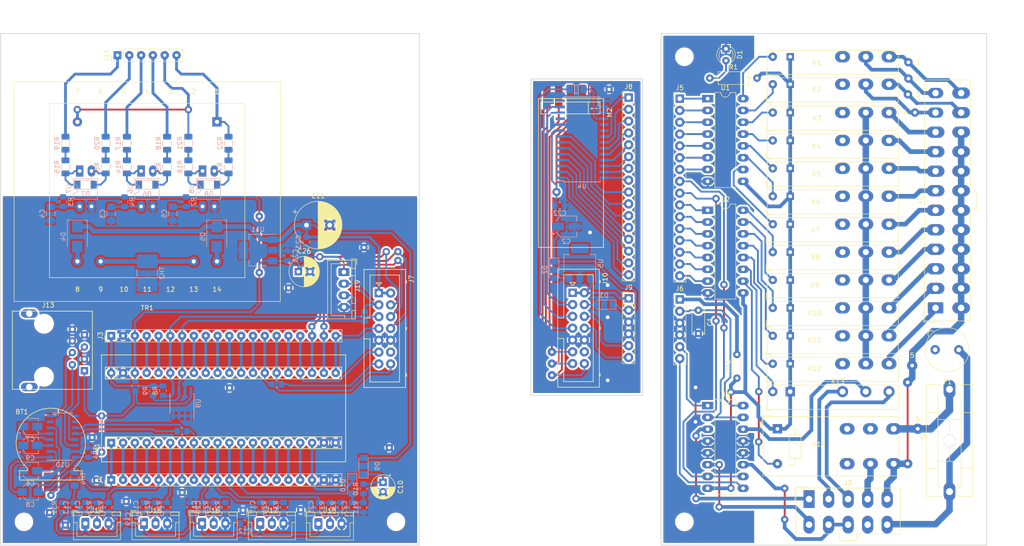
<source format=kicad_pcb>
(kicad_pcb (version 20171130) (host pcbnew "(5.1.0)-1")
  (layers (0 F.Cu signal) (31 B.Cu signal) (34 B.Paste user) (35 F.Paste user) (36 B.SilkS user) (37 F.SilkS user) (38 B.Mask user) (39 F.Mask user) (44 Edge.Cuts user))
  (net 0 "")
  (net 1 "Net-(K1-Pad12)")
  (net 2 +12V)
  (net 3 "Net-(K2-Pad12)")
  (net 4 "Net-(K3-Pad12)")
  (net 5 "Net-(K4-Pad12)")
  (net 6 "Net-(K5-Pad12)")
  (net 7 "Net-(K6-Pad12)")
  (net 8 "Net-(K7-Pad12)")
  (net 9 "Net-(K8-Pad12)")
  (net 10 "Net-(K9-Pad12)")
  (net 11 "Net-(K10-Pad12)")
  (net 12 "Net-(K11-Pad12)")
  (net 13 "Net-(K12-Pad12)")
  (net 14 "Net-(F2-Pad2)")
  (net 15 "Net-(D1-Pad2)")
  (net 16 "Net-(U4-Pad11)")
  (net 17 "Net-(U4-Pad14)")
  (net 18 "Net-(U4-Pad19)")
  (net 19 "Net-(U4-Pad20)")
  (net 20 "/Reliu modulis/K12L")
  (net 21 "/Reliu modulis/K11L")
  (net 22 "/Reliu modulis/K10L")
  (net 23 "/Reliu modulis/K9L")
  (net 24 "/Reliu modulis/K8L")
  (net 25 "/Reliu modulis/K7L")
  (net 26 "/Reliu modulis/K6L")
  (net 27 "/Reliu modulis/K5L")
  (net 28 "/Reliu modulis/K4L")
  (net 29 "/Reliu modulis/K3L")
  (net 30 "/Reliu modulis/M1A")
  (net 31 "/Reliu modulis/M2A")
  (net 32 "/Reliu modulis/K14L")
  (net 33 "/Reliu modulis/M1B")
  (net 34 "/Reliu modulis/M2B")
  (net 35 "/Reliu modulis/K14N")
  (net 36 "/Reliu modulis/K1")
  (net 37 "/Reliu modulis/K2")
  (net 38 "/Reliu modulis/K3")
  (net 39 "/Reliu modulis/K4")
  (net 40 "/Reliu modulis/K5")
  (net 41 "/Reliu modulis/K6")
  (net 42 "/Reliu modulis/K7")
  (net 43 "/Reliu modulis/K8")
  (net 44 "/Reliu modulis/K9")
  (net 45 "/Reliu modulis/K10")
  (net 46 "/Reliu modulis/K14")
  (net 47 "/Reliu modulis/K11")
  (net 48 "/Reliu modulis/K12")
  (net 49 "/Reliu modulis/K13")
  (net 50 "/Reliu modulis/5VDC")
  (net 51 "/Reliu modulis/M1ENA")
  (net 52 "/Reliu modulis/MA")
  (net 53 "/Reliu modulis/MB")
  (net 54 "/MCP23017 modulis/GPB0")
  (net 55 "/MCP23017 modulis/GPB1")
  (net 56 "/MCP23017 modulis/GPB2")
  (net 57 "/MCP23017 modulis/GPB3")
  (net 58 "/MCP23017 modulis/GPB4")
  (net 59 "/MCP23017 modulis/GPB5")
  (net 60 "/MCP23017 modulis/GPB6")
  (net 61 "/MCP23017 modulis/GPA6")
  (net 62 "/MCP23017 modulis/GPA5")
  (net 63 "/MCP23017 modulis/GPA4")
  (net 64 "/MCP23017 modulis/GPA3")
  (net 65 "/MCP23017 modulis/GPA2")
  (net 66 "/MCP23017 modulis/GPA1")
  (net 67 "/MCP23017 modulis/GPA0")
  (net 68 "/MCP23017 modulis/12VDC")
  (net 69 "/MCP23017 modulis/5VDC")
  (net 70 "/MCP23017 modulis/SCK")
  (net 71 "/MCP23017 modulis/SDA")
  (net 72 "/Reliu modulis/REL1")
  (net 73 "/Reliu modulis/REL2")
  (net 74 "/Reliu modulis/REL3")
  (net 75 "/Reliu modulis/REL4")
  (net 76 "/Reliu modulis/REL5")
  (net 77 "/Reliu modulis/REL6")
  (net 78 "/Reliu modulis/REL7")
  (net 79 "/Reliu modulis/REL8")
  (net 80 "/Reliu modulis/REL9")
  (net 81 "/Reliu modulis/REL10")
  (net 82 "/Reliu modulis/REL11")
  (net 83 "/Reliu modulis/REL12")
  (net 84 "/Reliu modulis/REL13")
  (net 85 "/Reliu modulis/REL14")
  (net 86 "/Reliu modulis/12VDC")
  (net 87 "/MCU plokste/12VDC")
  (net 88 "/MCU plokste/SCK")
  (net 89 "/MCU plokste/SDA")
  (net 90 "/MCU plokste/~RST")
  (net 91 "/MCP23017 modulis/5VDC1")
  (net 92 "Net-(D2-Pad2)")
  (net 93 "Net-(C6-Pad2)")
  (net 94 "Net-(C7-Pad1)")
  (net 95 "Net-(C7-Pad2)")
  (net 96 "Net-(C8-Pad1)")
  (net 97 "Net-(C9-Pad2)")
  (net 98 "Net-(C9-Pad1)")
  (net 99 "Net-(U10-Pad10)")
  (net 100 "/MCU plokste/RSRX")
  (net 101 "/MCU plokste/RSTX")
  (net 102 "Net-(U10-Pad7)")
  (net 103 "Net-(D4-Pad2)")
  (net 104 "Net-(D5-Pad2)")
  (net 105 "Net-(TH2-Pad2)")
  (net 106 "Net-(C10-Pad1)")
  (net 107 "/MCU plokste/3VDC")
  (net 108 "/MCU plokste/230L")
  (net 109 "/MCU plokste/230N")
  (net 110 /K1.14)
  (net 111 /K2.14)
  (net 112 /230L)
  (net 113 /K2.11)
  (net 114 /K1.11)
  (net 115 /230N)
  (net 116 "/MCU plokste/LPULSE")
  (net 117 "/MCU plokste/LPULSE2")
  (net 118 "/MCU plokste/LPULSE1")
  (net 119 "Net-(R18-Pad2)")
  (net 120 "Net-(R20-Pad2)")
  (net 121 "Net-(R22-Pad2)")
  (net 122 "Net-(R14-Pad1)")
  (net 123 "Net-(R15-Pad1)")
  (net 124 "Net-(R16-Pad1)")
  (net 125 "/MCU plokste/K1.11")
  (net 126 "/MCU plokste/K1.14")
  (net 127 "/MCU plokste/K2.11")
  (net 128 "/MCU plokste/K2.14")
  (net 129 "Net-(D6-Pad1)")
  (net 130 "Net-(D6-Pad2)")
  (net 131 "Net-(D7-Pad2)")
  (net 132 "Net-(D7-Pad1)")
  (net 133 "Net-(D8-Pad1)")
  (net 134 "Net-(D8-Pad2)")
  (net 135 "/MCU plokste/VDDA")
  (net 136 "/MCU plokste/Optic")
  (net 137 "/MCU plokste/Hum1")
  (net 138 "/MCU plokste/Hum2")
  (net 139 "/MCU plokste/Hum3")
  (net 140 "/MCU plokste/Temp")
  (net 141 "/Reliu modulis/VACL")
  (net 142 "/MCP23017 modulis/TBRX")
  (net 143 "/MCP23017 modulis/TBTX")
  (net 144 "/MCU plokste/TBRX")
  (net 145 "/MCU plokste/TBTX")
  (net 146 "Net-(J7-Pad12)")
  (net 147 "Net-(J10-Pad12)")
  (net 148 "/MCU plokste/A8")
  (net 149 "/MCU plokste/A15")
  (net 150 "/MCU plokste/B3")
  (net 151 "/MCU plokste/VBAT")
  (net 152 "/MCU plokste/B11")
  (net 153 "/MCU plokste/B10")
  (net 154 "/MCU plokste/A7")
  (net 155 "/MCU plokste/A6")
  (net 156 "/MCU plokste/A5")
  (net 157 "/MCU plokste/A4")
  (net 158 "/MCU plokste/A1")
  (net 159 "/MCU plokste/A0")
  (net 160 "/MCU plokste/C15")
  (net 161 "/MCU plokste/C14")
  (net 162 "/MCU plokste/C13")
  (net 163 "/MCP23017 modulis/COM1")
  (net 164 "/MCU plokste/COM1")
  (net 165 "/MCU plokste/~MCPRST")
  (net 166 "/MCP23017 modulis/~MCPRST")
  (net 167 "/Reliu modulis/COM1")
  (net 168 "/MCU plokste/5VDC")
  (net 169 "/MCU plokste/RCEN")
  (net 170 "Net-(J13-Pad4)")
  (net 171 "/MCU plokste/PWM2")
  (net 172 "/MCU plokste/PWM1")
  (net 173 "/MCU plokste/PWM4")
  (net 174 "/MCU plokste/PWM3")
  (net 175 "Net-(C13-Pad1)")
  (net 176 "/MCU plokste/M1ENA")
  (net 177 "/MCP23017 modulis/MB")
  (net 178 "/MCP23017 modulis/MA")
  (net 179 "/MCP23017 modulis/M1EN")
  (net 180 "Net-(K14-Pad22)")
  (net 181 "Net-(K14-Pad12)")
  (net 182 "Net-(K13-Pad11)")
  (net 183 "/Reliu modulis/M3A")
  (net 184 "/MCU plokste/M23ENA")
  (net 185 "/Reliu modulis/M23ENA")
  (net 186 "/MCP23017 modulis/M23EN")
  (net 187 "/MCU plokste/~TBCMD")
  (net 188 "/MCP23017 modulis/~TBCMD")
  (net 189 "/MCU plokste/QCH_D1")
  (net 190 "/MCU plokste/QCH_D0")
  (net 191 "/MCU plokste/QCH_D2")
  (net 192 "/MCU plokste/QCH_D3")
  (net 193 "/MCU plokste/A3")
  (net 194 "/MCU plokste/A2")
  (module Resistor_SMD:R_0805_2012Metric_Pad1.15x1.40mm_HandSolder (layer B.Cu) (at 106.325 96.4 180)
    (fp_text reference JP hide)
    (fp_text value 0R)
    (pad 1 smd roundrect (at 1.025 0 180) (size 1.15 1.4) (layers B.Cu B.Paste B.Mask) (roundrect_rratio 0.217) (net 144 "/MCU plokste/TBRX"))
    (pad 1 smd roundrect (at -1.025 0 180) (size 1.15 1.4) (layers B.Cu B.Paste B.Mask) (roundrect_rratio 0.217) (net 144 "/MCU plokste/TBRX"))
  )
  (module Resistor_SMD:R_0805_2012Metric_Pad1.15x1.40mm_HandSolder (layer B.Cu) (at 86 106.5 180)
    (fp_text reference JP hide)
    (fp_text value 0R)
    (pad 1 smd roundrect (at -1.025 0 180) (size 1.15 1.4) (layers B.Cu B.Paste B.Mask) (roundrect_rratio 0.217) (net 193 "/MCU plokste/A3"))
    (pad 1 smd roundrect (at 1.025 0 180) (size 1.15 1.4) (layers B.Cu B.Paste B.Mask) (roundrect_rratio 0.217) (net 193 "/MCU plokste/A3"))
  )
  (module Resistor_SMD:R_2816_7142Metric (layer B.Cu) (at 78.5 72.5 90)
    (fp_text reference TH2 (at 0 3.18 90) (layer B.SilkS) (effects (justify mirror)))
    (fp_text value Thermistor_PTC)
    (pad 2 smd roundrect (at 2.5125 0 90) (size 3.025 4.45) (layers B.Cu B.Paste B.Mask) (roundrect_rratio 0.082645) (net 105 "Net-(TH2-Pad2)"))
    (pad 1 smd roundrect (at -2.5125 0 90) (size 3.025 4.45) (layers B.Cu B.Paste B.Mask) (roundrect_rratio 0.082645) (net 164 "/MCU plokste/COM1"))
  )
  (module Connector_JST:JST_XH_B04B-XH-A_1x04_P2.50mm_Vertical (layer F.Cu) (at 120.8 72.3 270)
    (fp_text reference J19 (at 3 -2.9 270) (layer F.SilkS))
    (fp_text value I2C)
    (pad 4 thru_hole oval (at 7.5 0 270) (size 1.7 2.4) (drill 0.95) (layers *.Cu *.Mask) (net 164 "/MCU plokste/COM1"))
    (pad 3 thru_hole oval (at 5 0 270) (size 1.7 2.4) (drill 0.95) (layers *.Cu *.Mask) (net 89 "/MCU plokste/SDA"))
    (pad 2 thru_hole oval (at 2.5 0 270) (size 1.7 2.4) (drill 0.95) (layers *.Cu *.Mask) (net 88 "/MCU plokste/SCK"))
    (pad 1 thru_hole roundrect (at 0 0 270) (size 1.7 2.4) (drill 0.95) (layers *.Cu *.Mask) (roundrect_rratio 0.147) (net 168 "/MCU plokste/5VDC"))
  )
  (module Connector_JST:JST_XH_B03B-XH-A_1x03_P2.50mm_Vertical (layer F.Cu) (at 115.3 126.4)
    (fp_text reference J18 (at 2.5 -2.8) (layer F.SilkS))
    (fp_text value Temp)
    (pad 3 thru_hole oval (at 5 0) (size 1.7 2.4) (drill 0.95) (layers *.Cu *.Mask) (net 164 "/MCU plokste/COM1"))
    (pad 2 thru_hole oval (at 2.5 0) (size 1.7 2.4) (drill 0.95) (layers *.Cu *.Mask) (net 140 "/MCU plokste/Temp"))
    (pad 1 thru_hole roundrect (at 0 0) (size 1.7 2.4) (drill 0.95) (layers *.Cu *.Mask) (roundrect_rratio 0.147) (net 135 "/MCU plokste/VDDA"))
  )
  (module Connector_JST:JST_XH_B03B-XH-A_1x03_P2.50mm_Vertical (layer F.Cu) (at 102.8 126.34)
    (fp_text reference J17 (at 2.5 -2.8) (layer F.SilkS))
    (fp_text value Hum3)
    (pad 3 thru_hole oval (at 5 0) (size 1.7 2.4) (drill 0.95) (layers *.Cu *.Mask) (net 164 "/MCU plokste/COM1"))
    (pad 2 thru_hole oval (at 2.5 0) (size 1.7 2.4) (drill 0.95) (layers *.Cu *.Mask) (net 139 "/MCU plokste/Hum3"))
    (pad 1 thru_hole roundrect (at 0 0) (size 1.7 2.4) (drill 0.95) (layers *.Cu *.Mask) (roundrect_rratio 0.147) (net 135 "/MCU plokste/VDDA"))
  )
  (module Connector_JST:JST_XH_B03B-XH-A_1x03_P2.50mm_Vertical (layer F.Cu) (at 90.3 126.34)
    (fp_text reference J16 (at 2.5 -2.8) (layer F.SilkS))
    (fp_text value Hum2)
    (pad 3 thru_hole oval (at 5 0) (size 1.7 2.4) (drill 0.95) (layers *.Cu *.Mask) (net 164 "/MCU plokste/COM1"))
    (pad 2 thru_hole oval (at 2.5 0) (size 1.7 2.4) (drill 0.95) (layers *.Cu *.Mask) (net 138 "/MCU plokste/Hum2"))
    (pad 1 thru_hole roundrect (at 0 0) (size 1.7 2.4) (drill 0.95) (layers *.Cu *.Mask) (roundrect_rratio 0.147) (net 135 "/MCU plokste/VDDA"))
  )
  (module Connector_JST:JST_XH_B03B-XH-A_1x03_P2.50mm_Vertical (layer F.Cu) (at 77.8 126.34)
    (fp_text reference J15 (at 2.5 -2.8) (layer F.SilkS))
    (fp_text value Hum1)
    (pad 3 thru_hole oval (at 5 0) (size 1.7 2.4) (drill 0.95) (layers *.Cu *.Mask) (net 164 "/MCU plokste/COM1"))
    (pad 2 thru_hole oval (at 2.5 0) (size 1.7 2.4) (drill 0.95) (layers *.Cu *.Mask) (net 137 "/MCU plokste/Hum1"))
    (pad 1 thru_hole roundrect (at 0 0) (size 1.7 2.4) (drill 0.95) (layers *.Cu *.Mask) (roundrect_rratio 0.147) (net 135 "/MCU plokste/VDDA"))
  )
  (module Connector_JST:JST_XH_B03B-XH-A_1x03_P2.50mm_Vertical (layer F.Cu) (at 65.2 126.34)
    (fp_text reference J14 (at 2.5 -2.8) (layer F.SilkS))
    (fp_text value Optic)
    (pad 3 thru_hole oval (at 5 0) (size 1.7 2.4) (drill 0.95) (layers *.Cu *.Mask) (net 164 "/MCU plokste/COM1"))
    (pad 2 thru_hole oval (at 2.5 0) (size 1.7 2.4) (drill 0.95) (layers *.Cu *.Mask) (net 136 "/MCU plokste/Optic"))
    (pad 1 thru_hole roundrect (at 0 0) (size 1.7 2.4) (drill 0.95) (layers *.Cu *.Mask) (roundrect_rratio 0.147) (net 135 "/MCU plokste/VDDA"))
  )
  (module Connector_Wire:SolderWirePad_1x01_Drill0.8mm (layer F.Cu) (at 125.1 67)
    (fp_text reference REF** hide)
    (fp_text value SolderWirePad_1x01_Drill0.8mm hide)
    (pad 1 thru_hole circle (at 0 0) (size 1.6 1.6) (drill 0.7) (layers *.Cu *.Mask) (net 164 "/MCU plokste/COM1"))
  )
  (module Connector_Wire:SolderWirePad_1x01_Drill0.8mm (layer F.Cu) (at 108.9 75.7)
    (fp_text reference REF** hide)
    (fp_text value SolderWirePad_1x01_Drill0.8mm hide)
    (pad 1 thru_hole circle (at 0 0) (size 1.6 1.6) (drill 0.7) (layers *.Cu *.Mask) (net 164 "/MCU plokste/COM1"))
  )
  (module Connector_Wire:SolderWirePad_1x01_Drill0.8mm (layer F.Cu) (at 67.6 117.1)
    (fp_text reference REF** hide)
    (fp_text value SolderWirePad_1x01_Drill0.8mm hide)
    (pad 1 thru_hole circle (at 0 0) (size 1.6 1.6) (drill 0.7) (layers *.Cu *.Mask) (net 164 "/MCU plokste/COM1"))
  )
  (module Connector_Wire:SolderWirePad_1x01_Drill0.8mm (layer F.Cu) (at 57.5 124)
    (fp_text reference REF** hide)
    (fp_text value SolderWirePad_1x01_Drill0.8mm hide)
    (pad 1 thru_hole circle (at 0 0) (size 1.6 1.6) (drill 0.7) (layers *.Cu *.Mask) (net 164 "/MCU plokste/COM1"))
  )
  (module Connector_Wire:SolderWirePad_1x01_Drill0.8mm (layer F.Cu) (at 66.65 107.85)
    (fp_text reference REF** hide)
    (fp_text value SolderWirePad_1x01_Drill0.8mm hide)
    (pad 1 thru_hole circle (at 0 0) (size 1.6 1.6) (drill 0.7) (layers *.Cu *.Mask) (net 164 "/MCU plokste/COM1"))
  )
  (module rj45_vertical_shelded:RJ45_Vertical (layer F.Cu) (at 65 93.5 90)
    (fp_text reference J13 (at 14.1 -7.8 180) (layer F.SilkS))
    (fp_text value RC hide)
    (pad 2 thru_hole circle (at 1.3 -2.6 90) (size 1.6 1.6) (drill 0.762) (layers *.Cu *.Mask) (net 101 "/MCU plokste/RSTX"))
    (pad 8 thru_hole circle (at 8.9 -2.6 90) (size 1.6 1.6) (drill 0.762) (layers *.Cu *.Mask) (net 164 "/MCU plokste/COM1"))
    (pad 4 thru_hole circle (at 3.9 -2.6 90) (size 1.6 1.6) (drill 0.762) (layers *.Cu *.Mask) (net 170 "Net-(J13-Pad4)"))
    (pad 6 thru_hole circle (at 6.4 -2.6 90) (size 1.6 1.6) (drill 0.762) (layers *.Cu *.Mask) (net 164 "/MCU plokste/COM1"))
    (pad 1 thru_hole rect (at 0 0 90) (size 1.6 1.6) (drill 0.762) (layers *.Cu *.Mask) (net 168 "/MCU plokste/5VDC"))
    (pad 3 thru_hole circle (at 2.5 0 90) (size 1.6 1.6) (drill 0.762) (layers *.Cu *.Mask) (net 164 "/MCU plokste/COM1"))
    (pad 5 thru_hole circle (at 5.1 0 90) (size 1.6 1.6) (drill 0.762) (layers *.Cu *.Mask) (net 100 "/MCU plokste/RSRX"))
    (pad 7 thru_hole circle (at 7.7 0 90) (size 1.6 1.6) (drill 0.762) (layers *.Cu *.Mask) (net 164 "/MCU plokste/COM1"))
    (pad "" np_thru_hole circle (at 10.1 -8.7 90) (size 3.5 3.5) (drill 3.5) (layers *.Cu *.Mask))
    (pad "" np_thru_hole circle (at -1.3 -8.7 90) (size 3.5 3.5) (drill 3.5) (layers *.Cu *.Mask))
    (pad 9 thru_hole oval (at -3.5 -11.85 90) (size 1.8 3.6) (drill 1.4) (layers *.Cu *.Mask))
    (pad 9 thru_hole oval (at 12.3 -11.85 90) (size 1.8 3.6) (drill 1.4) (layers *.Cu *.Mask))
  )
  (module Resistor_SMD:R_1206_3216Metric_Pad1.42x1.75mm_HandSolder (layer B.Cu) (at 170.8 33 180)
    (fp_text reference REF** hide)
    (fp_text value R_1206_3216Metric_Pad1.42x1.75mm_HandSolder)
    (pad 1 smd roundrect (at 1.4875 0 180) (size 1.425 1.75) (layers B.Cu B.Paste B.Mask) (roundrect_rratio 0.175) (net 166 "/MCP23017 modulis/~MCPRST"))
    (pad 1 smd roundrect (at -1.4875 0 180) (size 1.425 1.75) (layers B.Cu B.Paste B.Mask) (roundrect_rratio 0.175439) (net 166 "/MCP23017 modulis/~MCPRST"))
  )
  (module Connector_Wire:SolderWirePad_1x01_Drill0.8mm (layer F.Cu) (at 74 121.6)
    (fp_text reference REF** hide)
    (fp_text value SolderWirePad_1x01_Drill0.8mm hide)
    (pad 1 thru_hole circle (at 0 0) (size 1.6 1.6) (drill 0.7) (layers *.Cu *.Mask) (net 164 "/MCU plokste/COM1"))
  )
  (module Connector_Wire:SolderWirePad_1x01_Drill0.8mm (layer F.Cu) (at 130.55 110.05)
    (fp_text reference REF** hide)
    (fp_text value SolderWirePad_1x01_Drill0.8mm hide)
    (pad 1 thru_hole circle (at 0 0) (size 1.6 1.6) (drill 0.7) (layers *.Cu *.Mask) (net 164 "/MCU plokste/COM1"))
  )
  (module Resistor_SMD:R_0805_2012Metric_Pad1.15x1.40mm_HandSolder (layer B.Cu) (at 125.25 81.85 270)
    (fp_text reference REF** hide)
    (fp_text value R_0805_2012Metric_Pad1.15x1.40mm_HandSolder)
    (pad 1 smd roundrect (at 1.025 0 270) (size 1.15 1.4) (layers B.Cu B.Paste B.Mask) (roundrect_rratio 0.217) (net 88 "/MCU plokste/SCK"))
    (pad 1 smd roundrect (at -1.025 0 270) (size 1.15 1.4) (layers B.Cu B.Paste B.Mask) (roundrect_rratio 0.217) (net 88 "/MCU plokste/SCK"))
  )
  (module Diode_SMD:D_MiniMELF (layer B.Cu) (at 125 114 90)
    (fp_text reference D9 (at 0 3 90) (layer B.SilkS) (effects (justify mirror)))
    (fp_text value BAS85)
    (pad 2 smd rect (at 1.75 0 90) (size 1.3 1.7) (layers B.Cu B.Paste B.Mask) (net 87 "/MCU plokste/12VDC"))
    (pad 1 smd rect (at -1.75 0 90) (size 1.3 1.7) (layers B.Cu B.Paste B.Mask) (net 106 "Net-(C10-Pad1)"))
  )
  (module Resistor_SMD:R_0805_2012Metric_Pad1.15x1.40mm_HandSolder (layer B.Cu) (at 75.9 96.8 90)
    (fp_text reference JP hide)
    (fp_text value 0R)
    (pad 1 smd roundrect (at 1.025 0 90) (size 1.15 1.4) (layers B.Cu B.Paste B.Mask) (roundrect_rratio 0.217) (net 168 "/MCU plokste/5VDC"))
    (pad 1 smd roundrect (at -1.025 0 90) (size 1.15 1.4) (layers B.Cu B.Paste B.Mask) (roundrect_rratio 0.217) (net 168 "/MCU plokste/5VDC"))
  )
  (module Connector_Wire:SolderWirePad_1x01_Drill0.8mm (layer F.Cu) (at 177.8 33 270)
    (fp_text reference REF** hide)
    (fp_text value SolderWirePad_1x01_Drill0.8mm)
    (pad 1 thru_hole circle (at 0 0 270) (size 1.6 1.6) (drill 0.7) (layers *.Cu *.Mask) (net 163 "/MCP23017 modulis/COM1"))
  )
  (module Connector_Wire:SolderWirePad_1x01_Drill0.8mm (layer F.Cu) (at 60.9 126.7)
    (fp_text reference REF** hide)
    (fp_text value SolderWirePad_1x01_Drill0.8mm hide)
    (pad 1 thru_hole circle (at 0 0) (size 1.6 1.6) (drill 0.7) (layers *.Cu *.Mask) (net 164 "/MCU plokste/COM1"))
  )
  (module Connector_Wire:SolderWirePad_1x01_Drill0.8mm (layer F.Cu) (at 111.5 123.4)
    (fp_text reference REF** hide)
    (fp_text value SolderWirePad_1x01_Drill0.8mm hide)
    (pad 1 thru_hole circle (at 0 0) (size 1.6 1.6) (drill 0.7) (layers *.Cu *.Mask) (net 164 "/MCU plokste/COM1"))
  )
  (module Connector_Wire:SolderWirePad_1x01_Drill0.8mm (layer F.Cu) (at 99.1 123.5)
    (fp_text reference REF** hide)
    (fp_text value SolderWirePad_1x01_Drill0.8mm hide)
    (pad 1 thru_hole circle (at 0 0) (size 1.6 1.6) (drill 0.7) (layers *.Cu *.Mask) (net 164 "/MCU plokste/COM1"))
  )
  (module Connector_Wire:SolderWirePad_1x01_Drill0.8mm (layer F.Cu) (at 86 119.7)
    (fp_text reference REF** hide)
    (fp_text value SolderWirePad_1x01_Drill0.8mm hide)
    (pad 1 thru_hole circle (at 0 0) (size 1.6 1.6) (drill 0.7) (layers *.Cu *.Mask) (net 164 "/MCU plokste/COM1"))
  )
  (module Connector_Wire:SolderWirePad_1x01_Drill0.8mm (layer F.Cu) (at 96.2 97.2)
    (fp_text reference REF** hide)
    (fp_text value SolderWirePad_1x01_Drill0.8mm hide)
    (pad 1 thru_hole circle (at 0 0) (size 1.6 1.6) (drill 0.7) (layers *.Cu *.Mask) (net 164 "/MCU plokste/COM1"))
  )
  (module MountingHole:MountingHole_3.2mm_M3 (layer F.Cu) (at 132 26)
    (fp_text reference REF** hide)
    (fp_text value MountingHole_3.2mm_M3 hide)
    (pad 1 np_thru_hole circle (at 0 0) (size 3.2 3.2) (drill 3.2) (layers *.Cu *.Mask))
  )
  (module MountingHole:MountingHole_3.2mm_M3 (layer F.Cu) (at 52 26)
    (fp_text reference REF** hide)
    (fp_text value MountingHole_3.2mm_M3 hide)
    (pad 1 np_thru_hole circle (at 0 0) (size 3.2 3.2) (drill 3.2) (layers *.Cu *.Mask))
  )
  (module MountingHole:MountingHole_3.2mm_M3 (layer F.Cu) (at 52 126)
    (fp_text reference REF** hide)
    (fp_text value MountingHole_3.2mm_M3 hide)
    (pad 1 np_thru_hole circle (at 0 0) (size 3.2 3.2) (drill 3.2) (layers *.Cu *.Mask))
  )
  (module MountingHole:MountingHole_3.2mm_M3 (layer F.Cu) (at 132 126)
    (fp_text reference REF** hide)
    (fp_text value MountingHole_3.2mm_M3 hide)
    (pad 1 np_thru_hole circle (at 0 0) (size 3.2 3.2) (drill 3.2) (layers *.Cu *.Mask))
  )
  (module Capacitor_SMD:CP_Elec_4x5.3 (layer B.Cu) (at 168.6 62.5)
    (fp_text reference C2 (at 0 3.2) (layer B.SilkS) (effects (justify mirror)))
    (fp_text value CP)
    (pad 2 smd rect (at 1.8 0) (size 2.6 1.6) (layers B.Cu B.Paste B.Mask) (net 163 "/MCP23017 modulis/COM1"))
    (pad 1 smd rect (at -1.8 0) (size 2.6 1.6) (layers B.Cu B.Paste B.Mask) (net 91 "/MCP23017 modulis/5VDC1"))
  )
  (module Capacitor_THT:CP_Radial_D5.0mm_P2.00mm (layer F.Cu) (at 129.2 117.5 270)
    (fp_text reference C10 (at 1 -3.75 270) (layer F.SilkS))
    (fp_text value CP)
    (pad 2 thru_hole circle (at 2 0 270) (size 1.6 1.6) (drill 0.8) (layers *.Cu *.Mask) (net 164 "/MCU plokste/COM1"))
    (pad 1 thru_hole rect (at 0 0 270) (size 1.6 1.6) (drill 0.8) (layers *.Cu *.Mask) (net 106 "Net-(C10-Pad1)"))
  )
  (module MountingHole:MountingHole_3.2mm_M3 (layer F.Cu) (at 194 126)
    (fp_text reference REF** hide)
    (fp_text value MountingHole_3.2mm_M3 hide)
    (pad 1 np_thru_hole circle (at 0 0) (size 3.2 3.2) (drill 3.2) (layers *.Cu *.Mask))
  )
  (module MountingHole:MountingHole_3.2mm_M3 (layer F.Cu) (at 254 126)
    (fp_text reference REF** hide)
    (fp_text value MountingHole_3.2mm_M3 hide)
    (pad 1 np_thru_hole circle (at 0 0) (size 3.2 3.2) (drill 3.2) (layers *.Cu *.Mask))
  )
  (module MountingHole:MountingHole_3.2mm_M3 (layer F.Cu) (at 254 26)
    (fp_text reference REF** hide)
    (fp_text value MountingHole_3.2mm_M3 hide)
    (pad 1 np_thru_hole circle (at 0 0) (size 3.2 3.2) (drill 3.2) (layers *.Cu *.Mask))
  )
  (module MountingHole:MountingHole_3.2mm_M3 (layer F.Cu) (at 194 26)
    (fp_text reference REF** hide)
    (fp_text value MountingHole_3.2mm_M3 hide)
    (pad 1 np_thru_hole circle (at 0 0) (size 3.2 3.2) (drill 3.2) (layers *.Cu *.Mask))
  )
  (module Connector_Wire:SolderWirePad_1x01_Drill0.8mm (layer F.Cu) (at 242.969097 92.389608)
    (fp_text reference 5 (at 0 -2.2) (layer F.SilkS))
    (fp_text value SolderWirePad_1x01_Drill0.8mm hide)
    (pad 1 thru_hole circle (at 0 0) (size 2.2 2.2) (drill 0.8001) (layers *.Cu *.Mask) (net 115 /230N))
  )
  (module Connector_Wire:SolderWirePad_1x01_Drill0.8mm (layer F.Cu) (at 244.169097 105.989608)
    (fp_text reference 6 (at 0 -2.2) (layer F.SilkS))
    (fp_text value SolderWirePad_1x01_Drill0.8mm hide)
    (pad 1 thru_hole circle (at 0 0) (size 2.2 2.2) (drill 0.8001) (layers *.Cu *.Mask) (net 14 "Net-(F2-Pad2)"))
  )
  (module Connector_Wire:SolderWirePad_1x01_Drill0.8mm (layer F.Cu) (at 243.569097 37.989608)
    (fp_text reference 4 (at -2 0) (layer F.SilkS))
    (fp_text value SolderWirePad_1x01_Drill0.8mm hide)
    (pad 1 thru_hole circle (at 0 0) (size 1.8 1.8) (drill 0.8001) (layers *.Cu *.Mask) (net 113 /K2.11))
  )
  (module Connector_Wire:SolderWirePad_1x01_Drill0.8mm (layer F.Cu) (at 242.069097 34.089608)
    (fp_text reference 3 (at 2.1 0) (layer F.SilkS))
    (fp_text value SolderWirePad_1x01_Drill0.8mm hide)
    (pad 1 thru_hole circle (at 0 0) (size 1.8 1.8) (drill 0.8001) (layers *.Cu *.Mask) (net 111 /K2.14))
  )
  (module Connector_Wire:SolderWirePad_1x01_Drill0.8mm (layer F.Cu) (at 242.169097 30.689608)
    (fp_text reference 2 (at 2.1 0) (layer F.SilkS))
    (fp_text value SolderWirePad_1x01_Drill0.8mm hide)
    (pad 1 thru_hole circle (at 0 0) (size 1.8 1.8) (drill 0.8001) (layers *.Cu *.Mask) (net 114 /K1.11))
  )
  (module Connector_Wire:SolderWirePad_1x01_Drill0.8mm (layer F.Cu) (at 242.169097 27.189608)
    (fp_text reference 1 (at 2.1 0) (layer F.SilkS))
    (fp_text value SolderWirePad_1x01_Drill0.8mm hide)
    (pad 1 thru_hole circle (at 0 0) (size 1.8 1.8) (drill 0.8001) (layers *.Cu *.Mask) (net 110 /K1.14))
  )
  (module Connector_PinHeader_2.54mm:PinHeader_1x20_P2.54mm_Vertical (layer F.Cu) (at 70.769097 116.989608 90)
    (fp_text reference J4 (at 0 -2.33 90) (layer F.SilkS))
    (fp_text value Conn_01x20 hide)
    (pad 20 thru_hole circle (at 0 48.26 90) (size 1.8 1.8) (drill 0.7) (layers *.Cu *.Mask) (net 164 "/MCU plokste/COM1"))
    (pad 19 thru_hole circle (at 0 45.72 90) (size 1.8 1.8) (drill 0.7) (layers *.Cu *.Mask) (net 164 "/MCU plokste/COM1"))
    (pad 18 thru_hole circle (at 0 43.18 90) (size 1.8 1.8) (drill 0.7) (layers *.Cu *.Mask) (net 107 "/MCU plokste/3VDC"))
    (pad 17 thru_hole circle (at 0 40.64 90) (size 1.8 1.8) (drill 0.7) (layers *.Cu *.Mask) (net 90 "/MCU plokste/~RST"))
    (pad 16 thru_hole circle (at 0 38.1 90) (size 1.8 1.8) (drill 0.7) (layers *.Cu *.Mask) (net 152 "/MCU plokste/B11"))
    (pad 15 thru_hole circle (at 0 35.56 90) (size 1.8 1.8) (drill 0.7) (layers *.Cu *.Mask) (net 153 "/MCU plokste/B10"))
    (pad 14 thru_hole circle (at 0 33.02 90) (size 1.8 1.8) (drill 0.7) (layers *.Cu *.Mask) (net 171 "/MCU plokste/PWM2"))
    (pad 13 thru_hole circle (at 0 30.48 90) (size 1.8 1.8) (drill 0.7) (layers *.Cu *.Mask) (net 172 "/MCU plokste/PWM1"))
    (pad 12 thru_hole circle (at 0 27.94 90) (size 1.8 1.8) (drill 0.7) (layers *.Cu *.Mask) (net 154 "/MCU plokste/A7"))
    (pad 11 thru_hole circle (at 0 25.4 90) (size 1.8 1.8) (drill 0.7) (layers *.Cu *.Mask) (net 155 "/MCU plokste/A6"))
    (pad 10 thru_hole circle (at 0 22.86 90) (size 1.8 1.8) (drill 0.7) (layers *.Cu *.Mask) (net 156 "/MCU plokste/A5"))
    (pad 9 thru_hole circle (at 0 20.32 90) (size 1.8 1.8) (drill 0.7) (layers *.Cu *.Mask) (net 157 "/MCU plokste/A4"))
    (pad 8 thru_hole circle (at 0 17.78 90) (size 1.8 1.8) (drill 0.7) (layers *.Cu *.Mask) (net 193 "/MCU plokste/A3"))
    (pad 7 thru_hole circle (at 0 15.24 90) (size 1.8 1.8) (drill 0.7) (layers *.Cu *.Mask) (net 194 "/MCU plokste/A2"))
    (pad 6 thru_hole circle (at 0 12.7 90) (size 1.8 1.8) (drill 0.7) (layers *.Cu *.Mask) (net 158 "/MCU plokste/A1"))
    (pad 5 thru_hole circle (at 0 10.16 90) (size 1.8 1.8) (drill 0.7) (layers *.Cu *.Mask) (net 159 "/MCU plokste/A0"))
    (pad 4 thru_hole circle (at 0 7.62 90) (size 1.8 1.8) (drill 0.7) (layers *.Cu *.Mask) (net 160 "/MCU plokste/C15"))
    (pad 3 thru_hole circle (at 0 5.08 90) (size 1.8 1.8) (drill 0.7) (layers *.Cu *.Mask) (net 161 "/MCU plokste/C14"))
    (pad 2 thru_hole circle (at 0 2.54 90) (size 1.8 1.8) (drill 0.7) (layers *.Cu *.Mask) (net 162 "/MCU plokste/C13"))
    (pad 1 thru_hole rect (at 0 0 90) (size 1.7 1.7) (drill 0.7) (layers *.Cu *.Mask) (net 151 "/MCU plokste/VBAT"))
  )
  (module Connector_PinHeader_2.54mm:PinHeader_1x20_P2.54mm_Vertical (layer F.Cu) (at 70.769097 85.989608 90)
    (fp_text reference J3 (at 0 -2.33 90) (layer F.SilkS))
    (fp_text value Conn_01x20 hide)
    (pad 1 thru_hole rect (at 0 0 90) (size 1.7 1.7) (drill 0.7) (layers *.Cu *.Mask) (net 107 "/MCU plokste/3VDC"))
    (pad 2 thru_hole circle (at 0 2.54 90) (size 1.8 1.8) (drill 0.7) (layers *.Cu *.Mask) (net 164 "/MCU plokste/COM1"))
    (pad 3 thru_hole circle (at 0 5.08 90) (size 1.8 1.8) (drill 0.7) (layers *.Cu *.Mask) (net 168 "/MCU plokste/5VDC"))
    (pad 4 thru_hole circle (at 0 7.62 90) (size 1.8 1.8) (drill 0.7) (layers *.Cu *.Mask) (net 189 "/MCU plokste/QCH_D1"))
    (pad 5 thru_hole circle (at 0 10.16 90) (size 1.8 1.8) (drill 0.7) (layers *.Cu *.Mask) (net 190 "/MCU plokste/QCH_D0"))
    (pad 6 thru_hole circle (at 0 12.7 90) (size 1.8 1.8) (drill 0.7) (layers *.Cu *.Mask) (net 89 "/MCU plokste/SDA"))
    (pad 7 thru_hole circle (at 0 15.24 90) (size 1.8 1.8) (drill 0.7) (layers *.Cu *.Mask) (net 88 "/MCU plokste/SCK"))
    (pad 8 thru_hole circle (at 0 17.78 90) (size 1.8 1.8) (drill 0.7) (layers *.Cu *.Mask) (net 173 "/MCU plokste/PWM4"))
    (pad 9 thru_hole circle (at 0 20.32 90) (size 1.8 1.8) (drill 0.7) (layers *.Cu *.Mask) (net 174 "/MCU plokste/PWM3"))
    (pad 10 thru_hole circle (at 0 22.86 90) (size 1.8 1.8) (drill 0.7) (layers *.Cu *.Mask) (net 150 "/MCU plokste/B3"))
    (pad 11 thru_hole circle (at 0 25.4 90) (size 1.8 1.8) (drill 0.7) (layers *.Cu *.Mask) (net 149 "/MCU plokste/A15"))
    (pad 12 thru_hole circle (at 0 27.94 90) (size 1.8 1.8) (drill 0.7) (layers *.Cu *.Mask) (net 191 "/MCU plokste/QCH_D2"))
    (pad 13 thru_hole circle (at 0 30.48 90) (size 1.8 1.8) (drill 0.7) (layers *.Cu *.Mask) (net 192 "/MCU plokste/QCH_D3"))
    (pad 14 thru_hole circle (at 0 33.02 90) (size 1.8 1.8) (drill 0.7) (layers *.Cu *.Mask) (net 144 "/MCU plokste/TBRX"))
    (pad 15 thru_hole circle (at 0 35.56 90) (size 1.8 1.8) (drill 0.7) (layers *.Cu *.Mask) (net 145 "/MCU plokste/TBTX"))
    (pad 16 thru_hole circle (at 0 38.1 90) (size 1.8 1.8) (drill 0.7) (layers *.Cu *.Mask) (net 148 "/MCU plokste/A8"))
    (pad 17 thru_hole circle (at 0 40.64 90) (size 1.8 1.8) (drill 0.7) (layers *.Cu *.Mask) (net 187 "/MCU plokste/~TBCMD"))
    (pad 18 thru_hole circle (at 0 43.18 90) (size 1.8 1.8) (drill 0.7) (layers *.Cu *.Mask) (net 184 "/MCU plokste/M23ENA"))
    (pad 19 thru_hole circle (at 0 45.72 90) (size 1.8 1.8) (drill 0.7) (layers *.Cu *.Mask) (net 176 "/MCU plokste/M1ENA"))
    (pad 20 thru_hole circle (at 0 48.26 90) (size 1.8 1.8) (drill 0.7) (layers *.Cu *.Mask) (net 165 "/MCU plokste/~MCPRST"))
  )
  (module Connector_Multicomp:Multicomp_MC9A12-1434_2x07_P2.54mm_Vertical (layer F.Cu) (at 169.96 76.74 270)
    (fp_text reference J10 (at -3 -7 270) (layer F.SilkS))
    (fp_text value Conn_02x07_Odd_Even)
    (pad 14 thru_hole circle (at 15.24 -2.54 270) (size 2 2) (drill 1) (layers *.Cu *.Mask) (net 143 "/MCP23017 modulis/TBTX"))
    (pad 13 thru_hole circle (at 15.24 0 270) (size 2 2) (drill 1) (layers *.Cu *.Mask) (net 142 "/MCP23017 modulis/TBRX"))
    (pad 12 thru_hole circle (at 12.7 -2.54 270) (size 2 2) (drill 1) (layers *.Cu *.Mask) (net 147 "Net-(J10-Pad12)"))
    (pad 11 thru_hole circle (at 12.7 0 270) (size 2 2) (drill 1) (layers *.Cu *.Mask) (net 188 "/MCP23017 modulis/~TBCMD"))
    (pad 10 thru_hole circle (at 10.16 -2.54 270) (size 2 2) (drill 1) (layers *.Cu *.Mask) (net 163 "/MCP23017 modulis/COM1"))
    (pad 9 thru_hole circle (at 10.16 0 270) (size 2 2) (drill 1) (layers *.Cu *.Mask) (net 163 "/MCP23017 modulis/COM1"))
    (pad 8 thru_hole circle (at 7.62 -2.54 270) (size 2 2) (drill 1) (layers *.Cu *.Mask) (net 186 "/MCP23017 modulis/M23EN"))
    (pad 7 thru_hole circle (at 7.62 0 270) (size 2 2) (drill 1) (layers *.Cu *.Mask) (net 166 "/MCP23017 modulis/~MCPRST"))
    (pad 6 thru_hole circle (at 5.08 -2.54 270) (size 2 2) (drill 1) (layers *.Cu *.Mask) (net 179 "/MCP23017 modulis/M1EN"))
    (pad 5 thru_hole circle (at 5.08 0 270) (size 2 2) (drill 1) (layers *.Cu *.Mask) (net 71 "/MCP23017 modulis/SDA"))
    (pad 4 thru_hole circle (at 2.54 -2.54 270) (size 2 2) (drill 1) (layers *.Cu *.Mask) (net 69 "/MCP23017 modulis/5VDC"))
    (pad 3 thru_hole circle (at 2.54 0 270) (size 2 2) (drill 1) (layers *.Cu *.Mask) (net 70 "/MCP23017 modulis/SCK"))
    (pad 2 thru_hole circle (at 0 -2.54 270) (size 2 2) (drill 1) (layers *.Cu *.Mask) (net 68 "/MCP23017 modulis/12VDC"))
    (pad 1 thru_hole rect (at 0 0 270) (size 1.8 1.8) (drill 1) (layers *.Cu *.Mask) (net 68 "/MCP23017 modulis/12VDC"))
  )
  (module Connector_Multicomp:Multicomp_MC9A12-1434_2x07_P2.54mm_Vertical (layer F.Cu) (at 128.3 76.8 270)
    (fp_text reference J7 (at -3 -7 270) (layer F.SilkS))
    (fp_text value Conn_02x07_Odd_Even hide)
    (pad 1 thru_hole rect (at 0 0 270) (size 1.8 1.8) (drill 1) (layers *.Cu *.Mask) (net 87 "/MCU plokste/12VDC"))
    (pad 2 thru_hole circle (at 0 -2.54 270) (size 2 2) (drill 1) (layers *.Cu *.Mask) (net 87 "/MCU plokste/12VDC"))
    (pad 3 thru_hole circle (at 2.54 0 270) (size 2 2) (drill 1) (layers *.Cu *.Mask) (net 88 "/MCU plokste/SCK"))
    (pad 4 thru_hole circle (at 2.54 -2.54 270) (size 2 2) (drill 1) (layers *.Cu *.Mask) (net 168 "/MCU plokste/5VDC"))
    (pad 5 thru_hole circle (at 5.08 0 270) (size 2 2) (drill 1) (layers *.Cu *.Mask) (net 89 "/MCU plokste/SDA"))
    (pad 6 thru_hole circle (at 5.08 -2.54 270) (size 2 2) (drill 1) (layers *.Cu *.Mask) (net 176 "/MCU plokste/M1ENA"))
    (pad 7 thru_hole circle (at 7.62 0 270) (size 2 2) (drill 1) (layers *.Cu *.Mask) (net 165 "/MCU plokste/~MCPRST"))
    (pad 8 thru_hole circle (at 7.62 -2.54 270) (size 2 2) (drill 1) (layers *.Cu *.Mask) (net 184 "/MCU plokste/M23ENA"))
    (pad 9 thru_hole circle (at 10.16 0 270) (size 2 2) (drill 1) (layers *.Cu *.Mask) (net 164 "/MCU plokste/COM1"))
    (pad 10 thru_hole circle (at 10.16 -2.54 270) (size 2 2) (drill 1) (layers *.Cu *.Mask) (net 164 "/MCU plokste/COM1"))
    (pad 11 thru_hole circle (at 12.7 0 270) (size 2 2) (drill 1) (layers *.Cu *.Mask) (net 187 "/MCU plokste/~TBCMD"))
    (pad 12 thru_hole circle (at 12.7 -2.54 270) (size 2 2) (drill 1) (layers *.Cu *.Mask) (net 146 "Net-(J7-Pad12)"))
    (pad 13 thru_hole circle (at 15.24 0 270) (size 2 2) (drill 1) (layers *.Cu *.Mask) (net 144 "/MCU plokste/TBRX"))
    (pad 14 thru_hole circle (at 15.24 -2.54 270) (size 2 2) (drill 1) (layers *.Cu *.Mask) (net 145 "/MCU plokste/TBTX"))
  )
  (module Connector_PinHeader_2.54mm:PinHeader_1x06_P2.54mm_Vertical (layer F.Cu) (at 72.108 25.672 90)
    (fp_text reference J11 (at 0 -2.33 90) (layer F.SilkS))
    (fp_text value Conn_01x06 hide)
    (pad 1 thru_hole rect (at 0 0 90) (size 1.7 1.7) (drill 0.7) (layers *.Cu *.Mask) (net 128 "/MCU plokste/K2.14"))
    (pad 2 thru_hole oval (at 0 2.54 90) (size 1.8 1.8) (drill 0.7) (layers *.Cu *.Mask) (net 127 "/MCU plokste/K2.11"))
    (pad 3 thru_hole oval (at 0 5.08 90) (size 1.8 1.8) (drill 0.7) (layers *.Cu *.Mask) (net 126 "/MCU plokste/K1.14"))
    (pad 4 thru_hole oval (at 0 7.62 90) (size 1.8 1.8) (drill 0.7) (layers *.Cu *.Mask) (net 125 "/MCU plokste/K1.11"))
    (pad 5 thru_hole oval (at 0 10.16 90) (size 1.8 1.8) (drill 0.7) (layers *.Cu *.Mask) (net 109 "/MCU plokste/230N"))
    (pad 6 thru_hole oval (at 0 12.7 90) (size 1.8 1.8) (drill 0.7) (layers *.Cu *.Mask) (net 108 "/MCU plokste/230L"))
  )
  (module Capacitor_SMD:C_0805_2012Metric_Pad1.15x1.40mm_HandSolder (layer B.Cu) (at 167.2 58)
    (fp_text reference C22 (at 0 1.65) (layer B.SilkS) (effects (justify mirror)))
    (fp_text value C)
    (pad 2 smd roundrect (at 1.025 0) (size 1.15 1.4) (layers B.Cu B.Paste B.Mask) (roundrect_rratio 0.217391) (net 163 "/MCP23017 modulis/COM1"))
    (pad 1 smd roundrect (at -1.025 0) (size 1.15 1.4) (layers B.Cu B.Paste B.Mask) (roundrect_rratio 0.217391) (net 91 "/MCP23017 modulis/5VDC1"))
  )
  (module Transformer_THT:Transformer_Breve_TEZ-47x57 (layer F.Cu) (at 93.5 40 180)
    (fp_text reference TR1 (at 15 -40 180) (layer F.SilkS))
    (fp_text value "TEZ8.0 2x12V" hide)
    (fp_text user 14 (at 0 -36 180) (layer F.SilkS))
    (fp_text user 13 (at 5 -36 180) (layer F.SilkS))
    (fp_text user 12 (at 10 -36 180) (layer F.SilkS))
    (fp_text user 11 (at 15 -36 180) (layer F.SilkS))
    (fp_text user 10 (at 20 -36 180) (layer F.SilkS))
    (fp_text user 9 (at 25 -36 180) (layer F.SilkS))
    (fp_text user 8 (at 30 -36 180) (layer F.SilkS))
    (fp_text user 7 (at 30 6.5 180) (layer F.SilkS))
    (fp_text user 6 (at 25 6.5 180) (layer F.SilkS))
    (fp_text user 5 (at 20 6.5 180) (layer F.SilkS))
    (fp_text user 4 (at 15 6.5 180) (layer F.SilkS))
    (fp_text user 3 (at 10 6.5 180) (layer F.SilkS))
    (fp_text user 2 (at 5 6.5 180) (layer F.SilkS))
    (fp_text user 1 (at 0 6.5 180) (layer F.SilkS))
    (pad 1 thru_hole rect (at 0 0 180) (size 2 2) (drill 0.9) (layers B.Cu B.Mask) (net 108 "/MCU plokste/230L"))
    (pad "" np_thru_hole circle (at 5 0 180) (size 0.1 0.1) (drill 0.1) (layers *.Cu))
    (pad "" np_thru_hole circle (at 20 0 180) (size 0.1 0.1) (drill 0.1) (layers *.Cu))
    (pad "" np_thru_hole circle (at 25 0 180) (size 0.1 0.1) (drill 0.1) (layers *.Cu))
    (pad 7 thru_hole circle (at 30 0 180) (size 2 2) (drill 0.9) (layers B.Cu B.Mask) (net 109 "/MCU plokste/230N"))
    (pad 8 thru_hole circle (at 30 -30 180) (size 2 2) (drill 0.9) (layers B.Cu B.Mask) (net 103 "Net-(D4-Pad2)"))
    (pad 9 thru_hole circle (at 25 -30 180) (size 2 2) (drill 0.9) (layers B.Cu B.Mask) (net 105 "Net-(TH2-Pad2)"))
    (pad "" np_thru_hole circle (at 20 -30 180) (size 0.1 0.1) (drill 0.1) (layers *.Cu))
    (pad "" np_thru_hole circle (at 15 -30 180) (size 0.1 0.1) (drill 0.1) (layers *.Cu))
    (pad "" np_thru_hole circle (at 10 -30 180) (size 0.1 0.1) (drill 0.1) (layers *.Cu))
    (pad "" np_thru_hole circle (at 10 0 180) (size 0.1 0.1) (drill 0.1) (layers *.Cu))
    (pad 14 thru_hole circle (at 0 -30 180) (size 2 2) (drill 0.9) (layers B.Cu B.Mask) (net 104 "Net-(D5-Pad2)"))
    (pad 13 thru_hole circle (at 5 -30 180) (size 2 2) (drill 0.9) (layers B.Cu B.Mask) (net 105 "Net-(TH2-Pad2)"))
  )
  (module Package_SO:SOIC-16_3.9x9.9mm_P1.27mm (layer B.Cu) (at 60.326152 107.675653)
    (fp_text reference U10 (at 0 6) (layer B.SilkS) (effects (justify mirror)))
    (fp_text value MAX232)
    (pad 16 smd rect (at 2.7 4.445) (size 1.5 0.6) (layers B.Cu B.Paste B.Mask) (net 168 "/MCU plokste/5VDC"))
    (pad 15 smd rect (at 2.7 3.175) (size 1.5 0.6) (layers B.Cu B.Paste B.Mask) (net 164 "/MCU plokste/COM1"))
    (pad 14 smd rect (at 2.7 1.905) (size 1.5 0.6) (layers B.Cu B.Paste B.Mask) (net 101 "/MCU plokste/RSTX"))
    (pad 13 smd rect (at 2.7 0.635) (size 1.5 0.6) (layers B.Cu B.Paste B.Mask) (net 100 "/MCU plokste/RSRX"))
    (pad 12 smd rect (at 2.7 -0.635) (size 1.5 0.6) (layers B.Cu B.Paste B.Mask) (net 193 "/MCU plokste/A3"))
    (pad 11 smd rect (at 2.7 -1.905) (size 1.5 0.6) (layers B.Cu B.Paste B.Mask) (net 194 "/MCU plokste/A2"))
    (pad 10 smd rect (at 2.7 -3.175) (size 1.5 0.6) (layers B.Cu B.Paste B.Mask) (net 99 "Net-(U10-Pad10)"))
    (pad 9 smd rect (at 2.7 -4.445) (size 1.5 0.6) (layers B.Cu B.Paste B.Mask) (net 169 "/MCU plokste/RCEN"))
    (pad 8 smd rect (at -2.7 -4.445) (size 1.5 0.6) (layers B.Cu B.Paste B.Mask) (net 170 "Net-(J13-Pad4)"))
    (pad 7 smd rect (at -2.7 -3.175) (size 1.5 0.6) (layers B.Cu B.Paste B.Mask) (net 102 "Net-(U10-Pad7)"))
    (pad 6 smd rect (at -2.7 -1.905) (size 1.5 0.6) (layers B.Cu B.Paste B.Mask) (net 93 "Net-(C6-Pad2)"))
    (pad 5 smd rect (at -2.7 -0.635) (size 1.5 0.6) (layers B.Cu B.Paste B.Mask) (net 95 "Net-(C7-Pad2)"))
    (pad 4 smd rect (at -2.7 0.635) (size 1.5 0.6) (layers B.Cu B.Paste B.Mask) (net 94 "Net-(C7-Pad1)"))
    (pad 3 smd rect (at -2.7 1.905) (size 1.5 0.6) (layers B.Cu B.Paste B.Mask) (net 97 "Net-(C9-Pad2)"))
    (pad 2 smd rect (at -2.7 3.175) (size 1.5 0.6) (layers B.Cu B.Paste B.Mask) (net 96 "Net-(C8-Pad1)"))
    (pad 1 smd rect (at -2.7 4.445) (size 1.5 0.6) (layers B.Cu B.Paste B.Mask) (net 98 "Net-(C9-Pad1)"))
  )
  (module Resistor_THT:R_Axial_DIN0207_L6.3mm_D2.5mm_P10.16mm_Horizontal (layer F.Cu) (at 199.45 30.59)
    (fp_text reference R1 (at 5.08 -2.37) (layer F.SilkS))
    (fp_text value 4.7k)
    (pad 1 thru_hole circle (at 0 0) (size 1.6 1.6) (drill 0.7) (layers B.Cu B.Mask) (net 15 "Net-(D1-Pad2)"))
    (pad 2 thru_hole circle (at 10.16 0) (size 1.6 1.6) (drill 0.7) (layers B.Cu B.Mask) (net 2 +12V))
  )
  (module Relay_THT:Relay_SPDT_Finder_34.51_Vertical (layer F.Cu) (at 216.75 26)
    (fp_text reference K1 (at 5.75 1.3) (layer F.SilkS))
    (fp_text value FINDER-34.51)
    (pad 14 thru_hole oval (at 21.25 0) (size 3.2 2.4) (drill 1.3) (layers *.Cu *.Mask) (net 110 /K1.14))
    (pad 11 thru_hole oval (at 16.25 0) (size 3.2 2.4) (drill 1.3) (layers *.Cu *.Mask) (net 114 /K1.11))
    (pad 12 thru_hole oval (at 11.25 0) (size 3.2 2.4) (drill 1.3) (layers *.Cu *.Mask) (net 1 "Net-(K1-Pad12)"))
    (pad A1 thru_hole rect (at 0 0) (size 1.6 1.6) (drill 0.8) (layers *.Cu *.Mask) (net 2 +12V))
    (pad A2 thru_hole circle (at -3.75 0) (size 1.8 1.8) (drill 0.8) (layers *.Cu *.Mask) (net 36 "/Reliu modulis/K1"))
  )
  (module Relay_THT:Relay_SPDT_Finder_34.51_Vertical (layer F.Cu) (at 216.75 31.91)
    (fp_text reference K2 (at 5.65 1.09) (layer F.SilkS))
    (fp_text value FINDER-34.51)
    (pad A2 thru_hole circle (at -3.75 0) (size 1.8 1.8) (drill 0.8) (layers *.Cu *.Mask) (net 37 "/Reliu modulis/K2"))
    (pad A1 thru_hole rect (at 0 0) (size 1.6 1.6) (drill 0.8) (layers *.Cu *.Mask) (net 2 +12V))
    (pad 12 thru_hole oval (at 11.25 0) (size 3.2 2.4) (drill 1.3) (layers *.Cu *.Mask) (net 3 "Net-(K2-Pad12)"))
    (pad 11 thru_hole oval (at 16.25 0) (size 3.2 2.4) (drill 1.3) (layers *.Cu *.Mask) (net 113 /K2.11))
    (pad 14 thru_hole oval (at 21.25 0) (size 3.2 2.4) (drill 1.3) (layers *.Cu *.Mask) (net 111 /K2.14))
  )
  (module Relay_THT:Relay_SPDT_Finder_34.51_Vertical (layer F.Cu) (at 216.75 38)
    (fp_text reference K3 (at 5.75 1.2) (layer F.SilkS))
    (fp_text value FINDER-34.51)
    (pad 14 thru_hole oval (at 21.25 0) (size 3.2 2.4) (drill 1.3) (layers *.Cu *.Mask) (net 29 "/Reliu modulis/K3L"))
    (pad 11 thru_hole oval (at 16.25 0) (size 3.2 2.4) (drill 1.3) (layers *.Cu *.Mask) (net 112 /230L))
    (pad 12 thru_hole oval (at 11.25 0) (size 3.2 2.4) (drill 1.3) (layers *.Cu *.Mask) (net 4 "Net-(K3-Pad12)"))
    (pad A1 thru_hole rect (at 0 0) (size 1.6 1.6) (drill 0.8) (layers *.Cu *.Mask) (net 2 +12V))
    (pad A2 thru_hole circle (at -3.75 0) (size 1.8 1.8) (drill 0.8) (layers *.Cu *.Mask) (net 38 "/Reliu modulis/K3"))
  )
  (module Relay_THT:Relay_SPDT_Finder_34.51_Vertical (layer F.Cu) (at 216.75 44)
    (fp_text reference K4 (at 5.65 1.3) (layer F.SilkS))
    (fp_text value FINDER-34.51)
    (pad A2 thru_hole circle (at -3.75 0) (size 1.8 1.8) (drill 0.8) (layers *.Cu *.Mask) (net 39 "/Reliu modulis/K4"))
    (pad A1 thru_hole rect (at 0 0) (size 1.6 1.6) (drill 0.8) (layers *.Cu *.Mask) (net 2 +12V))
    (pad 12 thru_hole oval (at 11.25 0) (size 3.2 2.4) (drill 1.3) (layers *.Cu *.Mask) (net 5 "Net-(K4-Pad12)"))
    (pad 11 thru_hole oval (at 16.25 0) (size 3.2 2.4) (drill 1.3) (layers *.Cu *.Mask) (net 112 /230L))
    (pad 14 thru_hole oval (at 21.25 0) (size 3.2 2.4) (drill 1.3) (layers *.Cu *.Mask) (net 28 "/Reliu modulis/K4L"))
  )
  (module Relay_THT:Relay_SPDT_Finder_34.51_Vertical (layer F.Cu) (at 216.75 50)
    (fp_text reference K5 (at 5.65 1.2) (layer F.SilkS))
    (fp_text value FINDER-34.51)
    (pad 14 thru_hole oval (at 21.25 0) (size 3.2 2.4) (drill 1.3) (layers *.Cu *.Mask) (net 27 "/Reliu modulis/K5L"))
    (pad 11 thru_hole oval (at 16.25 0) (size 3.2 2.4) (drill 1.3) (layers *.Cu *.Mask) (net 112 /230L))
    (pad 12 thru_hole oval (at 11.25 0) (size 3.2 2.4) (drill 1.3) (layers *.Cu *.Mask) (net 6 "Net-(K5-Pad12)"))
    (pad A1 thru_hole rect (at 0 0) (size 1.6 1.6) (drill 0.8) (layers *.Cu *.Mask) (net 2 +12V))
    (pad A2 thru_hole circle (at -3.75 0) (size 1.8 1.8) (drill 0.8) (layers *.Cu *.Mask) (net 40 "/Reliu modulis/K5"))
  )
  (module Relay_THT:Relay_SPDT_Finder_34.51_Vertical (layer F.Cu) (at 216.75 56)
    (fp_text reference K6 (at 5.55 1.2) (layer F.SilkS))
    (fp_text value FINDER-34.51)
    (pad A2 thru_hole circle (at -3.75 0) (size 1.8 1.8) (drill 0.8) (layers *.Cu *.Mask) (net 41 "/Reliu modulis/K6"))
    (pad A1 thru_hole rect (at 0 0) (size 1.6 1.6) (drill 0.8) (layers *.Cu *.Mask) (net 2 +12V))
    (pad 12 thru_hole oval (at 11.25 0) (size 3.2 2.4) (drill 1.3) (layers *.Cu *.Mask) (net 7 "Net-(K6-Pad12)"))
    (pad 11 thru_hole oval (at 16.25 0) (size 3.2 2.4) (drill 1.3) (layers *.Cu *.Mask) (net 112 /230L))
    (pad 14 thru_hole oval (at 21.25 0) (size 3.2 2.4) (drill 1.3) (layers *.Cu *.Mask) (net 26 "/Reliu modulis/K6L"))
  )
  (module Relay_THT:Relay_SPDT_Finder_34.51_Vertical (layer F.Cu) (at 216.75 62)
    (fp_text reference K7 (at 5.45 1.2) (layer F.SilkS))
    (fp_text value FINDER-34.51)
    (pad 14 thru_hole oval (at 21.25 0) (size 3.2 2.4) (drill 1.3) (layers *.Cu *.Mask) (net 25 "/Reliu modulis/K7L"))
    (pad 11 thru_hole oval (at 16.25 0) (size 3.2 2.4) (drill 1.3) (layers *.Cu *.Mask) (net 112 /230L))
    (pad 12 thru_hole oval (at 11.25 0) (size 3.2 2.4) (drill 1.3) (layers *.Cu *.Mask) (net 8 "Net-(K7-Pad12)"))
    (pad A1 thru_hole rect (at 0 0) (size 1.6 1.6) (drill 0.8) (layers *.Cu *.Mask) (net 2 +12V))
    (pad A2 thru_hole circle (at -3.75 0) (size 1.8 1.8) (drill 0.8) (layers *.Cu *.Mask) (net 42 "/Reliu modulis/K7"))
  )
  (module Relay_THT:Relay_SPDT_Finder_34.51_Vertical (layer F.Cu) (at 216.75 68)
    (fp_text reference K8 (at 5.45 1.1) (layer F.SilkS))
    (fp_text value FINDER-34.51)
    (pad A2 thru_hole circle (at -3.75 0) (size 1.8 1.8) (drill 0.8) (layers *.Cu *.Mask) (net 43 "/Reliu modulis/K8"))
    (pad A1 thru_hole rect (at 0 0) (size 1.6 1.6) (drill 0.8) (layers *.Cu *.Mask) (net 2 +12V))
    (pad 12 thru_hole oval (at 11.25 0) (size 3.2 2.4) (drill 1.3) (layers *.Cu *.Mask) (net 9 "Net-(K8-Pad12)"))
    (pad 11 thru_hole oval (at 16.25 0) (size 3.2 2.4) (drill 1.3) (layers *.Cu *.Mask) (net 112 /230L))
    (pad 14 thru_hole oval (at 21.25 0) (size 3.2 2.4) (drill 1.3) (layers *.Cu *.Mask) (net 24 "/Reliu modulis/K8L"))
  )
  (module Relay_THT:Relay_SPDT_Finder_34.51_Vertical (layer F.Cu) (at 216.75 74)
    (fp_text reference K9 (at 5.25 1.1) (layer F.SilkS))
    (fp_text value FINDER-34.51)
    (pad 14 thru_hole oval (at 21.25 0) (size 3.2 2.4) (drill 1.3) (layers *.Cu *.Mask) (net 23 "/Reliu modulis/K9L"))
    (pad 11 thru_hole oval (at 16.25 0) (size 3.2 2.4) (drill 1.3) (layers *.Cu *.Mask) (net 112 /230L))
    (pad 12 thru_hole oval (at 11.25 0) (size 3.2 2.4) (drill 1.3) (layers *.Cu *.Mask) (net 10 "Net-(K9-Pad12)"))
    (pad A1 thru_hole rect (at 0 0) (size 1.6 1.6) (drill 0.8) (layers *.Cu *.Mask) (net 2 +12V))
    (pad A2 thru_hole circle (at -3.75 0) (size 1.8 1.8) (drill 0.8) (layers *.Cu *.Mask) (net 44 "/Reliu modulis/K9"))
  )
  (module Relay_THT:Relay_SPDT_Finder_34.51_Vertical (layer F.Cu) (at 216.75 80)
    (fp_text reference K10 (at 5.25 1.1) (layer F.SilkS))
    (fp_text value FINDER-34.51)
    (pad A2 thru_hole circle (at -3.75 0) (size 1.8 1.8) (drill 0.8) (layers *.Cu *.Mask) (net 45 "/Reliu modulis/K10"))
    (pad A1 thru_hole rect (at 0 0) (size 1.6 1.6) (drill 0.8) (layers *.Cu *.Mask) (net 2 +12V))
    (pad 12 thru_hole oval (at 11.25 0) (size 3.2 2.4) (drill 1.3) (layers *.Cu *.Mask) (net 11 "Net-(K10-Pad12)"))
    (pad 11 thru_hole oval (at 16.25 0) (size 3.2 2.4) (drill 1.3) (layers *.Cu *.Mask) (net 112 /230L))
    (pad 14 thru_hole oval (at 21.25 0) (size 3.2 2.4) (drill 1.3) (layers *.Cu *.Mask) (net 22 "/Reliu modulis/K10L"))
  )
  (module Relay_THT:Relay_DPDT_Finder_40.52 (layer F.Cu) (at 214 106)
    (fp_text reference K14 (at 8.9 3.3) (layer F.SilkS))
    (fp_text value FINDER-41.52)
    (pad A1 thru_hole rect (at 0 0) (size 2 2) (drill 0.8) (layers B.Cu B.Mask) (net 2 +12V))
    (pad A2 thru_hole circle (at 0 7.5) (size 2 2) (drill 0.8) (layers B.Cu B.Mask) (net 46 "/Reliu modulis/K14"))
    (pad 11 thru_hole oval (at 20 0) (size 3.2 2.4) (drill 1.3) (layers B.Cu B.Mask) (net 32 "/Reliu modulis/K14L"))
    (pad 24 thru_hole oval (at 25 7.5) (size 3.2 2.4) (drill 1.3) (layers B.Cu B.Mask) (net 115 /230N))
    (pad 22 thru_hole oval (at 15 7.5) (size 3.2 2.4) (drill 1.3) (layers B.Cu B.Mask) (net 180 "Net-(K14-Pad22)"))
    (pad 12 thru_hole oval (at 15 0) (size 3.2 2.4) (drill 1.3) (layers B.Cu B.Mask) (net 181 "Net-(K14-Pad12)"))
    (pad 21 thru_hole oval (at 20 7.5) (size 3.2 2.4) (drill 1.3) (layers B.Cu B.Mask) (net 35 "/Reliu modulis/K14N"))
    (pad 14 thru_hole oval (at 25 0) (size 3.2 2.4) (drill 1.3) (layers B.Cu B.Mask) (net 14 "Net-(F2-Pad2)"))
  )
  (module Package_DIP:DIP-16_W7.62mm_LongPads (layer F.Cu) (at 199 35)
    (fp_text reference U1 (at 3.81 -2.33) (layer F.SilkS))
    (fp_text value ULN2004)
    (pad 1 thru_hole rect (at 0 0) (size 2.4 1.6) (drill 0.8) (layers B.Cu B.Mask) (net 72 "/Reliu modulis/REL1"))
    (pad 9 thru_hole oval (at 7.62 17.78) (size 2.4 1.6) (drill 0.8) (layers B.Cu B.Mask) (net 2 +12V))
    (pad 2 thru_hole oval (at 0 2.54) (size 2.4 1.6) (drill 0.8) (layers B.Cu B.Mask) (net 73 "/Reliu modulis/REL2"))
    (pad 10 thru_hole oval (at 7.62 15.24) (size 2.4 1.6) (drill 0.8) (layers B.Cu B.Mask) (net 42 "/Reliu modulis/K7"))
    (pad 3 thru_hole oval (at 0 5.08) (size 2.4 1.6) (drill 0.8) (layers B.Cu B.Mask) (net 74 "/Reliu modulis/REL3"))
    (pad 11 thru_hole oval (at 7.62 12.7) (size 2.4 1.6) (drill 0.8) (layers B.Cu B.Mask) (net 41 "/Reliu modulis/K6"))
    (pad 4 thru_hole oval (at 0 7.62) (size 2.4 1.6) (drill 0.8) (layers B.Cu B.Mask) (net 75 "/Reliu modulis/REL4"))
    (pad 12 thru_hole oval (at 7.62 10.16) (size 2.4 1.6) (drill 0.8) (layers B.Cu B.Mask) (net 40 "/Reliu modulis/K5"))
    (pad 5 thru_hole oval (at 0 10.16) (size 2.4 1.6) (drill 0.8) (layers B.Cu B.Mask) (net 76 "/Reliu modulis/REL5"))
    (pad 13 thru_hole oval (at 7.62 7.62) (size 2.4 1.6) (drill 0.8) (layers B.Cu B.Mask) (net 39 "/Reliu modulis/K4"))
    (pad 6 thru_hole oval (at 0 12.7) (size 2.4 1.6) (drill 0.8) (layers B.Cu B.Mask) (net 77 "/Reliu modulis/REL6"))
    (pad 14 thru_hole oval (at 7.62 5.08) (size 2.4 1.6) (drill 0.8) (layers B.Cu B.Mask) (net 38 "/Reliu modulis/K3"))
    (pad 7 thru_hole oval (at 0 15.24) (size 2.4 1.6) (drill 0.8) (layers B.Cu B.Mask) (net 78 "/Reliu modulis/REL7"))
    (pad 15 thru_hole oval (at 7.62 2.54) (size 2.4 1.6) (drill 0.8) (layers B.Cu B.Mask) (net 37 "/Reliu modulis/K2"))
    (pad 8 thru_hole oval (at 0 17.78) (size 2.4 1.6) (drill 0.8) (layers B.Cu B.Mask) (net 167 "/Reliu modulis/COM1"))
    (pad 16 thru_hole oval (at 7.62 0) (size 2.4 1.6) (drill 0.8) (layers B.Cu B.Mask) (net 36 "/Reliu modulis/K1"))
  )
  (module Package_DIP:DIP-16_W7.62mm_LongPads (layer F.Cu) (at 199 59)
    (fp_text reference U2 (at 3.81 -2.33) (layer F.SilkS))
    (fp_text value ULN2004)
    (pad 16 thru_hole oval (at 7.62 0) (size 2.4 1.6) (drill 0.8) (layers B.Cu B.Mask) (net 43 "/Reliu modulis/K8"))
    (pad 8 thru_hole oval (at 0 17.78) (size 2.4 1.6) (drill 0.8) (layers B.Cu B.Mask) (net 167 "/Reliu modulis/COM1"))
    (pad 15 thru_hole oval (at 7.62 2.54) (size 2.4 1.6) (drill 0.8) (layers B.Cu B.Mask) (net 44 "/Reliu modulis/K9"))
    (pad 7 thru_hole oval (at 0 15.24) (size 2.4 1.6) (drill 0.8) (layers B.Cu B.Mask) (net 85 "/Reliu modulis/REL14"))
    (pad 14 thru_hole oval (at 7.62 5.08) (size 2.4 1.6) (drill 0.8) (layers B.Cu B.Mask) (net 45 "/Reliu modulis/K10"))
    (pad 6 thru_hole oval (at 0 12.7) (size 2.4 1.6) (drill 0.8) (layers B.Cu B.Mask) (net 84 "/Reliu modulis/REL13"))
    (pad 13 thru_hole oval (at 7.62 7.62) (size 2.4 1.6) (drill 0.8) (layers B.Cu B.Mask) (net 47 "/Reliu modulis/K11"))
    (pad 5 thru_hole oval (at 0 10.16) (size 2.4 1.6) (drill 0.8) (layers B.Cu B.Mask) (net 83 "/Reliu modulis/REL12"))
    (pad 12 thru_hole oval (at 7.62 10.16) (size 2.4 1.6) (drill 0.8) (layers B.Cu B.Mask) (net 48 "/Reliu modulis/K12"))
    (pad 4 thru_hole oval (at 0 7.62) (size 2.4 1.6) (drill 0.8) (layers B.Cu B.Mask) (net 82 "/Reliu modulis/REL11"))
    (pad 11 thru_hole oval (at 7.62 12.7) (size 2.4 1.6) (drill 0.8) (layers B.Cu B.Mask) (net 49 "/Reliu modulis/K13"))
    (pad 3 thru_hole oval (at 0 5.08) (size 2.4 1.6) (drill 0.8) (layers B.Cu B.Mask) (net 81 "/Reliu modulis/REL10"))
    (pad 10 thru_hole oval (at 7.62 15.24) (size 2.4 1.6) (drill 0.8) (layers B.Cu B.Mask) (net 46 "/Reliu modulis/K14"))
    (pad 2 thru_hole oval (at 0 2.54) (size 2.4 1.6) (drill 0.8) (layers B.Cu B.Mask) (net 80 "/Reliu modulis/REL9"))
    (pad 9 thru_hole oval (at 7.62 17.78) (size 2.4 1.6) (drill 0.8) (layers B.Cu B.Mask) (net 2 +12V))
    (pad 1 thru_hole rect (at 0 0) (size 2.4 1.6) (drill 0.8) (layers B.Cu B.Mask) (net 79 "/Reliu modulis/REL8"))
  )
  (module Package_DIP:DIP-16_W7.62mm_LongPads (layer F.Cu) (at 199 101)
    (fp_text reference U3 (at 3.81 -2.33) (layer F.SilkS))
    (fp_text value L293D)
    (pad 1 thru_hole rect (at 0 0) (size 2.4 1.6) (drill 0.8) (layers B.Cu B.Mask) (net 51 "/Reliu modulis/M1ENA"))
    (pad 9 thru_hole oval (at 7.62 17.78) (size 2.4 1.6) (drill 0.8) (layers B.Cu B.Mask) (net 185 "/Reliu modulis/M23ENA"))
    (pad 2 thru_hole oval (at 0 2.54) (size 2.4 1.6) (drill 0.8) (layers B.Cu B.Mask) (net 52 "/Reliu modulis/MA"))
    (pad 10 thru_hole oval (at 7.62 15.24) (size 2.4 1.6) (drill 0.8) (layers B.Cu B.Mask) (net 53 "/Reliu modulis/MB"))
    (pad 3 thru_hole oval (at 0 5.08) (size 2.4 1.6) (drill 0.8) (layers B.Cu B.Mask) (net 30 "/Reliu modulis/M1A"))
    (pad 11 thru_hole oval (at 7.62 12.7) (size 2.4 1.6) (drill 0.8) (layers B.Cu B.Mask) (net 34 "/Reliu modulis/M2B"))
    (pad 4 thru_hole oval (at 0 7.62) (size 2.4 1.6) (drill 0.8) (layers B.Cu B.Mask) (net 167 "/Reliu modulis/COM1"))
    (pad 12 thru_hole oval (at 7.62 10.16) (size 2.4 1.6) (drill 0.8) (layers B.Cu B.Mask) (net 167 "/Reliu modulis/COM1"))
    (pad 5 thru_hole oval (at 0 10.16) (size 2.4 1.6) (drill 0.8) (layers B.Cu B.Mask) (net 167 "/Reliu modulis/COM1"))
    (pad 13 thru_hole oval (at 7.62 7.62) (size 2.4 1.6) (drill 0.8) (layers B.Cu B.Mask) (net 167 "/Reliu modulis/COM1"))
    (pad 6 thru_hole oval (at 0 12.7) (size 2.4 1.6) (drill 0.8) (layers B.Cu B.Mask) (net 33 "/Reliu modulis/M1B"))
    (pad 14 thru_hole oval (at 7.62 5.08) (size 2.4 1.6) (drill 0.8) (layers B.Cu B.Mask) (net 182 "Net-(K13-Pad11)"))
    (pad 7 thru_hole oval (at 0 15.24) (size 2.4 1.6) (drill 0.8) (layers B.Cu B.Mask) (net 53 "/Reliu modulis/MB"))
    (pad 15 thru_hole oval (at 7.62 2.54) (size 2.4 1.6) (drill 0.8) (layers B.Cu B.Mask) (net 52 "/Reliu modulis/MA"))
    (pad 8 thru_hole oval (at 0 17.78) (size 2.4 1.6) (drill 0.8) (layers B.Cu B.Mask) (net 2 +12V))
    (pad 16 thru_hole oval (at 7.62 0) (size 2.4 1.6) (drill 0.8) (layers B.Cu B.Mask) (net 50 "/Reliu modulis/5VDC"))
  )
  (module Connector_Molex:Molex_Mini-Fit_Jr_5566-24A_2x12_P4.20mm_Vertical (layer F.Cu) (at 248 80 90)
    (fp_text reference J1 (at 23.1 -3.45 90) (layer F.SilkS))
    (fp_text value Conn_02x12_Top_Bottom hide)
    (pad 1 thru_hole roundrect (at 0 0 90) (size 2.4 3.3) (drill 1.4) (layers B.Cu B.Mask) (roundrect_rratio 0.09300000000000001) (net 20 "/Reliu modulis/K12L"))
    (pad 2 thru_hole oval (at 4.2 0 90) (size 2.4 3.8) (drill 1.4) (layers B.Cu B.Mask) (net 21 "/Reliu modulis/K11L"))
    (pad 3 thru_hole oval (at 8.4 0 90) (size 2.4 3.8) (drill 1.4) (layers B.Cu B.Mask) (net 22 "/Reliu modulis/K10L"))
    (pad 4 thru_hole oval (at 12.6 0 90) (size 2.4 3.8) (drill 1.4) (layers B.Cu B.Mask) (net 23 "/Reliu modulis/K9L"))
    (pad 5 thru_hole oval (at 16.8 0 90) (size 2.4 3.8) (drill 1.4) (layers B.Cu B.Mask) (net 24 "/Reliu modulis/K8L"))
    (pad 6 thru_hole oval (at 21 0 90) (size 2.4 3.8) (drill 1.4) (layers B.Cu B.Mask) (net 25 "/Reliu modulis/K7L"))
    (pad 7 thru_hole oval (at 25.2 0 90) (size 2.4 3.8) (drill 1.4) (layers B.Cu B.Mask) (net 26 "/Reliu modulis/K6L"))
    (pad 8 thru_hole oval (at 29.4 0 90) (size 2.4 3.8) (drill 1.4) (layers B.Cu B.Mask) (net 27 "/Reliu modulis/K5L"))
    (pad 9 thru_hole oval (at 33.6 0 90) (size 2.4 3.8) (drill 1.4) (layers B.Cu B.Mask) (net 28 "/Reliu modulis/K4L"))
    (pad 10 thru_hole oval (at 37.8 0 90) (size 2.4 3.8) (drill 1.4) (layers B.Cu B.Mask) (net 29 "/Reliu modulis/K3L"))
    (pad 11 thru_hole oval (at 42 0 90) (size 2.2 3.3) (drill 1.4) (layers B.Cu B.Mask) (net 113 /K2.11))
    (pad 12 thru_hole oval (at 46.2 0 90) (size 2.2 3.3) (drill 1.4) (layers B.Cu B.Mask) (net 114 /K1.11))
    (pad 13 thru_hole oval (at 0 5.5 90) (size 2.4 3.8) (drill 1.4) (layers B.Cu B.Mask) (net 115 /230N))
    (pad 14 thru_hole oval (at 4.2 5.5 90) (size 2.4 3.8) (drill 1.4) (layers B.Cu B.Mask) (net 115 /230N))
    (pad 15 thru_hole oval (at 8.4 5.5 90) (size 2.4 3.8) (drill 1.4) (layers B.Cu B.Mask) (net 115 /230N))
    (pad 16 thru_hole oval (at 12.6 5.5 90) (size 2.4 3.8) (drill 1.4) (layers B.Cu B.Mask) (net 115 /230N))
    (pad 17 thru_hole oval (at 16.8 5.5 90) (size 2.4 3.8) (drill 1.4) (layers B.Cu B.Mask) (net 115 /230N))
    (pad 18 thru_hole oval (at 21 5.5 90) (size 2.4 3.8) (drill 1.4) (layers B.Cu B.Mask) (net 115 /230N))
    (pad 19 thru_hole oval (at 25.2 5.5 90) (size 2.4 3.8) (drill 1.4) (layers B.Cu B.Mask) (net 115 /230N))
    (pad 20 thru_hole oval (at 29.4 5.5 90) (size 2.4 3.8) (drill 1.4) (layers B.Cu B.Mask) (net 115 /230N))
    (pad 21 thru_hole oval (at 33.6 5.5 90) (size 2.4 3.8) (drill 1.4) (layers B.Cu B.Mask) (net 115 /230N))
    (pad 22 thru_hole oval (at 37.8 5.5 90) (size 2.4 3.8) (drill 1.4) (layers B.Cu B.Mask) (net 115 /230N))
    (pad 23 thru_hole oval (at 42 5.5 90) (size 2.4 3.8) (drill 1.4) (layers B.Cu B.Mask) (net 111 /K2.14))
    (pad 24 thru_hole oval (at 46.2 5.5 90) (size 2.4 3.8) (drill 1.4) (layers B.Cu B.Mask) (net 110 /K1.14))
  )
  (module Relay_THT:Relay_SPDT_Finder_34.51_Vertical (layer F.Cu) (at 216.75 86)
    (fp_text reference K11 (at 5.25 0.9) (layer F.SilkS))
    (fp_text value FINDER-34.51)
    (pad 14 thru_hole oval (at 21.25 0) (size 3.2 2.4) (drill 1.3) (layers *.Cu *.Mask) (net 21 "/Reliu modulis/K11L"))
    (pad 11 thru_hole oval (at 16.25 0) (size 3.2 2.4) (drill 1.3) (layers *.Cu *.Mask) (net 112 /230L))
    (pad 12 thru_hole oval (at 11.25 0) (size 3.2 2.4) (drill 1.3) (layers *.Cu *.Mask) (net 12 "Net-(K11-Pad12)"))
    (pad A1 thru_hole rect (at 0 0) (size 1.6 1.6) (drill 0.8) (layers *.Cu *.Mask) (net 2 +12V))
    (pad A2 thru_hole circle (at -3.75 0) (size 1.8 1.8) (drill 0.8) (layers *.Cu *.Mask) (net 47 "/Reliu modulis/K11"))
  )
  (module Relay_THT:Relay_SPDT_Finder_34.51_Vertical (layer F.Cu) (at 216.75 92)
    (fp_text reference K12 (at 5.25 1) (layer F.SilkS))
    (fp_text value FINDER-34.51)
    (pad A2 thru_hole circle (at -3.75 0) (size 1.8 1.8) (drill 0.8) (layers *.Cu *.Mask) (net 48 "/Reliu modulis/K12"))
    (pad A1 thru_hole rect (at 0 0) (size 1.6 1.6) (drill 0.8) (layers *.Cu *.Mask) (net 2 +12V))
    (pad 12 thru_hole oval (at 11.25 0) (size 3.2 2.4) (drill 1.3) (layers *.Cu *.Mask) (net 13 "Net-(K12-Pad12)"))
    (pad 11 thru_hole oval (at 16.25 0) (size 3.2 2.4) (drill 1.3) (layers *.Cu *.Mask) (net 112 /230L))
    (pad 14 thru_hole oval (at 21.25 0) (size 3.2 2.4) (drill 1.3) (layers *.Cu *.Mask) (net 20 "/Reliu modulis/K12L"))
  )
  (module Fuse:Fuseholder_TR5_Littelfuse_No560_No460 (layer F.Cu) (at 253 89 180)
    (fp_text reference F1 (at 2.39 -6.89 180) (layer F.SilkS))
    (fp_text value Fuse)
    (pad 1 thru_hole circle (at 0 0 180) (size 2 2) (drill 1) (layers *.Cu *.Mask) (net 141 "/Reliu modulis/VACL"))
    (pad 2 thru_hole circle (at 5.08 0.01 180) (size 2 2) (drill 1) (layers *.Cu *.Mask) (net 112 /230L))
  )
  (module mech:Fuseholder5x20_horiz_SemiClosed_Casing10x25mm (layer F.Cu) (at 251 119.5 90)
    (fp_text reference F2 (at 11.811 -5.715 90) (layer F.SilkS) (effects (font (size 0.7 0.7))))
    (fp_text value Fuse)
    (pad 2 thru_hole oval (at 22 0) (size 2.5 4) (drill 1.5) (layers B.Cu B.Mask) (net 14 "Net-(F2-Pad2)"))
    (pad 1 thru_hole oval (at 0 0) (size 2.5 4) (drill 1.5) (layers B.Cu B.Mask) (net 141 "/Reliu modulis/VACL"))
    (pad 3 thru_hole circle (at 10.922 0 90) (size 2.6 2.6) (drill 2.6) (layers *.Cu *.Mask))
  )
  (module LED_THT:LED_D3.0mm (layer F.Cu) (at 202.94 24.29 270)
    (fp_text reference D1 (at 1.27 -2.96 270) (layer F.SilkS))
    (fp_text value LED)
    (pad 1 thru_hole rect (at 0 0 270) (size 1.6 1.6) (drill 0.8) (layers B.Cu B.Mask) (net 167 "/Reliu modulis/COM1"))
    (pad 2 thru_hole circle (at 2.54 0 270) (size 1.6 1.6) (drill 0.7) (layers B.Cu B.Mask) (net 15 "Net-(D1-Pad2)"))
  )
  (module Capacitor_THT:C_Disc_D5.0mm_W2.5mm_P5.00mm (layer F.Cu) (at 197 80.5 270)
    (fp_text reference C1 (at 2.5 -2.5 270) (layer F.SilkS))
    (fp_text value C)
    (pad 1 thru_hole circle (at 0 0 270) (size 1.6 1.6) (drill 0.7) (layers B.Cu B.Mask) (net 50 "/Reliu modulis/5VDC"))
    (pad 2 thru_hole circle (at 5 0 270) (size 1.6 1.6) (drill 0.7) (layers B.Cu B.Mask) (net 167 "/Reliu modulis/COM1"))
  )
  (module Package_SO:SOIC-28W_7.5x17.9mm_P1.27mm (layer B.Cu) (at 172.010392 43.769097)
    (fp_text reference U4 (at 0 10.05) (layer B.SilkS) (effects (justify mirror)))
    (fp_text value MCP23017_SO)
    (pad 1 smd rect (at -4.7 8.255) (size 2 0.6) (layers B.Cu B.Paste B.Mask) (net 54 "/MCP23017 modulis/GPB0"))
    (pad 2 smd rect (at -4.7 6.985) (size 2 0.6) (layers B.Cu B.Paste B.Mask) (net 55 "/MCP23017 modulis/GPB1"))
    (pad 3 smd rect (at -4.7 5.715) (size 2 0.6) (layers B.Cu B.Paste B.Mask) (net 56 "/MCP23017 modulis/GPB2"))
    (pad 4 smd rect (at -4.7 4.445) (size 2 0.6) (layers B.Cu B.Paste B.Mask) (net 57 "/MCP23017 modulis/GPB3"))
    (pad 5 smd rect (at -4.7 3.175) (size 2 0.6) (layers B.Cu B.Paste B.Mask) (net 58 "/MCP23017 modulis/GPB4"))
    (pad 6 smd rect (at -4.7 1.905) (size 2 0.6) (layers B.Cu B.Paste B.Mask) (net 59 "/MCP23017 modulis/GPB5"))
    (pad 7 smd rect (at -4.7 0.635) (size 2 0.6) (layers B.Cu B.Paste B.Mask) (net 60 "/MCP23017 modulis/GPB6"))
    (pad 8 smd rect (at -4.7 -0.635) (size 2 0.6) (layers B.Cu B.Paste B.Mask) (net 177 "/MCP23017 modulis/MB"))
    (pad 9 smd rect (at -4.7 -1.905) (size 2 0.6) (layers B.Cu B.Paste B.Mask) (net 91 "/MCP23017 modulis/5VDC1"))
    (pad 10 smd rect (at -4.7 -3.175) (size 2 0.6) (layers B.Cu B.Paste B.Mask) (net 163 "/MCP23017 modulis/COM1"))
    (pad 11 smd rect (at -4.7 -4.445) (size 2 0.6) (layers B.Cu B.Paste B.Mask) (net 16 "Net-(U4-Pad11)"))
    (pad 12 smd rect (at -4.7 -5.715) (size 2 0.6) (layers B.Cu B.Paste B.Mask) (net 70 "/MCP23017 modulis/SCK"))
    (pad 13 smd rect (at -4.7 -6.985) (size 2 0.6) (layers B.Cu B.Paste B.Mask) (net 71 "/MCP23017 modulis/SDA"))
    (pad 14 smd rect (at -4.7 -8.255) (size 2 0.6) (layers B.Cu B.Paste B.Mask) (net 17 "Net-(U4-Pad14)"))
    (pad 15 smd rect (at 4.7 -8.255) (size 2 0.6) (layers B.Cu B.Paste B.Mask) (net 163 "/MCP23017 modulis/COM1"))
    (pad 16 smd rect (at 4.7 -6.985) (size 2 0.6) (layers B.Cu B.Paste B.Mask) (net 163 "/MCP23017 modulis/COM1"))
    (pad 17 smd rect (at 4.7 -5.715) (size 2 0.6) (layers B.Cu B.Paste B.Mask) (net 163 "/MCP23017 modulis/COM1"))
    (pad 18 smd rect (at 4.7 -4.445) (size 2 0.6) (layers B.Cu B.Paste B.Mask) (net 166 "/MCP23017 modulis/~MCPRST"))
    (pad 19 smd rect (at 4.7 -3.175) (size 2 0.6) (layers B.Cu B.Paste B.Mask) (net 18 "Net-(U4-Pad19)"))
    (pad 20 smd rect (at 4.7 -1.905) (size 2 0.6) (layers B.Cu B.Paste B.Mask) (net 19 "Net-(U4-Pad20)"))
    (pad 21 smd rect (at 4.7 -0.635) (size 2 0.6) (layers B.Cu B.Paste B.Mask) (net 67 "/MCP23017 modulis/GPA0"))
    (pad 22 smd rect (at 4.7 0.635) (size 2 0.6) (layers B.Cu B.Paste B.Mask) (net 66 "/MCP23017 modulis/GPA1"))
    (pad 23 smd rect (at 4.7 1.905) (size 2 0.6) (layers B.Cu B.Paste B.Mask) (net 65 "/MCP23017 modulis/GPA2"))
    (pad 24 smd rect (at 4.7 3.175) (size 2 0.6) (layers B.Cu B.Paste B.Mask) (net 64 "/MCP23017 modulis/GPA3"))
    (pad 25 smd rect (at 4.7 4.445) (size 2 0.6) (layers B.Cu B.Paste B.Mask) (net 63 "/MCP23017 modulis/GPA4"))
    (pad 26 smd rect (at 4.7 5.715) (size 2 0.6) (layers B.Cu B.Paste B.Mask) (net 62 "/MCP23017 modulis/GPA5"))
    (pad 27 smd rect (at 4.7 6.985) (size 2 0.6) (layers B.Cu B.Paste B.Mask) (net 61 "/MCP23017 modulis/GPA6"))
    (pad 28 smd rect (at 4.7 8.255) (size 2 0.6) (layers B.Cu B.Paste B.Mask) (net 178 "/MCP23017 modulis/MA"))
  )
  (module Connector_PinHeader_2.54mm:PinHeader_1x16_P2.54mm_Vertical (layer F.Cu) (at 193 35)
    (fp_text reference J5 (at 0 -2.33) (layer F.SilkS))
    (fp_text value Conn_01x16 hide)
    (pad 1 thru_hole rect (at 0 0) (size 1.8 1.8) (drill 1) (layers *.Cu *.Mask) (net 72 "/Reliu modulis/REL1"))
    (pad 2 thru_hole circle (at 0 2.54) (size 2 2) (drill 1) (layers *.Cu *.Mask) (net 73 "/Reliu modulis/REL2"))
    (pad 3 thru_hole circle (at 0 5.08) (size 2 2) (drill 1) (layers *.Cu *.Mask) (net 74 "/Reliu modulis/REL3"))
    (pad 4 thru_hole circle (at 0 7.62) (size 2 2) (drill 1) (layers *.Cu *.Mask) (net 75 "/Reliu modulis/REL4"))
    (pad 5 thru_hole circle (at 0 10.16) (size 2 2) (drill 1) (layers *.Cu *.Mask) (net 76 "/Reliu modulis/REL5"))
    (pad 6 thru_hole circle (at 0 12.7) (size 2 2) (drill 1) (layers *.Cu *.Mask) (net 77 "/Reliu modulis/REL6"))
    (pad 7 thru_hole circle (at 0 15.24) (size 2 2) (drill 1) (layers *.Cu *.Mask) (net 78 "/Reliu modulis/REL7"))
    (pad 8 thru_hole circle (at 0 17.78) (size 2 2) (drill 1) (layers *.Cu *.Mask) (net 52 "/Reliu modulis/MA"))
    (pad 9 thru_hole circle (at 0 20.32) (size 2 2) (drill 1) (layers *.Cu *.Mask) (net 53 "/Reliu modulis/MB"))
    (pad 10 thru_hole circle (at 0 22.86) (size 2 2) (drill 1) (layers *.Cu *.Mask) (net 79 "/Reliu modulis/REL8"))
    (pad 11 thru_hole circle (at 0 25.4) (size 2 2) (drill 1) (layers *.Cu *.Mask) (net 80 "/Reliu modulis/REL9"))
    (pad 12 thru_hole circle (at 0 27.94) (size 2 2) (drill 1) (layers *.Cu *.Mask) (net 81 "/Reliu modulis/REL10"))
    (pad 13 thru_hole circle (at 0 30.48) (size 2 2) (drill 1) (layers *.Cu *.Mask) (net 82 "/Reliu modulis/REL11"))
    (pad 14 thru_hole circle (at 0 33.02) (size 2 2) (drill 1) (layers *.Cu *.Mask) (net 83 "/Reliu modulis/REL12"))
    (pad 15 thru_hole circle (at 0 35.56) (size 2 2) (drill 1) (layers *.Cu *.Mask) (net 84 "/Reliu modulis/REL13"))
    (pad 16 thru_hole circle (at 0 38.1) (size 2 2) (drill 1) (layers *.Cu *.Mask) (net 85 "/Reliu modulis/REL14"))
  )
  (module Connector_PinHeader_2.54mm:PinHeader_1x16_P2.54mm_Vertical (layer F.Cu) (at 182.010392 34.769097)
    (fp_text reference J8 (at 0 -2.33) (layer F.SilkS))
    (fp_text value Conn_01x16 hide)
    (pad 16 thru_hole circle (at 0 38.1) (size 2 2) (drill 1) (layers *.Cu *.Mask) (net 54 "/MCP23017 modulis/GPB0"))
    (pad 15 thru_hole circle (at 0 35.56) (size 2 2) (drill 1) (layers *.Cu *.Mask) (net 55 "/MCP23017 modulis/GPB1"))
    (pad 14 thru_hole circle (at 0 33.02) (size 2 2) (drill 1) (layers *.Cu *.Mask) (net 56 "/MCP23017 modulis/GPB2"))
    (pad 13 thru_hole circle (at 0 30.48) (size 2 2) (drill 1) (layers *.Cu *.Mask) (net 57 "/MCP23017 modulis/GPB3"))
    (pad 12 thru_hole circle (at 0 27.94) (size 2 2) (drill 1) (layers *.Cu *.Mask) (net 58 "/MCP23017 modulis/GPB4"))
    (pad 11 thru_hole circle (at 0 25.4) (size 2 2) (drill 1) (layers *.Cu *.Mask) (net 59 "/MCP23017 modulis/GPB5"))
    (pad 10 thru_hole circle (at 0 22.86) (size 2 2) (drill 1) (layers *.Cu *.Mask) (net 60 "/MCP23017 modulis/GPB6"))
    (pad 9 thru_hole circle (at 0 20.32) (size 2 2) (drill 1) (layers *.Cu *.Mask) (net 177 "/MCP23017 modulis/MB"))
    (pad 8 thru_hole circle (at 0 17.78) (size 2 2) (drill 1) (layers *.Cu *.Mask) (net 178 "/MCP23017 modulis/MA"))
    (pad 7 thru_hole circle (at 0 15.24) (size 2 2) (drill 1) (layers *.Cu *.Mask) (net 61 "/MCP23017 modulis/GPA6"))
    (pad 6 thru_hole circle (at 0 12.7) (size 2 2) (drill 1) (layers *.Cu *.Mask) (net 62 "/MCP23017 modulis/GPA5"))
    (pad 5 thru_hole circle (at 0 10.16) (size 2 2) (drill 1) (layers *.Cu *.Mask) (net 63 "/MCP23017 modulis/GPA4"))
    (pad 4 thru_hole circle (at 0 7.62) (size 2 2) (drill 1) (layers *.Cu *.Mask) (net 64 "/MCP23017 modulis/GPA3"))
    (pad 3 thru_hole circle (at 0 5.08) (size 2 2) (drill 1) (layers *.Cu *.Mask) (net 65 "/MCP23017 modulis/GPA2"))
    (pad 2 thru_hole circle (at 0 2.54) (size 2 2) (drill 1) (layers *.Cu *.Mask) (net 66 "/MCP23017 modulis/GPA1"))
    (pad 1 thru_hole rect (at 0 0) (size 1.8 1.8) (drill 1) (layers *.Cu *.Mask) (net 67 "/MCP23017 modulis/GPA0"))
  )
  (module Connector_PinHeader_2.54mm:PinHeader_1x06_P2.54mm_Vertical (layer F.Cu) (at 193 78.18)
    (fp_text reference J6 (at 0 -2.33) (layer F.SilkS))
    (fp_text value Conn_01x06 hide)
    (pad 6 thru_hole circle (at 0 12.7) (size 2 2) (drill 1) (layers *.Cu *.Mask) (net 185 "/Reliu modulis/M23ENA"))
    (pad 5 thru_hole circle (at 0 10.16) (size 2 2) (drill 1) (layers *.Cu *.Mask) (net 51 "/Reliu modulis/M1ENA"))
    (pad 4 thru_hole circle (at 0 7.62) (size 2 2) (drill 1) (layers *.Cu *.Mask) (net 167 "/Reliu modulis/COM1"))
    (pad 3 thru_hole circle (at 0 5.08) (size 2 2) (drill 1) (layers *.Cu *.Mask) (net 167 "/Reliu modulis/COM1"))
    (pad 2 thru_hole circle (at 0 2.54) (size 2 2) (drill 1) (layers *.Cu *.Mask) (net 50 "/Reliu modulis/5VDC"))
    (pad 1 thru_hole rect (at 0 0) (size 1.8 1.8) (drill 1) (layers *.Cu *.Mask) (net 86 "/Reliu modulis/12VDC"))
  )
  (module Connector_PinHeader_2.54mm:PinHeader_1x06_P2.54mm_Vertical (layer F.Cu) (at 182.010392 77.949097)
    (fp_text reference J9 (at 0 -2.33) (layer F.SilkS))
    (fp_text value Conn_01x06 hide)
    (pad 1 thru_hole rect (at 0 0) (size 1.8 1.8) (drill 1) (layers *.Cu *.Mask) (net 68 "/MCP23017 modulis/12VDC"))
    (pad 2 thru_hole circle (at 0 2.54) (size 2 2) (drill 1) (layers *.Cu *.Mask) (net 91 "/MCP23017 modulis/5VDC1"))
    (pad 3 thru_hole circle (at 0 5.08) (size 2 2) (drill 1) (layers *.Cu *.Mask) (net 163 "/MCP23017 modulis/COM1"))
    (pad 4 thru_hole circle (at 0 7.62) (size 2 2) (drill 1) (layers *.Cu *.Mask) (net 163 "/MCP23017 modulis/COM1"))
    (pad 5 thru_hole circle (at 0 10.16) (size 2 2) (drill 1) (layers *.Cu *.Mask) (net 179 "/MCP23017 modulis/M1EN"))
    (pad 6 thru_hole circle (at 0 12.7) (size 2 2) (drill 1) (layers *.Cu *.Mask) (net 186 "/MCP23017 modulis/M23EN"))
  )
  (module Resistor_THT:R_Axial_DIN0204_L3.6mm_D1.6mm_P5.08mm_Horizontal (layer F.Cu) (at 205.3 95.1 90)
    (fp_text reference TH1 (at 2.54 -1.92 90) (layer F.SilkS))
    (fp_text value Thermistor_PTC hide)
    (pad 1 thru_hole circle (at 0 0 90) (size 1.6 1.6) (drill 0.7) (layers B.Cu B.Mask) (net 2 +12V))
    (pad 2 thru_hole circle (at 5.08 0 90) (size 1.6 1.6) (drill 0.7) (layers B.Cu B.Mask) (net 86 "/Reliu modulis/12VDC"))
  )
  (module stm32f1_module:stm32f1_module (layer F.Cu) (at 70.769097 108.995308 90)
    (fp_text reference M1 (at -1.095 -3.095 90) (layer F.SilkS))
    (fp_text value stm32f1_module hide)
    (pad 38 thru_hole circle (at 15.0057 43.18 90) (size 1.8 1.8) (drill 0.8) (layers *.Cu *.Mask) (net 184 "/MCU plokste/M23ENA"))
    (pad 37 thru_hole circle (at 15.0057 40.64 90) (size 1.8 1.8) (drill 0.8) (layers *.Cu *.Mask) (net 187 "/MCU plokste/~TBCMD"))
    (pad 36 thru_hole circle (at 15.0057 38.1 90) (size 1.8 1.8) (drill 0.8) (layers *.Cu *.Mask) (net 148 "/MCU plokste/A8"))
    (pad 35 thru_hole circle (at 15.0057 35.56 90) (size 1.8 1.8) (drill 0.8) (layers *.Cu *.Mask) (net 145 "/MCU plokste/TBTX"))
    (pad 34 thru_hole circle (at 15.0057 33.02 90) (size 1.8 1.8) (drill 0.8) (layers *.Cu *.Mask) (net 144 "/MCU plokste/TBRX"))
    (pad 33 thru_hole circle (at 15.0057 30.48 90) (size 1.8 1.8) (drill 0.8) (layers *.Cu *.Mask) (net 192 "/MCU plokste/QCH_D3"))
    (pad 32 thru_hole circle (at 15.0057 27.94 90) (size 1.8 1.8) (drill 0.8) (layers *.Cu *.Mask) (net 191 "/MCU plokste/QCH_D2"))
    (pad 31 thru_hole circle (at 15.0057 25.4 90) (size 1.8 1.8) (drill 0.8) (layers *.Cu *.Mask) (net 149 "/MCU plokste/A15"))
    (pad 30 thru_hole circle (at 15.0057 22.86 90) (size 1.8 1.8) (drill 0.8) (layers *.Cu *.Mask) (net 150 "/MCU plokste/B3"))
    (pad 29 thru_hole circle (at 15.0057 20.32 90) (size 1.8 1.8) (drill 0.8) (layers *.Cu *.Mask) (net 174 "/MCU plokste/PWM3"))
    (pad 28 thru_hole circle (at 15.0057 17.78 90) (size 1.8 1.8) (drill 0.8) (layers *.Cu *.Mask) (net 173 "/MCU plokste/PWM4"))
    (pad 27 thru_hole circle (at 15.0057 15.24 90) (size 1.8 1.8) (drill 0.8) (layers *.Cu *.Mask) (net 88 "/MCU plokste/SCK"))
    (pad 26 thru_hole circle (at 15.0057 12.7 90) (size 1.8 1.8) (drill 0.8) (layers *.Cu *.Mask) (net 89 "/MCU plokste/SDA"))
    (pad 25 thru_hole circle (at 15.0057 10.16 90) (size 1.8 1.8) (drill 0.8) (layers *.Cu *.Mask) (net 190 "/MCU plokste/QCH_D0"))
    (pad 24 thru_hole circle (at 15.0057 7.62 90) (size 1.8 1.8) (drill 0.8) (layers *.Cu *.Mask) (net 189 "/MCU plokste/QCH_D1"))
    (pad 23 thru_hole circle (at 15.0057 5.08 90) (size 1.8 1.8) (drill 0.8) (layers *.Cu *.Mask) (net 168 "/MCU plokste/5VDC"))
    (pad 22 thru_hole circle (at 15.0057 2.54 90) (size 1.8 1.8) (drill 0.8) (layers *.Cu *.Mask) (net 164 "/MCU plokste/COM1"))
    (pad 21 thru_hole circle (at 15.0057 0 90) (size 1.8 1.8) (drill 0.8) (layers *.Cu *.Mask) (net 107 "/MCU plokste/3VDC"))
    (pad 20 thru_hole circle (at 0 48.26 90) (size 1.8 1.8) (drill 0.8) (layers *.Cu *.Mask) (net 164 "/MCU plokste/COM1"))
    (pad 19 thru_hole circle (at 0 45.72 90) (size 1.8 1.8) (drill 0.8) (layers *.Cu *.Mask) (net 164 "/MCU plokste/COM1"))
    (pad 18 thru_hole circle (at 0 43.18 90) (size 1.8 1.8) (drill 0.8) (layers *.Cu *.Mask) (net 107 "/MCU plokste/3VDC"))
    (pad 17 thru_hole circle (at 0 40.64 90) (size 1.8 1.8) (drill 0.8) (layers *.Cu *.Mask) (net 90 "/MCU plokste/~RST"))
    (pad 16 thru_hole circle (at 0 38.1 90) (size 1.8 1.8) (drill 0.8) (layers *.Cu *.Mask) (net 152 "/MCU plokste/B11"))
    (pad 15 thru_hole circle (at 0 35.56 90) (size 1.8 1.8) (drill 0.8) (layers *.Cu *.Mask) (net 153 "/MCU plokste/B10"))
    (pad 14 thru_hole circle (at 0 33.02 90) (size 1.8 1.8) (drill 0.8) (layers *.Cu *.Mask) (net 171 "/MCU plokste/PWM2"))
    (pad 13 thru_hole circle (at 0 30.48 90) (size 1.8 1.8) (drill 0.8) (layers *.Cu *.Mask) (net 172 "/MCU plokste/PWM1"))
    (pad 12 thru_hole circle (at 0 27.94 90) (size 1.8 1.8) (drill 0.8) (layers *.Cu *.Mask) (net 154 "/MCU plokste/A7"))
    (pad 11 thru_hole circle (at 0 25.4 90) (size 1.8 1.8) (drill 0.8) (layers *.Cu *.Mask) (net 155 "/MCU plokste/A6"))
    (pad 10 thru_hole circle (at 0 22.86 90) (size 1.8 1.8) (drill 0.8) (layers *.Cu *.Mask) (net 156 "/MCU plokste/A5"))
    (pad 9 thru_hole circle (at 0 20.32 90) (size 1.8 1.8) (drill 0.8) (layers *.Cu *.Mask) (net 157 "/MCU plokste/A4"))
    (pad 8 thru_hole circle (at 0 17.78 90) (size 1.8 1.8) (drill 0.8) (layers *.Cu *.Mask) (net 193 "/MCU plokste/A3"))
    (pad 7 thru_hole circle (at 0 15.24 90) (size 1.8 1.8) (drill 0.8) (layers *.Cu *.Mask) (net 194 "/MCU plokste/A2"))
    (pad 6 thru_hole circle (at 0 12.7 90) (size 1.8 1.8) (drill 0.8) (layers *.Cu *.Mask) (net 158 "/MCU plokste/A1"))
    (pad 5 thru_hole circle (at 0 10.16 90) (size 1.8 1.8) (drill 0.8) (layers *.Cu *.Mask) (net 159 "/MCU plokste/A0"))
    (pad 4 thru_hole circle (at 0 7.62 90) (size 1.8 1.8) (drill 0.8) (layers *.Cu *.Mask) (net 160 "/MCU plokste/C15"))
    (pad 3 thru_hole circle (at 0 5.08 90) (size 1.8 1.8) (drill 0.8) (layers *.Cu *.Mask) (net 161 "/MCU plokste/C14"))
    (pad 2 thru_hole circle (at 0 2.54 90) (size 1.8 1.8) (drill 0.8) (layers *.Cu *.Mask) (net 162 "/MCU plokste/C13"))
    (pad 1 thru_hole rect (at 0 0 90) (size 1.7 1.7) (drill 0.7) (layers *.Cu *.Mask) (net 151 "/MCU plokste/VBAT"))
    (pad 39 thru_hole circle (at 15.0057 45.72 90) (size 1.8 1.8) (drill 0.8) (layers *.Cu *.Mask) (net 176 "/MCU plokste/M1ENA"))
    (pad 40 thru_hole circle (at 15.0057 48.26 90) (size 1.8 1.8) (drill 0.8) (layers *.Cu *.Mask) (net 165 "/MCU plokste/~MCPRST"))
  )
  (module Package_TO_SOT_SMD:SOT-223 (layer B.Cu) (at 171.5 70.4 90)
    (fp_text reference U5 (at 0 4.5 90) (layer B.SilkS) (effects (justify mirror)))
    (fp_text value L7805)
    (pad 4 smd rect (at 3.15 0 90) (size 2 3.8) (layers B.Cu B.Paste B.Mask) (thermal_gap 0.254))
    (pad 2 smd rect (at -3.15 0 90) (size 2 1.5) (layers B.Cu B.Paste B.Mask) (net 163 "/MCP23017 modulis/COM1"))
    (pad 3 smd rect (at -3.15 -2.3 90) (size 2 1.5) (layers B.Cu B.Paste B.Mask) (net 92 "Net-(D2-Pad2)"))
    (pad 1 smd rect (at -3.15 2.3 90) (size 2 1.5) (layers B.Cu B.Paste B.Mask) (net 68 "/MCP23017 modulis/12VDC"))
  )
  (module Diode_SMD:D_MiniMELF (layer B.Cu) (at 166 71.8 270)
    (fp_text reference D2 (at 0 2 270) (layer B.SilkS) (effects (justify mirror)))
    (fp_text value BAS32)
    (pad 2 smd rect (at 1.75 0 270) (size 1.3 1.7) (layers B.Cu B.Paste B.Mask) (net 92 "Net-(D2-Pad2)"))
    (pad 1 smd rect (at -1.75 0 270) (size 1.3 1.7) (layers B.Cu B.Paste B.Mask) (net 91 "/MCP23017 modulis/5VDC1"))
  )
  (module Diode_SMD:D_MiniMELF (layer B.Cu) (at 176.75 79.3 180)
    (fp_text reference D3 (at 0 2 180) (layer B.SilkS) (effects (justify mirror)))
    (fp_text value BAS32)
    (pad 1 smd rect (at -1.75 0 180) (size 1.3 1.7) (layers B.Cu B.Paste B.Mask) (net 91 "/MCP23017 modulis/5VDC1"))
    (pad 2 smd rect (at 1.75 0 180) (size 1.3 1.7) (layers B.Cu B.Paste B.Mask) (net 69 "/MCP23017 modulis/5VDC"))
  )
  (module Resistor_SMD:R_0805_2012Metric_Pad1.15x1.40mm_HandSolder (layer B.Cu) (at 81.9 97.8 270)
    (fp_text reference R8 (at 0 1.65 270) (layer B.SilkS) (effects (justify mirror)))
    (fp_text value 4.7k)
    (pad 1 smd roundrect (at -1.025 0 270) (size 1.15 1.4) (layers B.Cu B.Paste B.Mask) (roundrect_rratio 0.217391) (net 107 "/MCU plokste/3VDC"))
    (pad 2 smd roundrect (at 1.025 0 270) (size 1.15 1.4) (layers B.Cu B.Paste B.Mask) (roundrect_rratio 0.217391) (net 89 "/MCU plokste/SDA"))
  )
  (module Resistor_SMD:R_0805_2012Metric_Pad1.15x1.40mm_HandSolder (layer B.Cu) (at 79.8 97.8 270)
    (fp_text reference R9 (at 0 1.65 270) (layer B.SilkS) (effects (justify mirror)))
    (fp_text value 4.7k)
    (pad 2 smd roundrect (at 1.025 0 270) (size 1.15 1.4) (layers B.Cu B.Paste B.Mask) (roundrect_rratio 0.217391) (net 88 "/MCU plokste/SCK"))
    (pad 1 smd roundrect (at -1.025 0 270) (size 1.15 1.4) (layers B.Cu B.Paste B.Mask) (roundrect_rratio 0.217391) (net 107 "/MCU plokste/3VDC"))
  )
  (module Package_SO:SOIC-8_3.9x4.9mm_P1.27mm (layer B.Cu) (at 85.972 100.522 90)
    (fp_text reference U9 (at 0 3.5 90) (layer B.SilkS) (effects (justify mirror)))
    (fp_text value 24LC32)
    (pad 1 smd rect (at -2.7 1.905 90) (size 1.55 0.6) (layers B.Cu B.Paste B.Mask) (net 164 "/MCU plokste/COM1"))
    (pad 2 smd rect (at -2.7 0.635 90) (size 1.55 0.6) (layers B.Cu B.Paste B.Mask) (net 164 "/MCU plokste/COM1"))
    (pad 3 smd rect (at -2.7 -0.635 90) (size 1.55 0.6) (layers B.Cu B.Paste B.Mask) (net 164 "/MCU plokste/COM1"))
    (pad 4 smd rect (at -2.7 -1.905 90) (size 1.55 0.6) (layers B.Cu B.Paste B.Mask) (net 164 "/MCU plokste/COM1"))
    (pad 5 smd rect (at 2.7 -1.905 90) (size 1.55 0.6) (layers B.Cu B.Paste B.Mask) (net 89 "/MCU plokste/SDA"))
    (pad 6 smd rect (at 2.7 -0.635 90) (size 1.55 0.6) (layers B.Cu B.Paste B.Mask) (net 88 "/MCU plokste/SCK"))
    (pad 7 smd rect (at 2.7 0.635 90) (size 1.55 0.6) (layers B.Cu B.Paste B.Mask) (net 164 "/MCU plokste/COM1"))
    (pad 8 smd rect (at 2.7 1.905 90) (size 1.55 0.6) (layers B.Cu B.Paste B.Mask) (net 168 "/MCU plokste/5VDC"))
  )
  (module "1220 Battery Holder:Battery_holder_1220" (layer F.Cu) (at 57.769097 108)
    (fp_text reference BT1 (at -6.22 -5.66) (layer F.SilkS))
    (fp_text value 3V3 hide)
    (pad 2 smd rect (at 0 -7.112) (size 3 4) (layers F.Cu F.Paste F.Mask) (net 164 "/MCU plokste/COM1"))
    (pad 1 smd rect (at 0 9.398) (size 3 4) (layers F.Cu F.Paste F.Mask) (net 151 "/MCU plokste/VBAT"))
  )
  (module Capacitor_SMD:CP_Elec_3x5.4 (layer B.Cu) (at 53.356 115)
    (fp_text reference C6 (at 0 2.7) (layer B.SilkS) (effects (justify mirror)))
    (fp_text value 10,0)
    (pad 2 smd rect (at 1.5 0) (size 2.2 1.6) (layers B.Cu B.Paste B.Mask) (net 93 "Net-(C6-Pad2)"))
    (pad 1 smd rect (at -1.5 0) (size 2.2 1.6) (layers B.Cu B.Paste B.Mask) (net 164 "/MCU plokste/COM1"))
  )
  (module Capacitor_SMD:CP_Elec_3x5.4 (layer B.Cu) (at 53.356 105.504)
    (fp_text reference C7 (at 0 2.7) (layer B.SilkS) (effects (justify mirror)))
    (fp_text value 10,0)
    (pad 1 smd rect (at -1.5 0) (size 2.2 1.6) (layers B.Cu B.Paste B.Mask) (net 94 "Net-(C7-Pad1)"))
    (pad 2 smd rect (at 1.5 0) (size 2.2 1.6) (layers B.Cu B.Paste B.Mask) (net 95 "Net-(C7-Pad2)"))
  )
  (module Capacitor_SMD:CP_Elec_3x5.4 (layer B.Cu) (at 53.356 119.568)
    (fp_text reference C8 (at 0 2.7) (layer B.SilkS) (effects (justify mirror)))
    (fp_text value 10,0)
    (pad 1 smd rect (at -1.5 0) (size 2 1.6) (drill (offset -0.2 0)) (layers B.Cu B.Paste B.Mask) (net 96 "Net-(C8-Pad1)"))
    (pad 2 smd rect (at 1.5 0) (size 2 1.6) (drill (offset 0.2 0)) (layers B.Cu B.Paste B.Mask) (net 168 "/MCU plokste/5VDC"))
  )
  (module Capacitor_SMD:CP_Elec_3x5.4 (layer B.Cu) (at 53.356 109.568)
    (fp_text reference C9 (at 0 2.7) (layer B.SilkS) (effects (justify mirror)))
    (fp_text value 10,0)
    (pad 2 smd rect (at 1.5 0) (size 2.2 1.6) (layers B.Cu B.Paste B.Mask) (net 97 "Net-(C9-Pad2)"))
    (pad 1 smd rect (at -1.5 0) (size 2.2 1.6) (layers B.Cu B.Paste B.Mask) (net 98 "Net-(C9-Pad1)"))
  )
  (module uart_expander:TB387_UART_expander (layer F.Cu) (at 174.6 37 270)
    (fp_text reference M2 (at 1 -3.302 270) (layer F.SilkS))
    (fp_text value tb387_uart_expander)
    (pad 5 smd rect (at 0 10.16 270) (size 5 1.6) (drill (offset -2.5 0)) (layers F.Cu F.Paste F.Mask) (net 188 "/MCP23017 modulis/~TBCMD"))
    (pad 4 smd rect (at 0 7.62 270) (size 5 1.6) (drill (offset -2.5 0)) (layers F.Cu F.Paste F.Mask) (net 142 "/MCP23017 modulis/TBRX"))
    (pad 3 smd rect (at 0 5.08 270) (size 5 1.6) (drill (offset -2.5 0)) (layers F.Cu F.Paste F.Mask) (net 143 "/MCP23017 modulis/TBTX"))
    (pad 2 smd rect (at 0 2.54 270) (size 5 1.6) (drill (offset -2.5 0)) (layers F.Cu F.Paste F.Mask) (net 91 "/MCP23017 modulis/5VDC1"))
    (pad 1 smd rect (at 0 0 270) (size 5 1.6) (drill (offset -2.5 0)) (layers F.Cu F.Paste F.Mask) (net 163 "/MCP23017 modulis/COM1"))
  )
  (module Diode_SMD:D_SMB (layer B.Cu) (at 63.472 64.67 270)
    (fp_text reference D4 (at 0 3 270) (layer B.SilkS) (effects (justify mirror)))
    (fp_text value FR2J)
    (pad 2 smd rect (at 2.15 0 270) (size 2.5 2.3) (layers B.Cu B.Paste B.Mask) (net 103 "Net-(D4-Pad2)"))
    (pad 1 smd rect (at -2.15 0 270) (size 2.5 2.3) (layers B.Cu B.Paste B.Mask) (net 87 "/MCU plokste/12VDC"))
  )
  (module Diode_SMD:D_SMB (layer B.Cu) (at 93.444 64.67 270)
    (fp_text reference D5 (at 0 3 270) (layer B.SilkS) (effects (justify mirror)))
    (fp_text value FR2J)
    (pad 1 smd rect (at -2.15 0 270) (size 2.5 2.3) (layers B.Cu B.Paste B.Mask) (net 87 "/MCU plokste/12VDC"))
    (pad 2 smd rect (at 2.15 0 270) (size 2.5 2.3) (layers B.Cu B.Paste B.Mask) (net 104 "Net-(D5-Pad2)"))
  )
  (module Capacitor_THT:CP_Radial_D10.0mm_P5.00mm (layer F.Cu) (at 112.748 62.2)
    (fp_text reference C11 (at 2.5 -6.25) (layer F.SilkS))
    (fp_text value CP)
    (pad 1 thru_hole rect (at 0 0) (size 2 2) (drill 1) (layers B.Cu B.Mask) (net 87 "/MCU plokste/12VDC"))
    (pad 2 thru_hole circle (at 5 0) (size 2 2) (drill 1) (layers *.Cu *.Mask) (net 164 "/MCU plokste/COM1"))
  )
  (module Resistor_SMD:R_0805_2012Metric_Pad1.15x1.40mm_HandSolder (layer B.Cu) (at 86.84 57.159 90)
    (fp_text reference R2 (at 0 1.65 90) (layer B.SilkS) (effects (justify mirror)))
    (fp_text value 47k)
    (pad 1 smd roundrect (at -1.025 0 90) (size 1.15 1.4) (layers B.Cu B.Paste B.Mask) (roundrect_rratio 0.217391) (net 116 "/MCU plokste/LPULSE"))
    (pad 2 smd roundrect (at 1.025 0 90) (size 1.15 1.4) (layers B.Cu B.Paste B.Mask) (roundrect_rratio 0.217391) (net 168 "/MCU plokste/5VDC"))
  )
  (module Resistor_SMD:R_0805_2012Metric_Pad1.15x1.40mm_HandSolder (layer B.Cu) (at 60.424 57.159 90)
    (fp_text reference R3 (at 0 1.65 90) (layer B.SilkS) (effects (justify mirror)))
    (fp_text value 47k)
    (pad 2 smd roundrect (at 1.025 0 90) (size 1.15 1.4) (layers B.Cu B.Paste B.Mask) (roundrect_rratio 0.217391) (net 168 "/MCU plokste/5VDC"))
    (pad 1 smd roundrect (at -1.025 0 90) (size 1.15 1.4) (layers B.Cu B.Paste B.Mask) (roundrect_rratio 0.217391) (net 117 "/MCU plokste/LPULSE2"))
  )
  (module Resistor_SMD:R_0805_2012Metric_Pad1.15x1.40mm_HandSolder (layer B.Cu) (at 73.632 57.168 90)
    (fp_text reference R4 (at 0 1.65 90) (layer B.SilkS) (effects (justify mirror)))
    (fp_text value 47k)
    (pad 1 smd roundrect (at -1.025 0 90) (size 1.15 1.4) (layers B.Cu B.Paste B.Mask) (roundrect_rratio 0.217391) (net 118 "/MCU plokste/LPULSE1"))
    (pad 2 smd roundrect (at 1.025 0 90) (size 1.15 1.4) (layers B.Cu B.Paste B.Mask) (roundrect_rratio 0.217391) (net 168 "/MCU plokste/5VDC"))
  )
  (module Resistor_SMD:R_1206_3216Metric (layer B.Cu) (at 82.776 49.672 270)
    (fp_text reference R5 (at 0 1.82 270) (layer B.SilkS) (effects (justify mirror)))
    (fp_text value 47k)
    (pad 2 smd roundrect (at 1.4 0 270) (size 1.25 1.75) (layers B.Cu B.Paste B.Mask) (roundrect_rratio 0.2) (net 130 "Net-(D6-Pad2)"))
    (pad 1 smd roundrect (at -1.4 0 270) (size 1.25 1.75) (layers B.Cu B.Paste B.Mask) (roundrect_rratio 0.2) (net 119 "Net-(R18-Pad2)"))
  )
  (module Resistor_SMD:R_1206_3216Metric (layer B.Cu) (at 69.568 49.672 270)
    (fp_text reference R6 (at 0 1.82 270) (layer B.SilkS) (effects (justify mirror)))
    (fp_text value 47k)
    (pad 1 smd roundrect (at -1.4 0 270) (size 1.25 1.75) (layers B.Cu B.Paste B.Mask) (roundrect_rratio 0.2) (net 120 "Net-(R20-Pad2)"))
    (pad 2 smd roundrect (at 1.4 0 270) (size 1.25 1.75) (layers B.Cu B.Paste B.Mask) (roundrect_rratio 0.2) (net 131 "Net-(D7-Pad2)"))
  )
  (module Resistor_SMD:R_1206_3216Metric (layer B.Cu) (at 95.984 49.672 270)
    (fp_text reference R7 (at 0 1.82 270) (layer B.SilkS) (effects (justify mirror)))
    (fp_text value 47k)
    (pad 2 smd roundrect (at 1.4 0 270) (size 1.25 1.75) (layers B.Cu B.Paste B.Mask) (roundrect_rratio 0.2) (net 134 "Net-(D8-Pad2)"))
    (pad 1 smd roundrect (at -1.4 0 270) (size 1.25 1.75) (layers B.Cu B.Paste B.Mask) (roundrect_rratio 0.2) (net 121 "Net-(R22-Pad2)"))
  )
  (module Resistor_SMD:R_1206_3216Metric (layer B.Cu) (at 74.14 49.672 270)
    (fp_text reference R14 (at 0 1.82 270) (layer B.SilkS) (effects (justify mirror)))
    (fp_text value 47k)
    (pad 1 smd roundrect (at -1.4 0 270) (size 1.25 1.75) (layers B.Cu B.Paste B.Mask) (roundrect_rratio 0.2) (net 122 "Net-(R14-Pad1)"))
    (pad 2 smd roundrect (at 1.4 0 270) (size 1.25 1.75) (layers B.Cu B.Paste B.Mask) (roundrect_rratio 0.2) (net 129 "Net-(D6-Pad1)"))
  )
  (module Resistor_SMD:R_1206_3216Metric (layer B.Cu) (at 60.932 49.672 270)
    (fp_text reference R15 (at 0 1.82 270) (layer B.SilkS) (effects (justify mirror)))
    (fp_text value 47k)
    (pad 1 smd roundrect (at -1.4 0 270) (size 1.25 1.75) (layers B.Cu B.Paste B.Mask) (roundrect_rratio 0.2) (net 123 "Net-(R15-Pad1)"))
    (pad 2 smd roundrect (at 1.4 0 270) (size 1.25 1.75) (layers B.Cu B.Paste B.Mask) (roundrect_rratio 0.2) (net 132 "Net-(D7-Pad1)"))
  )
  (module Resistor_SMD:R_1206_3216Metric (layer B.Cu) (at 87.348 49.672 270)
    (fp_text reference R16 (at 0 1.82 270) (layer B.SilkS) (effects (justify mirror)))
    (fp_text value 47k)
    (pad 1 smd roundrect (at -1.4 0 270) (size 1.25 1.75) (layers B.Cu B.Paste B.Mask) (roundrect_rratio 0.2) (net 124 "Net-(R16-Pad1)"))
    (pad 2 smd roundrect (at 1.4 0 270) (size 1.25 1.75) (layers B.Cu B.Paste B.Mask) (roundrect_rratio 0.2) (net 133 "Net-(D8-Pad1)"))
  )
  (module Resistor_SMD:R_1206_3216Metric (layer B.Cu) (at 74.14 44.592 270)
    (fp_text reference R17 (at 0 1.82 270) (layer B.SilkS) (effects (justify mirror)))
    (fp_text value 47k)
    (pad 2 smd roundrect (at 1.4 0 270) (size 1.25 1.75) (layers B.Cu B.Paste B.Mask) (roundrect_rratio 0.2) (net 122 "Net-(R14-Pad1)"))
    (pad 1 smd roundrect (at -1.4 0 270) (size 1.25 1.75) (layers B.Cu B.Paste B.Mask) (roundrect_rratio 0.2) (net 126 "/MCU plokste/K1.14"))
  )
  (module Resistor_SMD:R_1206_3216Metric (layer B.Cu) (at 82.776 44.592 270)
    (fp_text reference R18 (at 0 1.82 270) (layer B.SilkS) (effects (justify mirror)))
    (fp_text value 47k)
    (pad 2 smd roundrect (at 1.4 0 270) (size 1.25 1.75) (layers B.Cu B.Paste B.Mask) (roundrect_rratio 0.2) (net 119 "Net-(R18-Pad2)"))
    (pad 1 smd roundrect (at -1.4 0 270) (size 1.25 1.75) (layers B.Cu B.Paste B.Mask) (roundrect_rratio 0.2) (net 125 "/MCU plokste/K1.11"))
  )
  (module Resistor_SMD:R_1206_3216Metric (layer B.Cu) (at 60.932 44.592 270)
    (fp_text reference R19 (at 0 1.82 270) (layer B.SilkS) (effects (justify mirror)))
    (fp_text value 47k)
    (pad 1 smd roundrect (at -1.4 0 270) (size 1.25 1.75) (layers B.Cu B.Paste B.Mask) (roundrect_rratio 0.2) (net 128 "/MCU plokste/K2.14"))
    (pad 2 smd roundrect (at 1.4 0 270) (size 1.25 1.75) (layers B.Cu B.Paste B.Mask) (roundrect_rratio 0.2) (net 123 "Net-(R15-Pad1)"))
  )
  (module Resistor_SMD:R_1206_3216Metric (layer B.Cu) (at 69.568 44.592 270)
    (fp_text reference R20 (at 0 1.82 270) (layer B.SilkS) (effects (justify mirror)))
    (fp_text value 47k)
    (pad 2 smd roundrect (at 1.4 0 270) (size 1.25 1.75) (layers B.Cu B.Paste B.Mask) (roundrect_rratio 0.2) (net 120 "Net-(R20-Pad2)"))
    (pad 1 smd roundrect (at -1.4 0 270) (size 1.25 1.75) (layers B.Cu B.Paste B.Mask) (roundrect_rratio 0.2) (net 127 "/MCU plokste/K2.11"))
  )
  (module Resistor_SMD:R_1206_3216Metric (layer B.Cu) (at 87.348 44.592 270)
    (fp_text reference R21 (at 0 1.82 270) (layer B.SilkS) (effects (justify mirror)))
    (fp_text value 47k)
    (pad 2 smd roundrect (at 1.4 0 270) (size 1.25 1.75) (layers B.Cu B.Paste B.Mask) (roundrect_rratio 0.2) (net 124 "Net-(R16-Pad1)"))
    (pad 1 smd roundrect (at -1.4 0 270) (size 1.25 1.75) (layers B.Cu B.Paste B.Mask) (roundrect_rratio 0.2) (net 109 "/MCU plokste/230N"))
  )
  (module Resistor_SMD:R_1206_3216Metric (layer B.Cu) (at 95.984 44.592 270)
    (fp_text reference R22 (at 0 1.82 270) (layer B.SilkS) (effects (justify mirror)))
    (fp_text value 47k)
    (pad 1 smd roundrect (at -1.4 0 270) (size 1.25 1.75) (layers B.Cu B.Paste B.Mask) (roundrect_rratio 0.2) (net 108 "/MCU plokste/230L"))
    (pad 2 smd roundrect (at 1.4 0 270) (size 1.25 1.75) (layers B.Cu B.Paste B.Mask) (roundrect_rratio 0.2) (net 121 "Net-(R22-Pad2)"))
  )
  (module Package_DIP:DIP-4_W7.62mm_LongPads (layer B.Cu) (at 63.98 50.564 270)
    (fp_text reference U7 (at 3.81 2.33 270) (layer B.SilkS) (effects (justify mirror)))
    (fp_text value EL814)
    (pad 1 thru_hole rect (at 0 0 270) (size 2.4 1.6) (drill 0.8) (layers B.Cu B.Mask) (net 132 "Net-(D7-Pad1)"))
    (pad 3 thru_hole oval (at 7.62 -2.54 270) (size 2.4 1.6) (drill 0.8) (layers B.Cu B.Mask) (net 164 "/MCU plokste/COM1"))
    (pad 2 thru_hole oval (at 0 -2.54 270) (size 2.4 1.6) (drill 0.8) (layers B.Cu B.Mask) (net 131 "Net-(D7-Pad2)"))
    (pad 4 thru_hole oval (at 7.62 0 270) (size 2.4 1.6) (drill 0.8) (layers B.Cu B.Mask) (net 117 "/MCU plokste/LPULSE2"))
  )
  (module Package_DIP:DIP-4_W7.62mm_LongPads (layer B.Cu) (at 90.396 50.564 270)
    (fp_text reference U8 (at 3.81 2.33 270) (layer B.SilkS) (effects (justify mirror)))
    (fp_text value EL814)
    (pad 4 thru_hole oval (at 7.62 0 270) (size 2.4 1.6) (drill 0.8) (layers B.Cu B.Mask) (net 116 "/MCU plokste/LPULSE"))
    (pad 2 thru_hole oval (at 0 -2.54 270) (size 2.4 1.6) (drill 0.8) (layers B.Cu B.Mask) (net 134 "Net-(D8-Pad2)"))
    (pad 3 thru_hole oval (at 7.62 -2.54 270) (size 2.4 1.6) (drill 0.8) (layers B.Cu B.Mask) (net 164 "/MCU plokste/COM1"))
    (pad 1 thru_hole rect (at 0 0 270) (size 2.4 1.6) (drill 0.8) (layers B.Cu B.Mask) (net 133 "Net-(D8-Pad1)"))
  )
  (module Package_DIP:DIP-4_W7.62mm_LongPads (layer B.Cu) (at 77.188 50.564 270)
    (fp_text reference U6 (at 3.81 2.33 270) (layer B.SilkS) (effects (justify mirror)))
    (fp_text value EL814)
    (pad 1 thru_hole rect (at 0 0 270) (size 2.4 1.6) (drill 0.8) (layers B.Cu B.Mask) (net 129 "Net-(D6-Pad1)"))
    (pad 3 thru_hole oval (at 7.62 -2.54 270) (size 2.4 1.6) (drill 0.8) (layers B.Cu B.Mask) (net 164 "/MCU plokste/COM1"))
    (pad 2 thru_hole oval (at 0 -2.54 270) (size 2.4 1.6) (drill 0.8) (layers B.Cu B.Mask) (net 130 "Net-(D6-Pad2)"))
    (pad 4 thru_hole oval (at 7.62 0 270) (size 2.4 1.6) (drill 0.8) (layers B.Cu B.Mask) (net 118 "/MCU plokste/LPULSE1"))
  )
  (module Diode_SMD:D_MiniMELF (layer B.Cu) (at 78.5 53.5)
    (fp_text reference D6 (at 0 2) (layer B.SilkS) (effects (justify mirror)))
    (fp_text value D)
    (pad 1 smd rect (at -1.75 0) (size 1.3 1.7) (layers B.Cu B.Paste B.Mask) (net 129 "Net-(D6-Pad1)"))
    (pad 2 smd rect (at 1.75 0) (size 1.3 1.7) (layers B.Cu B.Paste B.Mask) (net 130 "Net-(D6-Pad2)"))
  )
  (module Diode_SMD:D_MiniMELF (layer B.Cu) (at 65.25 53.5)
    (fp_text reference D7 (at 0 2) (layer B.SilkS) (effects (justify mirror)))
    (fp_text value D)
    (pad 2 smd rect (at 1.75 0) (size 1.3 1.7) (layers B.Cu B.Paste B.Mask) (net 131 "Net-(D7-Pad2)"))
    (pad 1 smd rect (at -1.75 0) (size 1.3 1.7) (layers B.Cu B.Paste B.Mask) (net 132 "Net-(D7-Pad1)"))
  )
  (module Diode_SMD:D_MiniMELF (layer B.Cu) (at 91.75 53.5)
    (fp_text reference D8 (at 0 2) (layer B.SilkS) (effects (justify mirror)))
    (fp_text value D)
    (pad 1 smd rect (at -1.75 0) (size 1.3 1.7) (layers B.Cu B.Paste B.Mask) (net 133 "Net-(D8-Pad1)"))
    (pad 2 smd rect (at 1.75 0) (size 1.3 1.7) (layers B.Cu B.Paste B.Mask) (net 134 "Net-(D8-Pad2)"))
  )
  (module Capacitor_SMD:C_1206_3216Metric_Pad1.42x1.75mm_HandSolder (layer B.Cu) (at 70.75 59.75 270)
    (fp_text reference C3 (at 0 1.82 270) (layer B.SilkS) (effects (justify mirror)))
    (fp_text value 1.0)
    (pad 1 smd roundrect (at -1.4875 0 270) (size 1.425 1.75) (layers B.Cu B.Paste B.Mask) (roundrect_rratio 0.175439) (net 118 "/MCU plokste/LPULSE1"))
    (pad 2 smd roundrect (at 1.4875 0 270) (size 1.425 1.75) (layers B.Cu B.Paste B.Mask) (roundrect_rratio 0.175439) (net 164 "/MCU plokste/COM1"))
  )
  (module Capacitor_SMD:C_1206_3216Metric_Pad1.42x1.75mm_HandSolder (layer B.Cu) (at 57.75 59.7375 270)
    (fp_text reference C4 (at 0 1.82 270) (layer B.SilkS) (effects (justify mirror)))
    (fp_text value 1.0)
    (pad 2 smd roundrect (at 1.4875 0 270) (size 1.425 1.75) (layers B.Cu B.Paste B.Mask) (roundrect_rratio 0.175439) (net 164 "/MCU plokste/COM1"))
    (pad 1 smd roundrect (at -1.4875 0 270) (size 1.425 1.75) (layers B.Cu B.Paste B.Mask) (roundrect_rratio 0.175439) (net 117 "/MCU plokste/LPULSE2"))
  )
  (module Capacitor_SMD:C_1206_3216Metric_Pad1.42x1.75mm_HandSolder (layer B.Cu) (at 84 59.7375 270)
    (fp_text reference C5 (at 0 1.82 270) (layer B.SilkS) (effects (justify mirror)))
    (fp_text value 1.0)
    (pad 1 smd roundrect (at -1.4875 0 270) (size 1.425 1.75) (layers B.Cu B.Paste B.Mask) (roundrect_rratio 0.175439) (net 116 "/MCU plokste/LPULSE"))
    (pad 2 smd roundrect (at 1.4875 0 270) (size 1.425 1.75) (layers B.Cu B.Paste B.Mask) (roundrect_rratio 0.175439) (net 164 "/MCU plokste/COM1"))
  )
  (module Capacitor_SMD:C_0805_2012Metric_Pad1.15x1.40mm_HandSolder (layer B.Cu) (at 99.5 126.35)
    (fp_text reference C12 (at 0 1.65) (layer B.SilkS) (effects (justify mirror)))
    (fp_text value C)
    (pad 1 smd roundrect (at -1.025 0) (size 1.15 1.4) (layers B.Cu B.Paste B.Mask) (roundrect_rratio 0.217391) (net 135 "/MCU plokste/VDDA"))
    (pad 2 smd roundrect (at 1.025 0) (size 1.15 1.4) (layers B.Cu B.Paste B.Mask) (roundrect_rratio 0.217391) (net 164 "/MCU plokste/COM1"))
  )
  (module Capacitor_SMD:C_0805_2012Metric_Pad1.15x1.40mm_HandSolder (layer B.Cu) (at 62.7 122.9 270)
    (fp_text reference C13 (at 0 1.65 270) (layer B.SilkS) (effects (justify mirror)))
    (fp_text value C)
    (pad 2 smd roundrect (at 1.025 0 270) (size 1.15 1.4) (layers B.Cu B.Paste B.Mask) (roundrect_rratio 0.217391) (net 164 "/MCU plokste/COM1"))
    (pad 1 smd roundrect (at -1.025 0 270) (size 1.15 1.4) (layers B.Cu B.Paste B.Mask) (roundrect_rratio 0.217391) (net 175 "Net-(C13-Pad1)"))
  )
  (module Capacitor_SMD:C_0805_2012Metric_Pad1.15x1.40mm_HandSolder (layer B.Cu) (at 65.2 122.85 270)
    (fp_text reference C14 (at 0 1.65 270) (layer B.SilkS) (effects (justify mirror)))
    (fp_text value C)
    (pad 2 smd roundrect (at 1.025 0 270) (size 1.15 1.4) (layers B.Cu B.Paste B.Mask) (roundrect_rratio 0.217391) (net 164 "/MCU plokste/COM1"))
    (pad 1 smd roundrect (at -1.025 0 270) (size 1.15 1.4) (layers B.Cu B.Paste B.Mask) (roundrect_rratio 0.217391) (net 159 "/MCU plokste/A0"))
  )
  (module Capacitor_SMD:C_0805_2012Metric_Pad1.15x1.40mm_HandSolder (layer B.Cu) (at 77.75 122.85 270)
    (fp_text reference C15 (at 0 1.65 270) (layer B.SilkS) (effects (justify mirror)))
    (fp_text value C)
    (pad 1 smd roundrect (at -1.025 0 270) (size 1.15 1.4) (layers B.Cu B.Paste B.Mask) (roundrect_rratio 0.217391) (net 158 "/MCU plokste/A1"))
    (pad 2 smd roundrect (at 1.025 0 270) (size 1.15 1.4) (layers B.Cu B.Paste B.Mask) (roundrect_rratio 0.217391) (net 164 "/MCU plokste/COM1"))
  )
  (module Capacitor_SMD:C_0805_2012Metric_Pad1.15x1.40mm_HandSolder (layer B.Cu) (at 90.3 122.85 270)
    (fp_text reference C16 (at 0 1.65 270) (layer B.SilkS) (effects (justify mirror)))
    (fp_text value C)
    (pad 1 smd roundrect (at -1.025 0 270) (size 1.15 1.4) (layers B.Cu B.Paste B.Mask) (roundrect_rratio 0.217391) (net 157 "/MCU plokste/A4"))
    (pad 2 smd roundrect (at 1.025 0 270) (size 1.15 1.4) (layers B.Cu B.Paste B.Mask) (roundrect_rratio 0.217391) (net 164 "/MCU plokste/COM1"))
  )
  (module Capacitor_SMD:C_0805_2012Metric_Pad1.15x1.40mm_HandSolder (layer B.Cu) (at 102.85 122.85 270)
    (fp_text reference C17 (at 0 1.65 270) (layer B.SilkS) (effects (justify mirror)))
    (fp_text value C)
    (pad 2 smd roundrect (at 1.025 0 270) (size 1.15 1.4) (layers B.Cu B.Paste B.Mask) (roundrect_rratio 0.217391) (net 164 "/MCU plokste/COM1"))
    (pad 1 smd roundrect (at -1.025 0 270) (size 1.15 1.4) (layers B.Cu B.Paste B.Mask) (roundrect_rratio 0.217391) (net 156 "/MCU plokste/A5"))
  )
  (module Resistor_SMD:R_0805_2012Metric_Pad1.15x1.40mm_HandSolder (layer B.Cu) (at 67.72 122.875 270)
    (fp_text reference R23 (at 0 1.65 270) (layer B.SilkS) (effects (justify mirror)))
    (fp_text value 100)
    (pad 1 smd roundrect (at -1.025 0 270) (size 1.15 1.4) (layers B.Cu B.Paste B.Mask) (roundrect_rratio 0.217391) (net 159 "/MCU plokste/A0"))
    (pad 2 smd roundrect (at 1.025 0 270) (size 1.15 1.4) (layers B.Cu B.Paste B.Mask) (roundrect_rratio 0.217391) (net 136 "/MCU plokste/Optic"))
  )
  (module Resistor_SMD:R_0805_2012Metric_Pad1.15x1.40mm_HandSolder (layer B.Cu) (at 80.25 122.85 270)
    (fp_text reference R24 (at 0 1.65 270) (layer B.SilkS) (effects (justify mirror)))
    (fp_text value 100)
    (pad 1 smd roundrect (at -1.025 0 270) (size 1.15 1.4) (layers B.Cu B.Paste B.Mask) (roundrect_rratio 0.217391) (net 158 "/MCU plokste/A1"))
    (pad 2 smd roundrect (at 1.025 0 270) (size 1.15 1.4) (layers B.Cu B.Paste B.Mask) (roundrect_rratio 0.217391) (net 137 "/MCU plokste/Hum1"))
  )
  (module Resistor_SMD:R_0805_2012Metric_Pad1.15x1.40mm_HandSolder (layer B.Cu) (at 92.8 122.85 270)
    (fp_text reference R25 (at 0 1.65 270) (layer B.SilkS) (effects (justify mirror)))
    (fp_text value 100)
    (pad 1 smd roundrect (at -1.025 0 270) (size 1.15 1.4) (layers B.Cu B.Paste B.Mask) (roundrect_rratio 0.217391) (net 157 "/MCU plokste/A4"))
    (pad 2 smd roundrect (at 1.025 0 270) (size 1.15 1.4) (layers B.Cu B.Paste B.Mask) (roundrect_rratio 0.217391) (net 138 "/MCU plokste/Hum2"))
  )
  (module Resistor_SMD:R_0805_2012Metric_Pad1.15x1.40mm_HandSolder (layer B.Cu) (at 105.35 122.875 270)
    (fp_text reference R26 (at 0 1.65 270) (layer B.SilkS) (effects (justify mirror)))
    (fp_text value 100)
    (pad 1 smd roundrect (at -1.025 0 270) (size 1.15 1.4) (layers B.Cu B.Paste B.Mask) (roundrect_rratio 0.217391) (net 156 "/MCU plokste/A5"))
    (pad 2 smd roundrect (at 1.025 0 270) (size 1.15 1.4) (layers B.Cu B.Paste B.Mask) (roundrect_rratio 0.217391) (net 139 "/MCU plokste/Hum3"))
  )
  (module Resistor_SMD:R_0805_2012Metric_Pad1.15x1.40mm_HandSolder (layer B.Cu) (at 70.2 122.875 270)
    (fp_text reference R27 (at 0 1.65 270) (layer B.SilkS) (effects (justify mirror)))
    (fp_text value 4.7k)
    (pad 2 smd roundrect (at 1.025 0 270) (size 1.15 1.4) (layers B.Cu B.Paste B.Mask) (roundrect_rratio 0.217391) (net 164 "/MCU plokste/COM1"))
    (pad 1 smd roundrect (at -1.025 0 270) (size 1.15 1.4) (layers B.Cu B.Paste B.Mask) (roundrect_rratio 0.217391) (net 159 "/MCU plokste/A0"))
  )
  (module Resistor_SMD:R_0805_2012Metric_Pad1.15x1.40mm_HandSolder (layer B.Cu) (at 82.75 122.85 270)
    (fp_text reference R28 (at 0 1.65 270) (layer B.SilkS) (effects (justify mirror)))
    (fp_text value 4.7k)
    (pad 2 smd roundrect (at 1.025 0 270) (size 1.15 1.4) (layers B.Cu B.Paste B.Mask) (roundrect_rratio 0.217391) (net 164 "/MCU plokste/COM1"))
    (pad 1 smd roundrect (at -1.025 0 270) (size 1.15 1.4) (layers B.Cu B.Paste B.Mask) (roundrect_rratio 0.217391) (net 158 "/MCU plokste/A1"))
  )
  (module Resistor_SMD:R_0805_2012Metric_Pad1.15x1.40mm_HandSolder (layer B.Cu) (at 95.3 122.85 270)
    (fp_text reference R29 (at 0 1.65 270) (layer B.SilkS) (effects (justify mirror)))
    (fp_text value 4.7k)
    (pad 2 smd roundrect (at 1.025 0 270) (size 1.15 1.4) (layers B.Cu B.Paste B.Mask) (roundrect_rratio 0.217391) (net 164 "/MCU plokste/COM1"))
    (pad 1 smd roundrect (at -1.025 0 270) (size 1.15 1.4) (layers B.Cu B.Paste B.Mask) (roundrect_rratio 0.217391) (net 157 "/MCU plokste/A4"))
  )
  (module Resistor_SMD:R_0805_2012Metric_Pad1.15x1.40mm_HandSolder (layer B.Cu) (at 107.85 122.85 270)
    (fp_text reference R30 (at 0 1.65 270) (layer B.SilkS) (effects (justify mirror)))
    (fp_text value 4.7k)
    (pad 2 smd roundrect (at 1.025 0 270) (size 1.15 1.4) (layers B.Cu B.Paste B.Mask) (roundrect_rratio 0.217391) (net 164 "/MCU plokste/COM1"))
    (pad 1 smd roundrect (at -1.025 0 270) (size 1.15 1.4) (layers B.Cu B.Paste B.Mask) (roundrect_rratio 0.217391) (net 156 "/MCU plokste/A5"))
  )
  (module Resistor_SMD:R_0805_2012Metric_Pad1.15x1.40mm_HandSolder (layer B.Cu) (at 60.2 122.9 270)
    (fp_text reference R31 (at 0 1.65 270) (layer B.SilkS) (effects (justify mirror)))
    (fp_text value 100)
    (pad 1 smd roundrect (at -1.025 0 270) (size 1.15 1.4) (layers B.Cu B.Paste B.Mask) (roundrect_rratio 0.217391) (net 175 "Net-(C13-Pad1)"))
    (pad 2 smd roundrect (at 1.025 0 270) (size 1.15 1.4) (layers B.Cu B.Paste B.Mask) (roundrect_rratio 0.217391) (net 135 "/MCU plokste/VDDA"))
  )
  (module Capacitor_SMD:C_0805_2012Metric_Pad1.15x1.40mm_HandSolder (layer B.Cu) (at 75.25 125.375 90)
    (fp_text reference C18 (at 0 1.65 90) (layer B.SilkS) (effects (justify mirror)))
    (fp_text value C)
    (pad 1 smd roundrect (at -1.025 0 90) (size 1.15 1.4) (layers B.Cu B.Paste B.Mask) (roundrect_rratio 0.217391) (net 135 "/MCU plokste/VDDA"))
    (pad 2 smd roundrect (at 1.025 0 90) (size 1.15 1.4) (layers B.Cu B.Paste B.Mask) (roundrect_rratio 0.217391) (net 164 "/MCU plokste/COM1"))
  )
  (module Capacitor_SMD:C_0805_2012Metric_Pad1.15x1.40mm_HandSolder (layer B.Cu) (at 72.7 125.375 90)
    (fp_text reference C19 (at 0 1.65 90) (layer B.SilkS) (effects (justify mirror)))
    (fp_text value C)
    (pad 2 smd roundrect (at 1.025 0 90) (size 1.15 1.4) (layers B.Cu B.Paste B.Mask) (roundrect_rratio 0.217391) (net 164 "/MCU plokste/COM1"))
    (pad 1 smd roundrect (at -1.025 0 90) (size 1.15 1.4) (layers B.Cu B.Paste B.Mask) (roundrect_rratio 0.217391) (net 135 "/MCU plokste/VDDA"))
  )
  (module Capacitor_SMD:C_0805_2012Metric_Pad1.15x1.40mm_HandSolder (layer B.Cu) (at 87.8 122.85 90)
    (fp_text reference C20 (at 0 1.65 90) (layer B.SilkS) (effects (justify mirror)))
    (fp_text value C)
    (pad 1 smd roundrect (at -1.025 0 90) (size 1.15 1.4) (layers B.Cu B.Paste B.Mask) (roundrect_rratio 0.217391) (net 135 "/MCU plokste/VDDA"))
    (pad 2 smd roundrect (at 1.025 0 90) (size 1.15 1.4) (layers B.Cu B.Paste B.Mask) (roundrect_rratio 0.217391) (net 164 "/MCU plokste/COM1"))
  )
  (module Capacitor_SMD:C_0805_2012Metric_Pad1.15x1.40mm_HandSolder (layer B.Cu) (at 115.4 122.9 270)
    (fp_text reference C21 (at 0 1.65 270) (layer B.SilkS) (effects (justify mirror)))
    (fp_text value C)
    (pad 1 smd roundrect (at -1.025 0 270) (size 1.15 1.4) (layers B.Cu B.Paste B.Mask) (roundrect_rratio 0.217391) (net 155 "/MCU plokste/A6"))
    (pad 2 smd roundrect (at 1.025 0 270) (size 1.15 1.4) (layers B.Cu B.Paste B.Mask) (roundrect_rratio 0.217391) (net 164 "/MCU plokste/COM1"))
  )
  (module Resistor_SMD:R_0805_2012Metric_Pad1.15x1.40mm_HandSolder (layer B.Cu) (at 117.8 122.9 270)
    (fp_text reference R32 (at 0 1.65 270) (layer B.SilkS) (effects (justify mirror)))
    (fp_text value 100)
    (pad 1 smd roundrect (at -1.025 0 270) (size 1.15 1.4) (layers B.Cu B.Paste B.Mask) (roundrect_rratio 0.217391) (net 155 "/MCU plokste/A6"))
    (pad 2 smd roundrect (at 1.025 0 270) (size 1.15 1.4) (layers B.Cu B.Paste B.Mask) (roundrect_rratio 0.217391) (net 140 "/MCU plokste/Temp"))
  )
  (module Resistor_SMD:R_0805_2012Metric_Pad1.15x1.40mm_HandSolder (layer B.Cu) (at 120.2 122.9 270)
    (fp_text reference R33 (at 0 1.65 270) (layer B.SilkS) (effects (justify mirror)))
    (fp_text value 4.7k)
    (pad 2 smd roundrect (at 1.025 0 270) (size 1.15 1.4) (layers B.Cu B.Paste B.Mask) (roundrect_rratio 0.217391) (net 164 "/MCU plokste/COM1"))
    (pad 1 smd roundrect (at -1.025 0 270) (size 1.15 1.4) (layers B.Cu B.Paste B.Mask) (roundrect_rratio 0.217391) (net 155 "/MCU plokste/A6"))
  )
  (module Diode_SMD:D_MiniMELF (layer B.Cu) (at 122.6 118.15 270)
    (fp_text reference D10 (at 0 2 270) (layer B.SilkS) (effects (justify mirror)))
    (fp_text value D)
    (pad 1 smd rect (at -1.75 0 270) (size 1.3 1.7) (layers B.Cu B.Paste B.Mask) (net 107 "/MCU plokste/3VDC"))
    (pad 2 smd rect (at 1.75 0 270) (size 1.3 1.7) (layers B.Cu B.Paste B.Mask) (net 154 "/MCU plokste/A7"))
  )
  (module Resistor_SMD:R_0805_2012Metric_Pad1.15x1.40mm_HandSolder (layer B.Cu) (at 125 118.9 270)
    (fp_text reference R10 (at 0 1.65 270) (layer B.SilkS) (effects (justify mirror)))
    (fp_text value R)
    (pad 2 smd roundrect (at 1.025 0 270) (size 1.15 1.4) (layers B.Cu B.Paste B.Mask) (roundrect_rratio 0.217391) (net 154 "/MCU plokste/A7"))
    (pad 1 smd roundrect (at -1.025 0 270) (size 1.15 1.4) (layers B.Cu B.Paste B.Mask) (roundrect_rratio 0.217391) (net 106 "Net-(C10-Pad1)"))
  )
  (module Resistor_SMD:R_0805_2012Metric_Pad1.15x1.40mm_HandSolder (layer B.Cu) (at 125 122.9 270)
    (fp_text reference R11 (at 0 1.65 270) (layer B.SilkS) (effects (justify mirror)))
    (fp_text value R)
    (pad 1 smd roundrect (at -1.025 0 270) (size 1.15 1.4) (layers B.Cu B.Paste B.Mask) (roundrect_rratio 0.217391) (net 154 "/MCU plokste/A7"))
    (pad 2 smd roundrect (at 1.025 0 270) (size 1.15 1.4) (layers B.Cu B.Paste B.Mask) (roundrect_rratio 0.217391) (net 164 "/MCU plokste/COM1"))
  )
  (module Capacitor_SMD:C_0805_2012Metric_Pad1.15x1.40mm_HandSolder (layer B.Cu) (at 112.7 65.8 270)
    (fp_text reference C23 (at 0 1.65 270) (layer B.SilkS) (effects (justify mirror)))
    (fp_text value C)
    (pad 1 smd roundrect (at -1.025 0 270) (size 1.15 1.4) (layers B.Cu B.Paste B.Mask) (roundrect_rratio 0.217391) (net 87 "/MCU plokste/12VDC"))
    (pad 2 smd roundrect (at 1.025 0 270) (size 1.15 1.4) (layers B.Cu B.Paste B.Mask) (roundrect_rratio 0.217391) (net 164 "/MCU plokste/COM1"))
  )
  (module Capacitor_SMD:C_0805_2012Metric_Pad1.15x1.40mm_HandSolder (layer B.Cu) (at 65.8 111.1 90)
    (fp_text reference C24 (at 0 1.65 90) (layer B.SilkS) (effects (justify mirror)))
    (fp_text value C)
    (pad 1 smd roundrect (at -1.025 0 90) (size 1.15 1.4) (layers B.Cu B.Paste B.Mask) (roundrect_rratio 0.217391) (net 168 "/MCU plokste/5VDC"))
    (pad 2 smd roundrect (at 1.025 0 90) (size 1.15 1.4) (layers B.Cu B.Paste B.Mask) (roundrect_rratio 0.217391) (net 164 "/MCU plokste/COM1"))
  )
  (module Capacitor_SMD:C_0805_2012Metric_Pad1.15x1.40mm_HandSolder (layer B.Cu) (at 108.7 68.8 90)
    (fp_text reference C25 (at 0 1.65 90) (layer B.SilkS) (effects (justify mirror)))
    (fp_text value C)
    (pad 2 smd roundrect (at 1.025 0 90) (size 1.15 1.4) (layers B.Cu B.Paste B.Mask) (roundrect_rratio 0.217391) (net 164 "/MCU plokste/COM1"))
    (pad 1 smd roundrect (at -1.025 0 90) (size 1.15 1.4) (layers B.Cu B.Paste B.Mask) (roundrect_rratio 0.217391) (net 168 "/MCU plokste/5VDC"))
  )
  (module Capacitor_THT:CP_Radial_D6.3mm_P2.50mm (layer F.Cu) (at 111 72.2)
    (fp_text reference C26 (at 1.25 -4.4) (layer F.SilkS))
    (fp_text value CP)
    (pad 1 thru_hole rect (at 0 0) (size 1.6 1.6) (drill 0.8) (layers *.Cu *.Mask) (net 168 "/MCU plokste/5VDC"))
    (pad 2 thru_hole circle (at 2.5 0) (size 1.6 1.6) (drill 0.8) (layers *.Cu *.Mask) (net 164 "/MCU plokste/COM1"))
  )
  (module Capacitor_SMD:C_0805_2012Metric_Pad1.15x1.40mm_HandSolder (layer B.Cu) (at 122.6 122.9 270)
    (fp_text reference C27 (at 0 1.65 270) (layer B.SilkS) (effects (justify mirror)))
    (fp_text value C)
    (pad 2 smd roundrect (at 1.025 0 270) (size 1.15 1.4) (layers B.Cu B.Paste B.Mask) (roundrect_rratio 0.217391) (net 164 "/MCU plokste/COM1"))
    (pad 1 smd roundrect (at -1.025 0 270) (size 1.15 1.4) (layers B.Cu B.Paste B.Mask) (roundrect_rratio 0.217391) (net 154 "/MCU plokste/A7"))
  )
  (module Package_TO_SOT_SMD:SOT-223-3_TabPin2 (layer B.Cu) (at 102.3 67.6 180)
    (fp_text reference U11 (at 0 4.5 180) (layer B.SilkS) (effects (justify mirror)))
    (fp_text value L7805)
    (pad 2 smd rect (at 3.15 0 180) (size 2 3.8) (layers B.Cu B.Paste B.Mask) (net 164 "/MCU plokste/COM1"))
    (pad 2 smd rect (at -3.15 0 180) (size 2 1.5) (layers B.Cu B.Paste B.Mask) (net 164 "/MCU plokste/COM1"))
    (pad 3 smd rect (at -3.15 -2.3 180) (size 2 1.5) (layers B.Cu B.Paste B.Mask) (net 168 "/MCU plokste/5VDC"))
    (pad 1 smd rect (at -3.15 2.3 180) (size 2 1.5) (layers B.Cu B.Paste B.Mask) (net 87 "/MCU plokste/12VDC"))
  )
  (module Resistor_SMD:R_1206_3216Metric_Pad1.42x1.75mm_HandSolder (layer B.Cu) (at 62.9 116.7 90)
    (fp_text reference TH4 (at 0 1.82 90) (layer B.SilkS) (effects (justify mirror)))
    (fp_text value Thermistor_PTC)
    (pad 1 smd roundrect (at -1.4875 0 90) (size 1.425 1.75) (layers B.Cu B.Paste B.Mask) (roundrect_rratio 0.175439) (net 175 "Net-(C13-Pad1)"))
    (pad 2 smd roundrect (at 1.4875 0 90) (size 1.425 1.75) (layers B.Cu B.Paste B.Mask) (roundrect_rratio 0.175439) (net 168 "/MCU plokste/5VDC"))
  )
  (module Relay_THT:Relay_SPDT_Finder_34.51_Vertical (layer F.Cu) (at 216.75 98)
    (fp_text reference K13 (at 10.25 -2.2) (layer F.SilkS))
    (fp_text value FINDER-34.51)
    (pad 14 thru_hole circle (at 21.25 0) (size 2.4 2.4) (drill 1.3) (layers *.Cu *.Mask) (net 183 "/Reliu modulis/M3A"))
    (pad 11 thru_hole circle (at 16.25 0) (size 2.4 2.4) (drill 1.3) (layers *.Cu *.Mask) (net 182 "Net-(K13-Pad11)"))
    (pad 12 thru_hole circle (at 11.25 0) (size 2.4 2.4) (drill 1.3) (layers *.Cu *.Mask) (net 31 "/Reliu modulis/M2A"))
    (pad A1 thru_hole rect (at 0 0) (size 2 2) (drill 1) (layers *.Cu *.Mask) (net 2 +12V))
    (pad A2 thru_hole circle (at -3.75 0) (size 2 2) (drill 1) (layers *.Cu *.Mask) (net 49 "/Reliu modulis/K13"))
  )
  (module Connector_Molex:Molex_Mini-Fit_Jr_5566-10A_2x05_P4.20mm_Vertical (layer F.Cu) (at 220.8 121.1)
    (fp_text reference J2 (at 8.4 -3.45) (layer F.SilkS))
    (fp_text value Conn_02x05_Top_Bottom)
    (pad 1 thru_hole rect (at 0 0) (size 2.4 3.8) (drill 1.4) (layers B.Cu B.Mask) (net 30 "/Reliu modulis/M1A"))
    (pad 2 thru_hole oval (at 4.2 0) (size 2.4 3.8) (drill 1.4) (layers B.Cu B.Mask) (net 31 "/Reliu modulis/M2A"))
    (pad 3 thru_hole oval (at 8.4 0) (size 2.4 3.8) (drill 1.4) (layers B.Cu B.Mask) (net 183 "/Reliu modulis/M3A"))
    (pad 4 thru_hole oval (at 12.6 0) (size 2.4 3.8) (drill 1.4) (layers B.Cu B.Mask) (net 35 "/Reliu modulis/K14N"))
    (pad 5 thru_hole oval (at 16.8 0) (size 2.4 3.8) (drill 1.4) (layers B.Cu B.Mask) (net 115 /230N))
    (pad 6 thru_hole oval (at 0 5.5) (size 2.4 3.8) (drill 1.4) (layers B.Cu B.Mask) (net 33 "/Reliu modulis/M1B"))
    (pad 7 thru_hole oval (at 4.2 5.5) (size 2.4 3.8) (drill 1.4) (layers B.Cu B.Mask) (net 34 "/Reliu modulis/M2B"))
    (pad 8 thru_hole oval (at 8.4 5.5) (size 2.4 3.8) (drill 1.4) (layers B.Cu B.Mask) (net 34 "/Reliu modulis/M2B"))
    (pad 9 thru_hole oval (at 12.6 5.5) (size 2.4 3.8) (drill 1.4) (layers B.Cu B.Mask) (net 32 "/Reliu modulis/K14L"))
    (pad 10 thru_hole oval (at 16.8 5.5) (size 2.4 3.8) (drill 1.4) (layers B.Cu B.Mask) (net 141 "/Reliu modulis/VACL"))
  )
  (gr_line (start 47 21) (end 137 21) (layer Edge.Cuts) (width 0.15))
  (gr_line (start 47 131) (end 47 21) (layer Edge.Cuts) (width 0.15))
  (gr_line (start 137 131) (end 47 131) (layer Edge.Cuts) (width 0.15))
  (gr_line (start 137 21) (end 137 131) (layer Edge.Cuts) (width 0.15))
  (gr_line (start 161.010392 98.769097) (end 161.010392 30.769097) (layer Edge.Cuts) (width 0.15))
  (gr_line (start 185.010392 98.769097) (end 161.010392 98.769097) (layer Edge.Cuts) (width 0.15))
  (gr_line (start 185.010392 30.769097) (end 185.010392 98.769097) (layer Edge.Cuts) (width 0.15))
  (gr_line (start 161.010392 30.769097) (end 185.010392 30.769097) (layer Edge.Cuts) (width 0.15))
  (gr_line (start 189 21) (end 259 21) (layer Edge.Cuts) (width 0.15))
  (gr_line (start 189 131) (end 189 21) (layer Edge.Cuts) (width 0.15))
  (gr_line (start 259 131) (end 189 131) (layer Edge.Cuts) (width 0.15))
  (gr_line (start 259 21) (end 259 131) (layer Edge.Cuts) (width 0.15))
  (segment (start 203.48 118.78) (end 199 118.78) (width 0.8) (layer B.Cu) (net 2))
  (segment (start 216.75 26) (end 216.75 31.91) (width 0.8) (layer B.Cu) (net 2))
  (segment (start 216.75 31.91) (end 216.75 38) (width 0.8) (layer B.Cu) (net 2))
  (segment (start 216.75 38) (end 216.75 44) (width 0.8) (layer B.Cu) (net 2))
  (segment (start 216.75 44) (end 216.75 50) (width 0.8) (layer B.Cu) (net 2))
  (segment (start 216.75 50) (end 216.75 56) (width 0.8) (layer B.Cu) (net 2))
  (segment (start 216.75 56) (end 216.75 62) (width 0.8) (layer B.Cu) (net 2))
  (segment (start 216.75 68) (end 216.75 62) (width 0.8) (layer B.Cu) (net 2))
  (segment (start 216.75 68) (end 216.75 74) (width 0.8) (layer B.Cu) (net 2))
  (segment (start 216.75 74) (end 216.75 80) (width 0.8) (layer B.Cu) (net 2))
  (segment (start 216.75 80) (end 216.75 86) (width 0.8) (layer B.Cu) (net 2))
  (segment (start 216.75 86) (end 216.75 92) (width 0.8) (layer B.Cu) (net 2))
  (segment (start 216.75 92) (end 216.75 98) (width 0.8) (layer B.Cu) (net 2))
  (segment (start 214 106) (end 215.7 106) (width 0.8) (layer B.Cu) (net 2))
  (segment (start 216.75 104.95) (end 216.75 98) (width 0.8) (layer B.Cu) (net 2))
  (segment (start 215.7 106) (end 216.75 104.95) (width 0.8) (layer B.Cu) (net 2))
  (segment (start 209.61 30.59) (end 210.62 29.58) (width 0.8) (layer B.Cu) (net 2))
  (segment (start 214.42 29.58) (end 216.75 31.91) (width 0.8) (layer B.Cu) (net 2))
  (segment (start 210.62 29.58) (end 214.42 29.58) (width 0.8) (layer B.Cu) (net 2))
  (via (at 204 118.75) (size 1.6) (drill 0.8) (layers F.Cu B.Cu) (net 2))
  (segment (start 203.51 118.75) (end 203.48 118.78) (width 0.8) (layer B.Cu) (net 2))
  (segment (start 204 118.75) (end 203.51 118.75) (width 0.8) (layer B.Cu) (net 2))
  (via (at 204 98.1) (size 1.6) (drill 0.8) (layers F.Cu B.Cu) (net 2))
  (segment (start 204 98.1) (end 204 118.75) (width 0.4) (layer F.Cu) (net 2))
  (segment (start 214.58 58.17) (end 216.75 56) (width 0.8) (layer B.Cu) (net 2))
  (segment (start 211.97 58.17) (end 214.58 58.17) (width 0.8) (layer B.Cu) (net 2))
  (segment (start 206.62 52.78) (end 206.62 52.82) (width 0.8) (layer B.Cu) (net 2))
  (segment (start 206.62 52.82) (end 211.97 58.17) (width 0.8) (layer B.Cu) (net 2))
  (segment (start 209.9 101.020511) (end 207.379489 98.5) (width 0.8) (layer B.Cu) (net 2))
  (segment (start 209.9 103.420511) (end 209.9 101.020511) (width 0.8) (layer B.Cu) (net 2))
  (segment (start 214 106) (end 212.479489 106) (width 0.8) (layer B.Cu) (net 2))
  (segment (start 212.479489 106) (end 209.9 103.420511) (width 0.8) (layer B.Cu) (net 2))
  (segment (start 206.979489 98.1) (end 207.369097 98.489608) (width 0.8) (layer B.Cu) (net 2))
  (segment (start 204 98.1) (end 206.979489 98.1) (width 0.8) (layer B.Cu) (net 2))
  (segment (start 206.62 79.18) (end 206.62 76.78) (width 0.8) (layer B.Cu) (net 2))
  (segment (start 207.1 79.66) (end 206.62 79.18) (width 0.8) (layer B.Cu) (net 2))
  (segment (start 207.069097 98.189608) (end 207.1 98.158705) (width 0.8) (layer B.Cu) (net 2))
  (segment (start 207.1 98.158705) (end 207.1 79.66) (width 0.8) (layer B.Cu) (net 2))
  (segment (start 204 96.6) (end 204 98.1) (width 0.8) (layer B.Cu) (net 2))
  (segment (start 205.5 95.1) (end 204 96.6) (width 0.8) (layer B.Cu) (net 2))
  (segment (start 239 106) (end 247 106) (width 1.6) (layer B.Cu) (net 14))
  (segment (start 251 102) (end 251 97.5) (width 1.6) (layer B.Cu) (net 14))
  (segment (start 247 106) (end 251 102) (width 1.6) (layer B.Cu) (net 14))
  (segment (start 199.45 30.59) (end 201.41 30.59) (width 0.4) (layer B.Cu) (net 15))
  (segment (start 202.94 29.06) (end 202.94 26.83) (width 0.4) (layer B.Cu) (net 15))
  (segment (start 201.41 30.59) (end 202.94 29.06) (width 0.4) (layer B.Cu) (net 15))
  (segment (start 248 80.5) (end 248 80) (width 1) (layer B.Cu) (net 20))
  (segment (start 238 92) (end 238 90.5) (width 1) (layer B.Cu) (net 20))
  (segment (start 238 90.5) (end 248 80.5) (width 1) (layer B.Cu) (net 20))
  (segment (start 247.2 75.8) (end 248 75.8) (width 1) (layer B.Cu) (net 21))
  (segment (start 238 86) (end 238 85) (width 1) (layer B.Cu) (net 21))
  (segment (start 238 85) (end 247.2 75.8) (width 1) (layer B.Cu) (net 21))
  (segment (start 246.4 71.6) (end 248 71.6) (width 1) (layer B.Cu) (net 22))
  (segment (start 238 80) (end 246.4 71.6) (width 1) (layer B.Cu) (net 22))
  (segment (start 245.6 67.4) (end 248 67.4) (width 1) (layer B.Cu) (net 23))
  (segment (start 238 74) (end 239 74) (width 1) (layer B.Cu) (net 23))
  (segment (start 239 74) (end 245.6 67.4) (width 1) (layer B.Cu) (net 23))
  (segment (start 245.3 63.2) (end 248 63.2) (width 1) (layer B.Cu) (net 24))
  (segment (start 238 68) (end 240.5 68) (width 1) (layer B.Cu) (net 24))
  (segment (start 240.5 68) (end 245.3 63.2) (width 1) (layer B.Cu) (net 24))
  (segment (start 244.5 59) (end 248 59) (width 1) (layer B.Cu) (net 25))
  (segment (start 238 62) (end 241.5 62) (width 1) (layer B.Cu) (net 25))
  (segment (start 241.5 62) (end 244.5 59) (width 1) (layer B.Cu) (net 25))
  (segment (start 244.7 54.8) (end 248 54.8) (width 1) (layer B.Cu) (net 26))
  (segment (start 238 56) (end 243.5 56) (width 1) (layer B.Cu) (net 26))
  (segment (start 243.5 56) (end 244.7 54.8) (width 1) (layer B.Cu) (net 26))
  (segment (start 244.6 50.6) (end 248 50.6) (width 1) (layer B.Cu) (net 27))
  (segment (start 238 50) (end 244 50) (width 1) (layer B.Cu) (net 27))
  (segment (start 244 50) (end 244.6 50.6) (width 1) (layer B.Cu) (net 27))
  (segment (start 242.6 46.4) (end 248 46.4) (width 1) (layer B.Cu) (net 28))
  (segment (start 238 44) (end 240.2 44) (width 1) (layer B.Cu) (net 28))
  (segment (start 240.2 44) (end 242.6 46.4) (width 1) (layer B.Cu) (net 28))
  (segment (start 242.3 42.2) (end 248 42.2) (width 1) (layer B.Cu) (net 29))
  (segment (start 238 38) (end 238.1 38) (width 1) (layer B.Cu) (net 29))
  (segment (start 238.1 38) (end 242.3 42.2) (width 1) (layer B.Cu) (net 29))
  (via (at 196.5 121) (size 1.6) (drill 0.8) (layers F.Cu B.Cu) (net 30))
  (segment (start 196.5 107.5) (end 196.5 121) (width 0.4) (layer F.Cu) (net 30))
  (via (at 196.5 107.5) (size 1.6) (drill 0.8) (layers F.Cu B.Cu) (net 30))
  (segment (start 197.42 106.08) (end 199 106.08) (width 0.8) (layer B.Cu) (net 30))
  (segment (start 196.5 107.5) (end 196.5 107) (width 0.8) (layer B.Cu) (net 30))
  (segment (start 196.5 107) (end 197.42 106.08) (width 0.8) (layer B.Cu) (net 30))
  (segment (start 196.5 121) (end 220.8 121) (width 0.8) (layer B.Cu) (net 30))
  (segment (start 228 98) (end 224.8 98) (width 0.8) (layer B.Cu) (net 31))
  (segment (start 224.8 98) (end 223 99.8) (width 0.8) (layer B.Cu) (net 31))
  (segment (start 223 99.8) (end 223 116.7) (width 0.8) (layer B.Cu) (net 31))
  (segment (start 225 118.7) (end 225 121.1) (width 0.8) (layer B.Cu) (net 31))
  (segment (start 223 116.7) (end 225 118.7) (width 0.8) (layer B.Cu) (net 31))
  (via (at 201.5 113.7) (size 1.6) (drill 0.8) (layers F.Cu B.Cu) (net 33))
  (segment (start 199 113.7) (end 201.5 113.7) (width 0.8) (layer B.Cu) (net 33))
  (via (at 201.469097 122.789608) (size 1.6) (drill 0.8) (layers F.Cu B.Cu) (net 33))
  (segment (start 201.5 122.758705) (end 201.469097 122.789608) (width 0.4) (layer F.Cu) (net 33))
  (segment (start 201.5 113.7) (end 201.5 122.758705) (width 0.4) (layer F.Cu) (net 33))
  (segment (start 220.8 125.8) (end 220.8 126.5) (width 0.8) (layer B.Cu) (net 33))
  (segment (start 201.469097 122.789608) (end 217.789608 122.789608) (width 0.8) (layer B.Cu) (net 33))
  (segment (start 217.789608 122.789608) (end 220.8 125.8) (width 0.8) (layer B.Cu) (net 33))
  (via (at 215.569097 118.789608) (size 1.6) (drill 0.7) (layers F.Cu B.Cu) (net 34))
  (segment (start 213.569097 118.789608) (end 215.569097 118.789608) (width 0.8) (layer B.Cu) (net 34))
  (segment (start 206.62 113.7) (end 208.479489 113.7) (width 0.8) (layer B.Cu) (net 34))
  (segment (start 208.479489 113.7) (end 213.569097 118.789608) (width 0.8) (layer B.Cu) (net 34))
  (segment (start 215.569097 125.489608) (end 215.569097 127.289608) (width 0.8) (layer B.Cu) (net 34))
  (segment (start 215.569097 127.289608) (end 217.969097 129.689608) (width 0.8) (layer B.Cu) (net 34))
  (segment (start 217.969097 129.689608) (end 223.469097 129.689608) (width 0.8) (layer B.Cu) (net 34))
  (segment (start 223.469097 129.689608) (end 225 128.158705) (width 0.8) (layer B.Cu) (net 34))
  (segment (start 225 128.158705) (end 225 126.5) (width 0.8) (layer B.Cu) (net 34))
  (via (at 215.569097 125.489608) (size 1.6) (drill 0.7) (layers F.Cu B.Cu) (net 34))
  (segment (start 215.569097 118.789608) (end 215.569097 125.430903) (width 0.4) (layer F.Cu) (net 34))
  (segment (start 215.569097 125.430903) (end 215.5 125.5) (width 0.4) (layer F.Cu) (net 34))
  (segment (start 225 126.6) (end 229.2 126.6) (width 0.8) (layer B.Cu) (net 34))
  (segment (start 233.4 121) (end 233.4 117.3) (width 1.4) (layer B.Cu) (net 35))
  (segment (start 234 116.7) (end 234 113.5) (width 1.4) (layer B.Cu) (net 35))
  (segment (start 233.4 117.3) (end 234 116.7) (width 1.4) (layer B.Cu) (net 35))
  (segment (start 206.62 35) (end 206.62 29.48) (width 0.4) (layer B.Cu) (net 36))
  (segment (start 210.1 26) (end 213 26) (width 0.4) (layer B.Cu) (net 36))
  (segment (start 206.62 29.48) (end 210.1 26) (width 0.4) (layer B.Cu) (net 36))
  (segment (start 213 33.76) (end 213 31.91) (width 0.4) (layer B.Cu) (net 37))
  (segment (start 206.62 37.54) (end 209.22 37.54) (width 0.4) (layer B.Cu) (net 37))
  (segment (start 209.22 37.54) (end 213 33.76) (width 0.4) (layer B.Cu) (net 37))
  (segment (start 210.7 38) (end 213 38) (width 0.4) (layer B.Cu) (net 38))
  (segment (start 206.62 40.08) (end 208.62 40.08) (width 0.4) (layer B.Cu) (net 38))
  (segment (start 208.62 40.08) (end 210.7 38) (width 0.4) (layer B.Cu) (net 38))
  (segment (start 210 44) (end 213 44) (width 0.4) (layer B.Cu) (net 39))
  (segment (start 206.62 42.62) (end 208.62 42.62) (width 0.4) (layer B.Cu) (net 39))
  (segment (start 208.62 42.62) (end 210 44) (width 0.4) (layer B.Cu) (net 39))
  (segment (start 208.16 45.16) (end 213 50) (width 0.4) (layer B.Cu) (net 40))
  (segment (start 206.62 45.16) (end 208.16 45.16) (width 0.4) (layer B.Cu) (net 40))
  (segment (start 213 53.07) (end 213 56) (width 0.4) (layer B.Cu) (net 41))
  (segment (start 206.62 47.7) (end 207.63 47.7) (width 0.4) (layer B.Cu) (net 41))
  (segment (start 207.63 47.7) (end 213 53.07) (width 0.4) (layer B.Cu) (net 41))
  (segment (start 212.96 62) (end 213 62) (width 0.4) (layer B.Cu) (net 42))
  (segment (start 204.6 53.64) (end 212.96 62) (width 0.4) (layer B.Cu) (net 42))
  (segment (start 204.6 50.8) (end 204.6 53.64) (width 0.4) (layer B.Cu) (net 42))
  (segment (start 206.62 50.24) (end 205.16 50.24) (width 0.4) (layer B.Cu) (net 42))
  (segment (start 205.16 50.24) (end 204.6 50.8) (width 0.4) (layer B.Cu) (net 42))
  (segment (start 213 64.5) (end 213 68) (width 0.4) (layer B.Cu) (net 43))
  (segment (start 206.62 59) (end 207.5 59) (width 0.4) (layer B.Cu) (net 43))
  (segment (start 207.5 59) (end 213 64.5) (width 0.4) (layer B.Cu) (net 43))
  (segment (start 211.4 72.4) (end 213 74) (width 0.4) (layer B.Cu) (net 44))
  (segment (start 211.4 64.8) (end 211.4 72.4) (width 0.4) (layer B.Cu) (net 44))
  (segment (start 206.62 61.54) (end 208.14 61.54) (width 0.4) (layer B.Cu) (net 44))
  (segment (start 208.14 61.54) (end 211.4 64.8) (width 0.4) (layer B.Cu) (net 44))
  (segment (start 213 76.4) (end 213 80) (width 0.4) (layer B.Cu) (net 45))
  (segment (start 210.6 74) (end 213 76.4) (width 0.4) (layer B.Cu) (net 45))
  (segment (start 210.6 65.7) (end 210.6 74) (width 0.4) (layer B.Cu) (net 45))
  (segment (start 206.62 64.08) (end 208.98 64.08) (width 0.4) (layer B.Cu) (net 45))
  (segment (start 208.98 64.08) (end 210.6 65.7) (width 0.4) (layer B.Cu) (net 45))
  (via (at 210 98) (size 1.6) (drill 0.8) (layers F.Cu B.Cu) (net 46))
  (segment (start 206.62 74.42) (end 206.62 74.24) (width 0.4) (layer B.Cu) (net 46))
  (segment (start 208.5 76.3) (end 206.62 74.42) (width 0.4) (layer B.Cu) (net 46))
  (segment (start 208.5 93.3) (end 208.5 76.3) (width 0.4) (layer B.Cu) (net 46))
  (segment (start 210 98) (end 210 94.8) (width 0.4) (layer B.Cu) (net 46))
  (segment (start 210 94.8) (end 208.5 93.3) (width 0.4) (layer B.Cu) (net 46))
  (via (at 209.969097 108.789608) (size 1.6) (drill 0.8) (layers F.Cu B.Cu) (net 46))
  (segment (start 210 108.758705) (end 209.969097 108.789608) (width 0.4) (layer F.Cu) (net 46))
  (segment (start 210 98) (end 210 108.758705) (width 0.4) (layer F.Cu) (net 46))
  (segment (start 211.879489 113.5) (end 214 113.5) (width 0.4) (layer B.Cu) (net 46))
  (segment (start 209.969097 108.789608) (end 209.969097 111.589608) (width 0.4) (layer B.Cu) (net 46))
  (segment (start 209.969097 111.589608) (end 211.879489 113.5) (width 0.4) (layer B.Cu) (net 46))
  (segment (start 211.5 84.5) (end 213 86) (width 0.4) (layer B.Cu) (net 47))
  (segment (start 211.5 76) (end 211.5 84.5) (width 0.4) (layer B.Cu) (net 47))
  (segment (start 209.8 74.3) (end 211.5 76) (width 0.4) (layer B.Cu) (net 47))
  (segment (start 209.8 67.7) (end 209.8 74.3) (width 0.4) (layer B.Cu) (net 47))
  (segment (start 206.62 66.62) (end 208.72 66.62) (width 0.4) (layer B.Cu) (net 47))
  (segment (start 208.72 66.62) (end 209.8 67.7) (width 0.4) (layer B.Cu) (net 47))
  (segment (start 211.5 92) (end 213 92) (width 0.4) (layer B.Cu) (net 48))
  (segment (start 208.36 69.16) (end 209 69.8) (width 0.4) (layer B.Cu) (net 48))
  (segment (start 206.62 69.16) (end 208.36 69.16) (width 0.4) (layer B.Cu) (net 48))
  (segment (start 209 69.8) (end 209 74.6) (width 0.4) (layer B.Cu) (net 48))
  (segment (start 209 74.6) (end 210.5 76.1) (width 0.4) (layer B.Cu) (net 48))
  (segment (start 210.5 76.1) (end 210.5 91) (width 0.4) (layer B.Cu) (net 48))
  (segment (start 210.5 91) (end 211.5 92) (width 0.4) (layer B.Cu) (net 48))
  (segment (start 213 95.9) (end 213 98) (width 0.4) (layer B.Cu) (net 49))
  (segment (start 207.9 71.7) (end 208.3 72.1) (width 0.4) (layer B.Cu) (net 49))
  (segment (start 206.62 71.7) (end 207.9 71.7) (width 0.4) (layer B.Cu) (net 49))
  (segment (start 208.3 72.1) (end 208.3 75) (width 0.4) (layer B.Cu) (net 49))
  (segment (start 208.3 75) (end 209.5 76.2) (width 0.4) (layer B.Cu) (net 49))
  (segment (start 209.5 76.2) (end 209.5 92.4) (width 0.4) (layer B.Cu) (net 49))
  (segment (start 209.5 92.4) (end 213 95.9) (width 0.4) (layer B.Cu) (net 49))
  (segment (start 195.2 80.5) (end 197 80.5) (width 0.4) (layer B.Cu) (net 50))
  (segment (start 193 80.72) (end 194.98 80.72) (width 0.4) (layer B.Cu) (net 50))
  (segment (start 194.98 80.72) (end 195.2 80.5) (width 0.4) (layer B.Cu) (net 50))
  (segment (start 202 80.5) (end 197 80.5) (width 0.4) (layer B.Cu) (net 50))
  (segment (start 204.1 101) (end 202.7 99.6) (width 0.4) (layer B.Cu) (net 50))
  (segment (start 206.62 101) (end 204.1 101) (width 0.4) (layer B.Cu) (net 50))
  (segment (start 202.7 99.6) (end 202.7 96.1) (width 0.4) (layer B.Cu) (net 50))
  (segment (start 202.7 96.1) (end 203.9 94.9) (width 0.4) (layer B.Cu) (net 50))
  (segment (start 203.9 94.9) (end 203.9 82.4) (width 0.4) (layer B.Cu) (net 50))
  (segment (start 203.9 82.4) (end 202 80.5) (width 0.4) (layer B.Cu) (net 50))
  (segment (start 194.5 89.84) (end 193 88.34) (width 0.4) (layer B.Cu) (net 51))
  (segment (start 194.5 99.5) (end 194.5 89.84) (width 0.4) (layer B.Cu) (net 51))
  (segment (start 199 101) (end 196 101) (width 0.4) (layer B.Cu) (net 51))
  (segment (start 196 101) (end 194.5 99.5) (width 0.4) (layer B.Cu) (net 51))
  (via (at 202.5 84.3) (size 1.6) (drill 0.8) (layers F.Cu B.Cu) (net 52))
  (segment (start 202.5 84.3) (end 202.5 75) (width 0.4) (layer F.Cu) (net 52))
  (via (at 202.5 75) (size 1.6) (drill 0.8) (layers F.Cu B.Cu) (net 52))
  (segment (start 195.38 52.78) (end 193 52.78) (width 0.4) (layer B.Cu) (net 52))
  (segment (start 197.6 55) (end 195.38 52.78) (width 0.4) (layer B.Cu) (net 52))
  (segment (start 201.5 55) (end 197.6 55) (width 0.4) (layer B.Cu) (net 52))
  (segment (start 202.5 75) (end 202.5 56) (width 0.4) (layer B.Cu) (net 52))
  (segment (start 202.5 56) (end 201.5 55) (width 0.4) (layer B.Cu) (net 52))
  (segment (start 199 103.54) (end 206.62 103.54) (width 0.4) (layer B.Cu) (net 52))
  (segment (start 199 103.54) (end 200.46 103.54) (width 0.4) (layer B.Cu) (net 52))
  (segment (start 200.16 103.54) (end 199 103.54) (width 0.4) (layer B.Cu) (net 52))
  (segment (start 200.76 103.54) (end 199 103.54) (width 0.4) (layer B.Cu) (net 52))
  (segment (start 201.8 102.5) (end 200.76 103.54) (width 0.4) (layer B.Cu) (net 52))
  (segment (start 201.8 95.6) (end 201.8 102.5) (width 0.4) (layer B.Cu) (net 52))
  (segment (start 202.5 84.3) (end 202.5 94.9) (width 0.4) (layer B.Cu) (net 52))
  (segment (start 202.5 94.9) (end 201.8 95.6) (width 0.4) (layer B.Cu) (net 52))
  (via (at 200.8 56.5) (size 1.6) (drill 0.8) (layers F.Cu B.Cu) (net 53))
  (segment (start 195.42 55.32) (end 193 55.32) (width 0.4) (layer B.Cu) (net 53))
  (segment (start 200.8 56.5) (end 196.6 56.5) (width 0.4) (layer B.Cu) (net 53))
  (segment (start 196.6 56.5) (end 195.42 55.32) (width 0.4) (layer B.Cu) (net 53))
  (segment (start 200.8 82.8) (end 200.8 56.5) (width 0.4) (layer F.Cu) (net 53))
  (via (at 200.8 82.8) (size 1.6) (drill 0.8) (layers F.Cu B.Cu) (net 53))
  (segment (start 199 116.24) (end 206.62 116.24) (width 0.4) (layer B.Cu) (net 53))
  (segment (start 200.8 91.8) (end 200.8 82.8) (width 0.4) (layer B.Cu) (net 53))
  (segment (start 200.8 101.8) (end 200.8 91.8) (width 0.4) (layer B.Cu) (net 53))
  (segment (start 195.64 116.24) (end 193.8 114.4) (width 0.4) (layer B.Cu) (net 53))
  (segment (start 199 116.24) (end 195.64 116.24) (width 0.4) (layer B.Cu) (net 53))
  (segment (start 193.8 114.4) (end 193.8 104.5) (width 0.4) (layer B.Cu) (net 53))
  (segment (start 193.8 104.5) (end 196 102.3) (width 0.4) (layer B.Cu) (net 53))
  (segment (start 196 102.3) (end 200.3 102.3) (width 0.4) (layer B.Cu) (net 53))
  (segment (start 200.3 102.3) (end 200.8 101.8) (width 0.4) (layer B.Cu) (net 53))
  (segment (start 180.510392 72.869097) (end 182.010392 72.869097) (width 0.4) (layer B.Cu) (net 54))
  (segment (start 168.624097 52.024097) (end 169.2 52.6) (width 0.4) (layer B.Cu) (net 54))
  (segment (start 167.310392 52.024097) (end 168.624097 52.024097) (width 0.4) (layer B.Cu) (net 54))
  (segment (start 169.2 52.6) (end 169.2 56.2) (width 0.4) (layer B.Cu) (net 54))
  (segment (start 169.2 56.2) (end 178.8 65.8) (width 0.4) (layer B.Cu) (net 54))
  (segment (start 178.8 65.8) (end 178.8 71.158705) (width 0.4) (layer B.Cu) (net 54))
  (segment (start 178.8 71.158705) (end 180.510392 72.869097) (width 0.4) (layer B.Cu) (net 54))
  (segment (start 180.440392 70.329097) (end 182.010392 70.329097) (width 0.4) (layer B.Cu) (net 55))
  (segment (start 167.310392 50.754097) (end 168.754097 50.754097) (width 0.4) (layer B.Cu) (net 55))
  (segment (start 168.754097 50.754097) (end 170 52) (width 0.4) (layer B.Cu) (net 55))
  (segment (start 170 52) (end 170 55.8) (width 0.4) (layer B.Cu) (net 55))
  (segment (start 170 55.8) (end 179.6 65.4) (width 0.4) (layer B.Cu) (net 55))
  (segment (start 179.6 65.4) (end 179.6 69.488705) (width 0.4) (layer B.Cu) (net 55))
  (segment (start 179.6 69.488705) (end 180.440392 70.329097) (width 0.4) (layer B.Cu) (net 55))
  (segment (start 180.4 66.178705) (end 182.010392 67.789097) (width 0.4) (layer B.Cu) (net 56))
  (segment (start 180.4 65) (end 180.4 66.178705) (width 0.4) (layer B.Cu) (net 56))
  (segment (start 170.8 55.4) (end 180.4 65) (width 0.4) (layer B.Cu) (net 56))
  (segment (start 170.8 51.4) (end 170.8 55.4) (width 0.4) (layer B.Cu) (net 56))
  (segment (start 167.310392 49.484097) (end 168.884097 49.484097) (width 0.4) (layer B.Cu) (net 56))
  (segment (start 168.884097 49.484097) (end 170.8 51.4) (width 0.4) (layer B.Cu) (net 56))
  (segment (start 181.849097 65.249097) (end 182.010392 65.249097) (width 0.4) (layer B.Cu) (net 57))
  (segment (start 171.6 55) (end 181.849097 65.249097) (width 0.4) (layer B.Cu) (net 57))
  (segment (start 171.6 50.8) (end 171.6 55) (width 0.4) (layer B.Cu) (net 57))
  (segment (start 167.310392 48.214097) (end 169.014097 48.214097) (width 0.4) (layer B.Cu) (net 57))
  (segment (start 169.014097 48.214097) (end 171.6 50.8) (width 0.4) (layer B.Cu) (net 57))
  (segment (start 180.509097 62.709097) (end 182.010392 62.709097) (width 0.4) (layer B.Cu) (net 58))
  (segment (start 172.4 54.6) (end 180.509097 62.709097) (width 0.4) (layer B.Cu) (net 58))
  (segment (start 172.4 50.2) (end 172.4 54.6) (width 0.4) (layer B.Cu) (net 58))
  (segment (start 167.310392 46.944097) (end 169.144097 46.944097) (width 0.4) (layer B.Cu) (net 58))
  (segment (start 169.144097 46.944097) (end 172.4 50.2) (width 0.4) (layer B.Cu) (net 58))
  (segment (start 179.169097 60.169097) (end 182.010392 60.169097) (width 0.4) (layer B.Cu) (net 59))
  (segment (start 173.2 54.2) (end 179.169097 60.169097) (width 0.4) (layer B.Cu) (net 59))
  (segment (start 173.2 49.6) (end 173.2 54.2) (width 0.4) (layer B.Cu) (net 59))
  (segment (start 167.310392 45.674097) (end 169.274097 45.674097) (width 0.4) (layer B.Cu) (net 59))
  (segment (start 169.274097 45.674097) (end 173.2 49.6) (width 0.4) (layer B.Cu) (net 59))
  (segment (start 177.829097 57.629097) (end 182.010392 57.629097) (width 0.4) (layer B.Cu) (net 60))
  (segment (start 174 53.8) (end 177.829097 57.629097) (width 0.4) (layer B.Cu) (net 60))
  (segment (start 174 49) (end 174 53.8) (width 0.4) (layer B.Cu) (net 60))
  (segment (start 167.310392 44.404097) (end 169.404097 44.404097) (width 0.4) (layer B.Cu) (net 60))
  (segment (start 169.404097 44.404097) (end 174 49) (width 0.4) (layer B.Cu) (net 60))
  (segment (start 180.890903 50.009097) (end 182.010392 50.009097) (width 0.4) (layer B.Cu) (net 61))
  (segment (start 176.710392 50.754097) (end 180.145903 50.754097) (width 0.4) (layer B.Cu) (net 61))
  (segment (start 180.145903 50.754097) (end 180.890903 50.009097) (width 0.4) (layer B.Cu) (net 61))
  (segment (start 179.995392 49.484097) (end 182.010392 47.469097) (width 0.4) (layer B.Cu) (net 62))
  (segment (start 176.710392 49.484097) (end 179.995392 49.484097) (width 0.4) (layer B.Cu) (net 62))
  (segment (start 178.725392 48.214097) (end 182.010392 44.929097) (width 0.4) (layer B.Cu) (net 63))
  (segment (start 176.710392 48.214097) (end 178.725392 48.214097) (width 0.4) (layer B.Cu) (net 63))
  (segment (start 181.190392 42.389097) (end 182.010392 42.389097) (width 0.4) (layer B.Cu) (net 64))
  (segment (start 180.610392 42.969097) (end 181.190392 42.389097) (width 0.4) (layer B.Cu) (net 64))
  (segment (start 180.610392 44.189608) (end 180.610392 42.969097) (width 0.4) (layer B.Cu) (net 64))
  (segment (start 176.710392 46.944097) (end 177.855903 46.944097) (width 0.4) (layer B.Cu) (net 64))
  (segment (start 177.855903 46.944097) (end 180.610392 44.189608) (width 0.4) (layer B.Cu) (net 64))
  (segment (start 180.650903 39.849097) (end 182.010392 39.849097) (width 0.4) (layer B.Cu) (net 65))
  (segment (start 179.910392 40.589608) (end 180.650903 39.849097) (width 0.4) (layer B.Cu) (net 65))
  (segment (start 179.910392 43.589608) (end 179.910392 40.589608) (width 0.4) (layer B.Cu) (net 65))
  (segment (start 176.710392 45.674097) (end 177.825903 45.674097) (width 0.4) (layer B.Cu) (net 65))
  (segment (start 177.825903 45.674097) (end 179.910392 43.589608) (width 0.4) (layer B.Cu) (net 65))
  (segment (start 180.070392 37.309097) (end 182.010392 37.309097) (width 0.4) (layer B.Cu) (net 66))
  (segment (start 179.110392 38.269097) (end 180.070392 37.309097) (width 0.4) (layer B.Cu) (net 66))
  (segment (start 179.110392 43.089608) (end 179.110392 38.269097) (width 0.4) (layer B.Cu) (net 66))
  (segment (start 176.710392 44.404097) (end 177.795903 44.404097) (width 0.4) (layer B.Cu) (net 66))
  (segment (start 177.795903 44.404097) (end 179.110392 43.089608) (width 0.4) (layer B.Cu) (net 66))
  (segment (start 180.530903 34.769097) (end 182.010392 34.769097) (width 0.4) (layer B.Cu) (net 67))
  (segment (start 178.310392 36.989608) (end 180.530903 34.769097) (width 0.4) (layer B.Cu) (net 67))
  (segment (start 178.310392 42.569097) (end 178.310392 36.989608) (width 0.4) (layer B.Cu) (net 67))
  (segment (start 176.710392 43.134097) (end 177.745392 43.134097) (width 0.4) (layer B.Cu) (net 67))
  (segment (start 177.745392 43.134097) (end 178.310392 42.569097) (width 0.4) (layer B.Cu) (net 67))
  (segment (start 170.010392 76.769097) (end 172.550392 76.769097) (width 0.6) (layer B.Cu) (net 68))
  (segment (start 180.190392 77.949097) (end 182.010392 77.949097) (width 0.6) (layer B.Cu) (net 68))
  (segment (start 172.550392 76.769097) (end 179.010392 76.769097) (width 0.6) (layer B.Cu) (net 68))
  (segment (start 179.010392 76.769097) (end 180.190392 77.949097) (width 0.6) (layer B.Cu) (net 68))
  (segment (start 173.8 75.519489) (end 172.550392 76.769097) (width 0.6) (layer B.Cu) (net 68))
  (segment (start 173.8 73.55) (end 173.8 75.519489) (width 0.6) (layer B.Cu) (net 68))
  (segment (start 172.559489 79.3) (end 172.550392 79.309097) (width 0.4) (layer B.Cu) (net 69))
  (segment (start 175 79.3) (end 172.559489 79.3) (width 0.4) (layer B.Cu) (net 69))
  (segment (start 166.950392 79.309097) (end 170.010392 79.309097) (width 0.4) (layer B.Cu) (net 70))
  (segment (start 164.510392 76.869097) (end 166.950392 79.309097) (width 0.4) (layer B.Cu) (net 70))
  (segment (start 164.510392 39.019097) (end 164.510392 76.869097) (width 0.4) (layer B.Cu) (net 70))
  (segment (start 167.310392 38.054097) (end 165.475392 38.054097) (width 0.4) (layer B.Cu) (net 70))
  (segment (start 165.475392 38.054097) (end 164.510392 39.019097) (width 0.4) (layer B.Cu) (net 70))
  (segment (start 166.490392 81.849097) (end 170.010392 81.849097) (width 0.4) (layer B.Cu) (net 71))
  (segment (start 163.760392 79.119097) (end 166.490392 81.849097) (width 0.4) (layer B.Cu) (net 71))
  (segment (start 163.760392 38.519097) (end 163.760392 79.119097) (width 0.4) (layer B.Cu) (net 71))
  (segment (start 167.310392 36.784097) (end 165.495392 36.784097) (width 0.4) (layer B.Cu) (net 71))
  (segment (start 165.495392 36.784097) (end 163.760392 38.519097) (width 0.4) (layer B.Cu) (net 71))
  (segment (start 193 35) (end 199 35) (width 0.4) (layer B.Cu) (net 72))
  (segment (start 193 37.54) (end 199 37.54) (width 0.4) (layer B.Cu) (net 73))
  (segment (start 193 40.08) (end 199 40.08) (width 0.4) (layer B.Cu) (net 74))
  (segment (start 193 42.62) (end 199 42.62) (width 0.4) (layer B.Cu) (net 75))
  (segment (start 193 45.16) (end 199 45.16) (width 0.4) (layer B.Cu) (net 76))
  (segment (start 193 47.7) (end 199 47.7) (width 0.4) (layer B.Cu) (net 77))
  (segment (start 193 50.24) (end 199 50.24) (width 0.4) (layer B.Cu) (net 78))
  (segment (start 193 57.86) (end 195.36 57.86) (width 0.4) (layer B.Cu) (net 79))
  (segment (start 196.5 59) (end 199 59) (width 0.4) (layer B.Cu) (net 79))
  (segment (start 195.36 57.86) (end 196.5 59) (width 0.4) (layer B.Cu) (net 79))
  (segment (start 193 60.4) (end 195.4 60.4) (width 0.4) (layer B.Cu) (net 80))
  (segment (start 196.54 61.54) (end 199 61.54) (width 0.4) (layer B.Cu) (net 80))
  (segment (start 195.4 60.4) (end 196.54 61.54) (width 0.4) (layer B.Cu) (net 80))
  (segment (start 196.48 64.08) (end 199 64.08) (width 0.4) (layer B.Cu) (net 81))
  (segment (start 193 62.94) (end 195.34 62.94) (width 0.4) (layer B.Cu) (net 81))
  (segment (start 195.34 62.94) (end 196.48 64.08) (width 0.4) (layer B.Cu) (net 81))
  (segment (start 196.52 66.62) (end 199 66.62) (width 0.4) (layer B.Cu) (net 82))
  (segment (start 193 65.48) (end 195.38 65.48) (width 0.4) (layer B.Cu) (net 82))
  (segment (start 195.38 65.48) (end 196.52 66.62) (width 0.4) (layer B.Cu) (net 82))
  (segment (start 196.36 69.16) (end 199 69.16) (width 0.4) (layer B.Cu) (net 83))
  (segment (start 193 68.02) (end 195.22 68.02) (width 0.4) (layer B.Cu) (net 83))
  (segment (start 195.22 68.02) (end 196.36 69.16) (width 0.4) (layer B.Cu) (net 83))
  (segment (start 196.4 71.7) (end 199 71.7) (width 0.4) (layer B.Cu) (net 84))
  (segment (start 193 70.56) (end 195.26 70.56) (width 0.4) (layer B.Cu) (net 84))
  (segment (start 195.26 70.56) (end 196.4 71.7) (width 0.4) (layer B.Cu) (net 84))
  (segment (start 196.34 74.24) (end 199 74.24) (width 0.4) (layer B.Cu) (net 85))
  (segment (start 193 73.1) (end 195.2 73.1) (width 0.4) (layer B.Cu) (net 85))
  (segment (start 195.2 73.1) (end 196.34 74.24) (width 0.4) (layer B.Cu) (net 85))
  (segment (start 205.3 89.82) (end 205.5 90.02) (width 0.8) (layer B.Cu) (net 86))
  (segment (start 205.3 81.8) (end 205.3 89.82) (width 0.8) (layer B.Cu) (net 86))
  (segment (start 202.7 79.2) (end 205.3 81.8) (width 0.8) (layer B.Cu) (net 86))
  (segment (start 198.3 79.2) (end 202.7 79.2) (width 0.8) (layer B.Cu) (net 86))
  (segment (start 193 78.18) (end 197.28 78.18) (width 0.8) (layer B.Cu) (net 86))
  (segment (start 197.28 78.18) (end 198.3 79.2) (width 0.8) (layer B.Cu) (net 86))
  (segment (start 90.98 62.52) (end 93.444 62.52) (width 1) (layer B.Cu) (net 87))
  (segment (start 90 63.5) (end 90.98 62.52) (width 1) (layer B.Cu) (net 87))
  (segment (start 67 63.5) (end 90 63.5) (width 1) (layer B.Cu) (net 87))
  (segment (start 63.472 62.52) (end 66.02 62.52) (width 1) (layer B.Cu) (net 87))
  (segment (start 66.02 62.52) (end 67 63.5) (width 1) (layer B.Cu) (net 87))
  (segment (start 103.2 65.3) (end 105.5 65.3) (width 1) (layer B.Cu) (net 87))
  (segment (start 93.444 62.52) (end 100.42 62.52) (width 1) (layer B.Cu) (net 87))
  (segment (start 100.42 62.52) (end 103.2 65.3) (width 1) (layer B.Cu) (net 87))
  (segment (start 112.7 62.2) (end 112.748 62.248) (width 1) (layer B.Cu) (net 87))
  (segment (start 110.4 62.2) (end 112.7 62.2) (width 1) (layer B.Cu) (net 87))
  (segment (start 105.5 65.3) (end 107.3 65.3) (width 1) (layer B.Cu) (net 87))
  (segment (start 107.3 65.3) (end 110.4 62.2) (width 1) (layer B.Cu) (net 87))
  (segment (start 112.75 62.246) (end 112.748 62.248) (width 0.4) (layer B.Cu) (net 87))
  (segment (start 112.748 64.727) (end 112.7 64.775) (width 0.4) (layer B.Cu) (net 87))
  (segment (start 112.748 62.248) (end 112.748 64.727) (width 0.6) (layer B.Cu) (net 87))
  (segment (start 128.3 76.8) (end 130.84 76.8) (width 0.6) (layer B.Cu) (net 87))
  (segment (start 128.3 66.8) (end 128.3 76.8) (width 0.6) (layer B.Cu) (net 87))
  (segment (start 112.7 64.775) (end 126.275 64.775) (width 0.6) (layer B.Cu) (net 87))
  (segment (start 126.275 64.775) (end 128.3 66.8) (width 0.6) (layer B.Cu) (net 87))
  (segment (start 132.15 112.25) (end 125 112.25) (width 0.4) (layer B.Cu) (net 87))
  (segment (start 135.085437 76.94) (end 135.085437 109.314563) (width 0.4) (layer B.Cu) (net 87))
  (segment (start 135.085437 109.314563) (end 132.15 112.25) (width 0.4) (layer B.Cu) (net 87))
  (segment (start 135.085437 67.985437) (end 135.085437 77.214563) (width 0.4) (layer B.Cu) (net 87))
  (segment (start 131 63.9) (end 135.085437 67.985437) (width 0.4) (layer B.Cu) (net 87))
  (segment (start 116.2 63.9) (end 131 63.9) (width 0.4) (layer B.Cu) (net 87))
  (segment (start 112.748 62.248) (end 114.548 62.248) (width 0.4) (layer B.Cu) (net 87))
  (segment (start 114.548 62.248) (end 116.2 63.9) (width 0.4) (layer B.Cu) (net 87))
  (segment (start 86.009097 93.989608) (end 86.009097 89.989608) (width 0.6) (layer B.Cu) (net 88))
  (segment (start 86.009097 89.989608) (end 86.009097 85.989608) (width 0.6) (layer B.Cu) (net 88))
  (segment (start 86.009097 93.989608) (end 86.009097 95.290903) (width 0.4) (layer B.Cu) (net 88))
  (segment (start 85.337 95.963) (end 85.337 97.822) (width 0.4) (layer B.Cu) (net 88))
  (segment (start 86.009097 95.290903) (end 85.337 95.963) (width 0.4) (layer B.Cu) (net 88))
  (segment (start 86.009097 85.989608) (end 86.009097 84.090903) (width 0.4) (layer B.Cu) (net 88))
  (segment (start 86.009097 84.090903) (end 87.3 82.8) (width 0.4) (layer B.Cu) (net 88))
  (segment (start 87.3 82.8) (end 125.3 82.8) (width 0.4) (layer B.Cu) (net 88))
  (segment (start 85.337 99.163) (end 85.337 97.822) (width 0.4) (layer B.Cu) (net 88))
  (segment (start 84.6 99.9) (end 85.337 99.163) (width 0.4) (layer B.Cu) (net 88))
  (segment (start 80.2 99.9) (end 84.6 99.9) (width 0.4) (layer B.Cu) (net 88))
  (segment (start 79.8 98.9) (end 79.8 99.5) (width 0.4) (layer B.Cu) (net 88))
  (segment (start 79.8 99.5) (end 80.2 99.9) (width 0.4) (layer B.Cu) (net 88))
  (segment (start 128.3 79.34) (end 125.76 79.34) (width 0.4) (layer B.Cu) (net 88))
  (segment (start 125.3 79.8) (end 125.3 80.775) (width 0.4) (layer B.Cu) (net 88))
  (segment (start 125.76 79.34) (end 125.3 79.8) (width 0.4) (layer B.Cu) (net 88))
  (segment (start 127.54 79.34) (end 128.3 79.34) (width 0.4) (layer B.Cu) (net 88))
  (segment (start 120.8 74.8) (end 123 74.8) (width 0.4) (layer B.Cu) (net 88))
  (segment (start 123 74.8) (end 127.54 79.34) (width 0.4) (layer B.Cu) (net 88))
  (segment (start 83.469097 85.989608) (end 83.469097 89.989608) (width 0.6) (layer B.Cu) (net 89))
  (segment (start 83.469097 89.989608) (end 83.469097 93.989608) (width 0.6) (layer B.Cu) (net 89))
  (segment (start 83.469097 93.989608) (end 83.469097 95.369097) (width 0.4) (layer B.Cu) (net 89))
  (segment (start 84.067 95.967) (end 84.067 97.822) (width 0.4) (layer B.Cu) (net 89))
  (segment (start 83.469097 95.369097) (end 84.067 95.967) (width 0.4) (layer B.Cu) (net 89))
  (segment (start 84.067 98.633) (end 84.067 97.822) (width 0.4) (layer B.Cu) (net 89))
  (segment (start 83.7 99) (end 84.067 98.633) (width 0.4) (layer B.Cu) (net 89))
  (segment (start 81.9 98.9) (end 82 99) (width 0.4) (layer B.Cu) (net 89))
  (segment (start 82 99) (end 83.7 99) (width 0.4) (layer B.Cu) (net 89))
  (segment (start 128.28 81.9) (end 128.3 81.88) (width 0.4) (layer B.Cu) (net 89))
  (segment (start 123.88 81.88) (end 128.3 81.88) (width 0.4) (layer B.Cu) (net 89))
  (segment (start 85.7 81.9) (end 123.9 81.9) (width 0.4) (layer B.Cu) (net 89))
  (segment (start 83.469097 85.989608) (end 83.469097 84.130903) (width 0.4) (layer B.Cu) (net 89))
  (segment (start 83.469097 84.130903) (end 85.7 81.9) (width 0.4) (layer B.Cu) (net 89))
  (segment (start 123.2 78.1) (end 123.2 81.9) (width 0.4) (layer B.Cu) (net 89))
  (segment (start 120.8 77.3) (end 122.4 77.3) (width 0.4) (layer B.Cu) (net 89))
  (segment (start 122.4 77.3) (end 123.2 78.1) (width 0.4) (layer B.Cu) (net 89))
  (segment (start 111.409097 108.995308) (end 111.409097 112.989608) (width 0.6) (layer B.Cu) (net 90))
  (segment (start 111.409097 112.989608) (end 111.409097 116.989608) (width 0.6) (layer B.Cu) (net 90))
  (segment (start 178.5 79.3) (end 179.4 79.3) (width 0.4) (layer B.Cu) (net 91))
  (segment (start 180.589097 80.489097) (end 182.010392 80.489097) (width 0.4) (layer B.Cu) (net 91))
  (segment (start 179.4 79.3) (end 180.589097 80.489097) (width 0.4) (layer B.Cu) (net 91))
  (via (at 166.510392 55.069097) (size 1.8) (drill 0.8) (layers F.Cu B.Cu) (net 91))
  (segment (start 166.115392 41.864097) (end 167.310392 41.864097) (width 0.4) (layer B.Cu) (net 91))
  (segment (start 165.510392 52.669097) (end 165.510392 42.469097) (width 0.4) (layer B.Cu) (net 91))
  (segment (start 165.510392 42.469097) (end 166.115392 41.864097) (width 0.4) (layer B.Cu) (net 91))
  (segment (start 166.510392 53.669097) (end 165.510392 52.669097) (width 0.4) (layer B.Cu) (net 91))
  (segment (start 166.510392 55.069097) (end 166.510392 53.669097) (width 0.4) (layer B.Cu) (net 91))
  (segment (start 166.510392 56.469097) (end 166.2 56.779489) (width 0.4) (layer B.Cu) (net 91))
  (segment (start 166.510392 55.069097) (end 166.510392 56.469097) (width 0.4) (layer B.Cu) (net 91))
  (segment (start 166.2 56.779489) (end 166.2 59.8) (width 0.4) (layer B.Cu) (net 91))
  (segment (start 166.2 59.8) (end 166.8 60.4) (width 0.4) (layer B.Cu) (net 91))
  (segment (start 182.7 75.8) (end 183.5 76.6) (width 0.4) (layer B.Cu) (net 91))
  (segment (start 180.5 75.8) (end 182.7 75.8) (width 0.4) (layer B.Cu) (net 91))
  (segment (start 174.7 70) (end 180.5 75.8) (width 0.4) (layer B.Cu) (net 91))
  (segment (start 183.5 80.1) (end 183.110903 80.489097) (width 0.4) (layer B.Cu) (net 91))
  (segment (start 166 70) (end 174.7 70) (width 0.4) (layer B.Cu) (net 91))
  (segment (start 166.8 64.6) (end 166 65.4) (width 0.4) (layer B.Cu) (net 91))
  (segment (start 166 65.4) (end 166 70) (width 0.4) (layer B.Cu) (net 91))
  (segment (start 183.5 76.6) (end 183.5 80.1) (width 0.4) (layer B.Cu) (net 91))
  (segment (start 183.110903 80.489097) (end 182.010392 80.489097) (width 0.4) (layer B.Cu) (net 91))
  (segment (start 166.8 60.4) (end 166.8 64.6) (width 0.4) (layer B.Cu) (net 91))
  (segment (start 172.06 37.54) (end 172.06 37) (width 0.4) (layer F.Cu) (net 91))
  (segment (start 166.510392 55.069097) (end 166.510392 43.089608) (width 0.4) (layer F.Cu) (net 91))
  (segment (start 166.510392 43.089608) (end 172.06 37.54) (width 0.4) (layer F.Cu) (net 91))
  (segment (start 166.05 73.55) (end 169.2 73.55) (width 0.4) (layer B.Cu) (net 92))
  (segment (start 166 73.6) (end 166.05 73.55) (width 0.4) (layer B.Cu) (net 92))
  (segment (start 58.558653 105.770653) (end 57.626152 105.770653) (width 0.4) (layer B.Cu) (net 93))
  (segment (start 57.625437 115) (end 59.585437 113.04) (width 0.4) (layer B.Cu) (net 93))
  (segment (start 54.856 115) (end 57.625437 115) (width 0.4) (layer B.Cu) (net 93))
  (segment (start 59.585437 113.04) (end 59.585437 110.297437) (width 0.4) (layer B.Cu) (net 93))
  (segment (start 59.585437 110.297437) (end 58.985437 109.697437) (width 0.4) (layer B.Cu) (net 93))
  (segment (start 58.985437 109.697437) (end 58.985437 106.197437) (width 0.4) (layer B.Cu) (net 93))
  (segment (start 58.985437 106.197437) (end 58.558653 105.770653) (width 0.4) (layer B.Cu) (net 93))
  (segment (start 51.856 107.056) (end 51.856 105.504) (width 0.4) (layer B.Cu) (net 94))
  (segment (start 52.7 107.9) (end 51.856 107.056) (width 0.4) (layer B.Cu) (net 94))
  (segment (start 56.3 107.9) (end 52.7 107.9) (width 0.4) (layer B.Cu) (net 94))
  (segment (start 57.626152 108.310653) (end 56.710653 108.310653) (width 0.4) (layer B.Cu) (net 94))
  (segment (start 56.710653 108.310653) (end 56.3 107.9) (width 0.4) (layer B.Cu) (net 94))
  (segment (start 55.340653 107.040653) (end 57.626152 107.040653) (width 0.4) (layer B.Cu) (net 95))
  (segment (start 54.856 105.504) (end 54.856 106.556) (width 0.4) (layer B.Cu) (net 95))
  (segment (start 54.856 106.556) (end 55.340653 107.040653) (width 0.4) (layer B.Cu) (net 95))
  (segment (start 49.913437 119.568) (end 51.856 119.568) (width 0.4) (layer B.Cu) (net 96))
  (segment (start 49.185437 118.84) (end 49.913437 119.568) (width 0.4) (layer B.Cu) (net 96))
  (segment (start 49.185437 114.14) (end 49.185437 118.84) (width 0.4) (layer B.Cu) (net 96))
  (segment (start 58.550653 110.850653) (end 58.9 111.2) (width 0.4) (layer B.Cu) (net 96))
  (segment (start 57.626152 110.850653) (end 58.550653 110.850653) (width 0.4) (layer B.Cu) (net 96))
  (segment (start 58.9 111.2) (end 58.9 112.6) (width 0.4) (layer B.Cu) (net 96))
  (segment (start 58.9 112.6) (end 58.46 113.04) (width 0.4) (layer B.Cu) (net 96))
  (segment (start 58.46 113.04) (end 50.285437 113.04) (width 0.4) (layer B.Cu) (net 96))
  (segment (start 50.285437 113.04) (end 49.185437 114.14) (width 0.4) (layer B.Cu) (net 96))
  (segment (start 57.613499 109.568) (end 57.626152 109.580653) (width 0.4) (layer B.Cu) (net 97))
  (segment (start 54.856 109.568) (end 57.613499 109.568) (width 0.4) (layer B.Cu) (net 97))
  (segment (start 57.626152 112.120653) (end 52.820653 112.120653) (width 0.4) (layer B.Cu) (net 98))
  (segment (start 51.856 111.156) (end 51.856 109.568) (width 0.4) (layer B.Cu) (net 98))
  (segment (start 52.820653 112.120653) (end 51.856 111.156) (width 0.4) (layer B.Cu) (net 98))
  (segment (start 63.7 89.7) (end 65 88.4) (width 0.4) (layer B.Cu) (net 100))
  (segment (start 63.7 100.6) (end 63.7 89.7) (width 0.4) (layer B.Cu) (net 100))
  (segment (start 61.7 102.6) (end 63.7 100.6) (width 0.4) (layer B.Cu) (net 100))
  (segment (start 61.7 108.1) (end 61.7 102.6) (width 0.4) (layer B.Cu) (net 100))
  (segment (start 63.026152 108.310653) (end 61.910653 108.310653) (width 0.4) (layer B.Cu) (net 100))
  (segment (start 61.910653 108.310653) (end 61.7 108.1) (width 0.4) (layer B.Cu) (net 100))
  (segment (start 62.4 100.8) (end 62.4 92.2) (width 0.4) (layer B.Cu) (net 101))
  (segment (start 60.8 102.4) (end 62.4 100.8) (width 0.4) (layer B.Cu) (net 101))
  (segment (start 60.8 108.8) (end 60.8 102.4) (width 0.4) (layer B.Cu) (net 101))
  (segment (start 63.026152 109.580653) (end 61.580653 109.580653) (width 0.4) (layer B.Cu) (net 101))
  (segment (start 61.580653 109.580653) (end 60.8 108.8) (width 0.4) (layer B.Cu) (net 101))
  (segment (start 63.5 66.848) (end 63.472 66.82) (width 1) (layer B.Cu) (net 103))
  (segment (start 63.5 70) (end 63.5 66.848) (width 1) (layer B.Cu) (net 103))
  (segment (start 93.5 66.876) (end 93.444 66.82) (width 1) (layer B.Cu) (net 104))
  (segment (start 93.5 70) (end 93.5 66.876) (width 1) (layer B.Cu) (net 104))
  (segment (start 68.5 70) (end 88.5 70) (width 1) (layer B.Cu) (net 105))
  (segment (start 124.975 117.9) (end 125 117.875) (width 0.4) (layer B.Cu) (net 106))
  (segment (start 125 117.875) (end 126.825 117.875) (width 0.4) (layer B.Cu) (net 106))
  (segment (start 127.2 117.5) (end 129.2 117.5) (width 0.4) (layer B.Cu) (net 106))
  (segment (start 126.825 117.875) (end 127.2 117.5) (width 0.4) (layer B.Cu) (net 106))
  (segment (start 129.2 116.4) (end 129.2 117.5) (width 0.4) (layer B.Cu) (net 106))
  (segment (start 125 115.75) (end 128.55 115.75) (width 0.4) (layer B.Cu) (net 106))
  (segment (start 128.55 115.75) (end 129.2 116.4) (width 0.4) (layer B.Cu) (net 106))
  (segment (start 70.769097 89.989608) (end 70.769097 93.989608) (width 0.6) (layer B.Cu) (net 107))
  (segment (start 70.769097 89.989608) (end 70.769097 85.989608) (width 0.6) (layer B.Cu) (net 107))
  (segment (start 113.949097 108.995308) (end 113.949097 112.989608) (width 0.6) (layer B.Cu) (net 107))
  (segment (start 113.949097 112.989608) (end 113.949097 116.989608) (width 0.6) (layer B.Cu) (net 107))
  (segment (start 70.769097 93.989608) (end 70.769097 95.869097) (width 0.4) (layer B.Cu) (net 107))
  (segment (start 71.675 96.775) (end 79.1 96.775) (width 0.4) (layer B.Cu) (net 107))
  (segment (start 70.769097 95.869097) (end 71.675 96.775) (width 0.4) (layer B.Cu) (net 107))
  (segment (start 81.875 96.775) (end 81.9 96.8) (width 0.4) (layer B.Cu) (net 107))
  (segment (start 79.1 96.775) (end 81.875 96.775) (width 0.4) (layer B.Cu) (net 107))
  (segment (start 122.6 117.4) (end 122.6 116.4) (width 0.6) (layer B.Cu) (net 107))
  (segment (start 121 119) (end 122.6 117.4) (width 0.6) (layer B.Cu) (net 107))
  (segment (start 114.9 119) (end 121 119) (width 0.6) (layer B.Cu) (net 107))
  (segment (start 113.949097 116.989608) (end 113.949097 118.049097) (width 0.6) (layer B.Cu) (net 107))
  (segment (start 113.949097 118.049097) (end 114.9 119) (width 0.6) (layer B.Cu) (net 107))
  (segment (start 93.5 40) (end 95.072 40) (width 0.4) (layer B.Cu) (net 108))
  (segment (start 95.984 40.912) (end 95.984 43.192) (width 0.4) (layer B.Cu) (net 108))
  (segment (start 95.072 40) (end 95.984 40.912) (width 0.4) (layer B.Cu) (net 108))
  (segment (start 93.5 32.8) (end 93.5 40) (width 0.6) (layer B.Cu) (net 108))
  (segment (start 93.5 32.7) (end 93.5 40) (width 0.6) (layer B.Cu) (net 108))
  (segment (start 90.536 29.736) (end 93.5 32.7) (width 0.6) (layer B.Cu) (net 108))
  (segment (start 85.824 29.736) (end 90.536 29.736) (width 0.6) (layer B.Cu) (net 108))
  (segment (start 84.808 25.672) (end 84.808 28.72) (width 0.6) (layer B.Cu) (net 108))
  (segment (start 84.808 28.72) (end 85.824 29.736) (width 0.6) (layer B.Cu) (net 108))
  (via (at 63.472 37.356) (size 1.6) (drill 0.8) (layers F.Cu B.Cu) (net 109))
  (segment (start 63.5 40) (end 63.5 37.384) (width 0.6) (layer B.Cu) (net 109))
  (segment (start 63.5 37.384) (end 63.472 37.356) (width 0.4) (layer B.Cu) (net 109))
  (via (at 87.348 37.356) (size 1.6) (drill 0.8) (layers F.Cu B.Cu) (net 109))
  (segment (start 63.472 37.356) (end 87.348 37.356) (width 0.4) (layer F.Cu) (net 109))
  (segment (start 87.348 37.356) (end 87.348 43.192) (width 0.4) (layer B.Cu) (net 109))
  (segment (start 87.348 34.148) (end 87.348 37.356) (width 0.6) (layer B.Cu) (net 109))
  (segment (start 86 32.8) (end 87.348 34.148) (width 0.6) (layer B.Cu) (net 109))
  (segment (start 83.808 32.8) (end 86 32.8) (width 0.6) (layer B.Cu) (net 109))
  (segment (start 82.268 25.672) (end 82.268 31.26) (width 0.6) (layer B.Cu) (net 109))
  (segment (start 82.268 31.26) (end 83.808 32.8) (width 0.6) (layer B.Cu) (net 109))
  (segment (start 250.7 31) (end 253.5 33.8) (width 0.8) (layer B.Cu) (net 110))
  (segment (start 246 31) (end 250.7 31) (width 0.8) (layer B.Cu) (net 110))
  (segment (start 238 26) (end 241 26) (width 0.8) (layer B.Cu) (net 110))
  (segment (start 241 26) (end 246 31) (width 0.8) (layer B.Cu) (net 110))
  (segment (start 238 31.91) (end 239.91 31.91) (width 0.8) (layer B.Cu) (net 111))
  (segment (start 239.91 31.91) (end 244 36) (width 0.8) (layer B.Cu) (net 111))
  (segment (start 251.5 36) (end 253.5 38) (width 0.8) (layer B.Cu) (net 111))
  (segment (start 244 36) (end 251.5 36) (width 0.6) (layer B.Cu) (net 111))
  (segment (start 233 38) (end 233 44) (width 1.4) (layer B.Cu) (net 112))
  (segment (start 233 44) (end 233 50) (width 1.4) (layer B.Cu) (net 112))
  (segment (start 233 50) (end 233 56) (width 1.4) (layer B.Cu) (net 112))
  (segment (start 233 56) (end 233 62) (width 1.4) (layer B.Cu) (net 112))
  (segment (start 233 62) (end 233 68) (width 1.4) (layer B.Cu) (net 112))
  (segment (start 233 68) (end 233 74) (width 1.4) (layer B.Cu) (net 112))
  (segment (start 233 74) (end 233 80) (width 1.4) (layer B.Cu) (net 112))
  (segment (start 233 80) (end 233 86) (width 1.4) (layer B.Cu) (net 112))
  (segment (start 233 86) (end 233 92) (width 1.4) (layer B.Cu) (net 112))
  (segment (start 233 31.91) (end 233 33.5) (width 0.8) (layer B.Cu) (net 113))
  (segment (start 233 33.5) (end 234.5 35) (width 0.8) (layer B.Cu) (net 113))
  (segment (start 234.5 35) (end 239.5 35) (width 0.8) (layer B.Cu) (net 113))
  (segment (start 242.5 38) (end 248 38) (width 0.8) (layer B.Cu) (net 113))
  (segment (start 239.5 35) (end 242.5 38) (width 0.8) (layer B.Cu) (net 113))
  (segment (start 245.3 33.8) (end 248 33.8) (width 0.8) (layer B.Cu) (net 114))
  (segment (start 240.289608 28.789608) (end 245.3 33.8) (width 0.8) (layer B.Cu) (net 114))
  (segment (start 234.289608 28.789608) (end 240.289608 28.789608) (width 0.8) (layer B.Cu) (net 114))
  (segment (start 233 26) (end 233 27.5) (width 0.8) (layer B.Cu) (net 114))
  (segment (start 233 27.5) (end 234.289608 28.789608) (width 0.8) (layer B.Cu) (net 114))
  (segment (start 253.5 42.2) (end 253.5 46.4) (width 1.4) (layer B.Cu) (net 115))
  (segment (start 253.5 46.4) (end 253.5 50.6) (width 1.4) (layer B.Cu) (net 115))
  (segment (start 253.5 50.6) (end 253.5 54.8) (width 1.4) (layer B.Cu) (net 115))
  (segment (start 253.5 54.8) (end 253.5 59) (width 1.4) (layer B.Cu) (net 115))
  (segment (start 253.5 59) (end 253.5 63.2) (width 1.4) (layer B.Cu) (net 115))
  (segment (start 253.5 63.2) (end 253.5 67.4) (width 1.4) (layer B.Cu) (net 115))
  (segment (start 253.5 67.4) (end 253.5 71.6) (width 1.4) (layer B.Cu) (net 115))
  (segment (start 253.5 71.6) (end 253.5 75.8) (width 1.4) (layer B.Cu) (net 115))
  (segment (start 253.5 75.8) (end 253.5 80) (width 1.4) (layer B.Cu) (net 115))
  (via (at 242 113.5) (size 2) (drill 0.8) (layers F.Cu B.Cu) (net 115))
  (segment (start 239 113.5) (end 242 113.5) (width 1.4) (layer B.Cu) (net 115))
  (via (at 242 96) (size 2) (drill 0.8) (layers F.Cu B.Cu) (net 115))
  (segment (start 242 96) (end 242 113.5) (width 0.4) (layer F.Cu) (net 115))
  (segment (start 253.5 83) (end 253.5 80) (width 1.4) (layer B.Cu) (net 115))
  (segment (start 251.5 85) (end 253.5 83) (width 1.4) (layer B.Cu) (net 115))
  (segment (start 247.5 85) (end 251.5 85) (width 1.4) (layer B.Cu) (net 115))
  (segment (start 243 89.5) (end 247.5 85) (width 1.4) (layer B.Cu) (net 115))
  (segment (start 242 96) (end 243 95) (width 1.4) (layer B.Cu) (net 115))
  (segment (start 243 95) (end 243 89.5) (width 1.4) (layer B.Cu) (net 115))
  (segment (start 239 116.3) (end 239 113.5) (width 1.4) (layer B.Cu) (net 115))
  (segment (start 237.6 121) (end 237.6 117.7) (width 1.4) (layer B.Cu) (net 115))
  (segment (start 237.6 117.7) (end 239 116.3) (width 1.4) (layer B.Cu) (net 115))
  (segment (start 86.84 58.184) (end 90.396 58.184) (width 0.4) (layer B.Cu) (net 116))
  (segment (start 86.774 58.25) (end 86.84 58.184) (width 0.4) (layer B.Cu) (net 116))
  (segment (start 84 58.25) (end 86.774 58.25) (width 0.4) (layer B.Cu) (net 116))
  (segment (start 63.98 58.184) (end 60.424 58.184) (width 0.4) (layer B.Cu) (net 117))
  (segment (start 60.358 58.25) (end 60.424 58.184) (width 0.4) (layer B.Cu) (net 117))
  (segment (start 57.75 58.25) (end 60.358 58.25) (width 0.4) (layer B.Cu) (net 117))
  (segment (start 73.641 58.184) (end 73.632 58.193) (width 0.4) (layer B.Cu) (net 118))
  (segment (start 77.188 58.184) (end 73.641 58.184) (width 0.4) (layer B.Cu) (net 118))
  (segment (start 73.5625 58.2625) (end 73.632 58.193) (width 0.4) (layer B.Cu) (net 118))
  (segment (start 70.75 58.2625) (end 73.5625 58.2625) (width 0.4) (layer B.Cu) (net 118))
  (segment (start 82.776 45.992) (end 82.776 48.272) (width 0.4) (layer B.Cu) (net 119))
  (segment (start 69.568 45.992) (end 69.568 48.272) (width 0.4) (layer B.Cu) (net 120))
  (segment (start 95.984 45.992) (end 95.984 48.272) (width 0.4) (layer B.Cu) (net 121))
  (segment (start 74.14 45.992) (end 74.14 48.272) (width 0.4) (layer B.Cu) (net 122))
  (segment (start 60.932 45.992) (end 60.932 48.272) (width 0.4) (layer B.Cu) (net 123))
  (segment (start 87.348 45.992) (end 87.348 48.272) (width 0.4) (layer B.Cu) (net 124))
  (segment (start 82.776 36.848) (end 82.776 43.192) (width 0.6) (layer B.Cu) (net 125))
  (segment (start 79.728 25.672) (end 79.728 33.8) (width 0.6) (layer B.Cu) (net 125))
  (segment (start 79.728 33.8) (end 82.776 36.848) (width 0.6) (layer B.Cu) (net 125))
  (segment (start 77.188 33.8) (end 77.188 25.672) (width 0.6) (layer B.Cu) (net 126))
  (segment (start 74.14 43.192) (end 74.14 36.848) (width 0.6) (layer B.Cu) (net 126))
  (segment (start 74.14 36.848) (end 77.188 33.8) (width 0.6) (layer B.Cu) (net 126))
  (segment (start 69.568 35.832) (end 69.568 43.192) (width 0.6) (layer B.Cu) (net 127))
  (segment (start 74.648 25.672) (end 74.648 30.752) (width 0.6) (layer B.Cu) (net 127))
  (segment (start 74.648 30.752) (end 69.568 35.832) (width 0.6) (layer B.Cu) (net 127))
  (segment (start 72.108 28.212) (end 72.108 25.672) (width 0.6) (layer B.Cu) (net 128))
  (segment (start 70.584 29.736) (end 72.108 28.212) (width 0.6) (layer B.Cu) (net 128))
  (segment (start 62.964 29.736) (end 70.584 29.736) (width 0.6) (layer B.Cu) (net 128))
  (segment (start 60.932 43.192) (end 60.932 31.768) (width 0.6) (layer B.Cu) (net 128))
  (segment (start 60.932 31.768) (end 62.964 29.736) (width 0.6) (layer B.Cu) (net 128))
  (segment (start 76.172 50.564) (end 77.188 50.564) (width 0.4) (layer B.Cu) (net 129))
  (segment (start 74.14 51.072) (end 75.664 51.072) (width 0.4) (layer B.Cu) (net 129))
  (segment (start 75.664 51.072) (end 76.172 50.564) (width 0.4) (layer B.Cu) (net 129))
  (segment (start 74.14 52.64) (end 74.14 51.072) (width 0.4) (layer B.Cu) (net 129))
  (segment (start 76.75 53.5) (end 75 53.5) (width 0.4) (layer B.Cu) (net 129))
  (segment (start 75 53.5) (end 74.14 52.64) (width 0.4) (layer B.Cu) (net 129))
  (segment (start 80.744 50.564) (end 79.728 50.564) (width 0.4) (layer B.Cu) (net 130))
  (segment (start 82.776 51.072) (end 81.252 51.072) (width 0.4) (layer B.Cu) (net 130))
  (segment (start 81.252 51.072) (end 80.744 50.564) (width 0.4) (layer B.Cu) (net 130))
  (segment (start 82.776 52.724) (end 82.776 51.072) (width 0.4) (layer B.Cu) (net 130))
  (segment (start 80.25 53.5) (end 82 53.5) (width 0.4) (layer B.Cu) (net 130))
  (segment (start 82 53.5) (end 82.776 52.724) (width 0.4) (layer B.Cu) (net 130))
  (segment (start 67.536 50.564) (end 66.52 50.564) (width 0.4) (layer B.Cu) (net 131))
  (segment (start 69.568 51.072) (end 68.044 51.072) (width 0.4) (layer B.Cu) (net 131))
  (segment (start 68.044 51.072) (end 67.536 50.564) (width 0.4) (layer B.Cu) (net 131))
  (segment (start 67 53.5) (end 68.5 53.5) (width 0.4) (layer B.Cu) (net 131))
  (segment (start 69.568 52.432) (end 69.568 51.072) (width 0.4) (layer B.Cu) (net 131))
  (segment (start 68.5 53.5) (end 69.568 52.432) (width 0.4) (layer B.Cu) (net 131))
  (segment (start 62.964 50.564) (end 63.98 50.564) (width 0.4) (layer B.Cu) (net 132))
  (segment (start 60.932 51.072) (end 62.456 51.072) (width 0.4) (layer B.Cu) (net 132))
  (segment (start 62.456 51.072) (end 62.964 50.564) (width 0.4) (layer B.Cu) (net 132))
  (segment (start 63.5 53.5) (end 62 53.5) (width 0.4) (layer B.Cu) (net 132))
  (segment (start 60.932 52.432) (end 60.932 51.072) (width 0.4) (layer B.Cu) (net 132))
  (segment (start 62 53.5) (end 60.932 52.432) (width 0.4) (layer B.Cu) (net 132))
  (segment (start 89.38 50.564) (end 90.396 50.564) (width 0.4) (layer B.Cu) (net 133))
  (segment (start 87.348 51.072) (end 88.872 51.072) (width 0.4) (layer B.Cu) (net 133))
  (segment (start 88.872 51.072) (end 89.38 50.564) (width 0.4) (layer B.Cu) (net 133))
  (segment (start 87.348 52.848) (end 87.348 51.072) (width 0.4) (layer B.Cu) (net 133))
  (segment (start 90 53.5) (end 88 53.5) (width 0.4) (layer B.Cu) (net 133))
  (segment (start 88 53.5) (end 87.348 52.848) (width 0.4) (layer B.Cu) (net 133))
  (segment (start 93.952 50.564) (end 92.936 50.564) (width 0.4) (layer B.Cu) (net 134))
  (segment (start 95.984 51.072) (end 94.46 51.072) (width 0.4) (layer B.Cu) (net 134))
  (segment (start 94.46 51.072) (end 93.952 50.564) (width 0.4) (layer B.Cu) (net 134))
  (segment (start 95.984 52.516) (end 95.984 51.072) (width 0.4) (layer B.Cu) (net 134))
  (segment (start 93.5 53.5) (end 95 53.5) (width 0.4) (layer B.Cu) (net 134))
  (segment (start 95 53.5) (end 95.984 52.516) (width 0.4) (layer B.Cu) (net 134))
  (segment (start 72.7 126.4) (end 75.25 126.4) (width 0.4) (layer B.Cu) (net 135))
  (segment (start 102.8 127.9) (end 102.8 126.34) (width 0.4) (layer B.Cu) (net 135))
  (segment (start 102 128.7) (end 102.8 127.9) (width 0.4) (layer B.Cu) (net 135))
  (segment (start 99.2 128.7) (end 102 128.7) (width 0.4) (layer B.Cu) (net 135))
  (segment (start 98.475 126.35) (end 98.475 127.975) (width 0.4) (layer B.Cu) (net 135))
  (segment (start 98.475 127.975) (end 99.2 128.7) (width 0.4) (layer B.Cu) (net 135))
  (segment (start 115.3 128) (end 115.3 126.4) (width 0.4) (layer B.Cu) (net 135))
  (segment (start 114.6 128.7) (end 115.3 128) (width 0.4) (layer B.Cu) (net 135))
  (segment (start 102.8 127.9) (end 103.6 128.7) (width 0.4) (layer B.Cu) (net 135))
  (segment (start 103.6 128.7) (end 114.6 128.7) (width 0.4) (layer B.Cu) (net 135))
  (segment (start 88.1 124.175) (end 88.1 125.65) (width 0.4) (layer B.Cu) (net 135))
  (segment (start 87.8 123.875) (end 88.1 124.175) (width 0.4) (layer B.Cu) (net 135))
  (segment (start 88.1 125.65) (end 88.79 126.34) (width 0.4) (layer B.Cu) (net 135))
  (segment (start 88.79 126.34) (end 90.3 126.34) (width 0.4) (layer B.Cu) (net 135))
  (segment (start 98.475 128.025) (end 98.475 126.35) (width 0.4) (layer B.Cu) (net 135))
  (segment (start 97.8 128.7) (end 98.475 128.025) (width 0.4) (layer B.Cu) (net 135))
  (segment (start 91.2 128.7) (end 97.8 128.7) (width 0.4) (layer B.Cu) (net 135))
  (segment (start 90.3 126.34) (end 90.3 127.8) (width 0.4) (layer B.Cu) (net 135))
  (segment (start 90.3 127.8) (end 91.2 128.7) (width 0.4) (layer B.Cu) (net 135))
  (segment (start 75.26 126.34) (end 75.2 126.4) (width 0.4) (layer B.Cu) (net 135))
  (segment (start 77.8 126.34) (end 75.26 126.34) (width 0.4) (layer B.Cu) (net 135))
  (segment (start 77.8 127.7) (end 77.8 126.34) (width 0.4) (layer B.Cu) (net 135))
  (segment (start 78.8 128.7) (end 77.8 127.7) (width 0.4) (layer B.Cu) (net 135))
  (segment (start 86.2 128.7) (end 78.8 128.7) (width 0.4) (layer B.Cu) (net 135))
  (segment (start 87.6 127.3) (end 86.2 128.7) (width 0.4) (layer B.Cu) (net 135))
  (segment (start 87.8 123.875) (end 87.6 124.075) (width 0.4) (layer B.Cu) (net 135))
  (segment (start 87.6 124.075) (end 87.6 127.3) (width 0.4) (layer B.Cu) (net 135))
  (segment (start 65.2 127.6) (end 65.2 126.34) (width 0.4) (layer B.Cu) (net 135))
  (segment (start 60.2 124.6) (end 59 125.8) (width 0.4) (layer B.Cu) (net 135))
  (segment (start 60.2 123.925) (end 60.2 124.6) (width 0.4) (layer B.Cu) (net 135))
  (segment (start 59 125.8) (end 59 127.7) (width 0.4) (layer B.Cu) (net 135))
  (segment (start 59 127.7) (end 59.8 128.5) (width 0.4) (layer B.Cu) (net 135))
  (segment (start 59.8 128.5) (end 64.3 128.5) (width 0.4) (layer B.Cu) (net 135))
  (segment (start 64.3 128.5) (end 65.2 127.6) (width 0.4) (layer B.Cu) (net 135))
  (segment (start 72.7 127.4) (end 72.7 126.4) (width 0.4) (layer B.Cu) (net 135))
  (segment (start 71.6 128.5) (end 72.7 127.4) (width 0.4) (layer B.Cu) (net 135))
  (segment (start 65.2 127.6) (end 66.1 128.5) (width 0.4) (layer B.Cu) (net 135))
  (segment (start 66.1 128.5) (end 71.6 128.5) (width 0.4) (layer B.Cu) (net 135))
  (segment (start 67.72 123.9) (end 67.72 126.34) (width 0.4) (layer B.Cu) (net 136))
  (segment (start 80.25 123.875) (end 80.25 126.34) (width 0.4) (layer B.Cu) (net 137))
  (segment (start 92.8 123.875) (end 92.8 126.34) (width 0.4) (layer B.Cu) (net 138))
  (segment (start 105.35 123.9) (end 105.35 126.34) (width 0.4) (layer B.Cu) (net 139))
  (segment (start 117.8 123.925) (end 117.8 126.3) (width 0.4) (layer B.Cu) (net 140))
  (segment (start 237.6 126.5) (end 248 126.5) (width 1.4) (layer B.Cu) (net 141))
  (segment (start 251 123.5) (end 251 119.5) (width 1.4) (layer B.Cu) (net 141))
  (segment (start 248 126.5) (end 251 123.5) (width 1.4) (layer B.Cu) (net 141))
  (segment (start 251 112.858705) (end 251 119.5) (width 1.4) (layer B.Cu) (net 141))
  (segment (start 254.769097 109.089608) (end 251 112.858705) (width 1.4) (layer B.Cu) (net 141))
  (segment (start 254.769097 90.789608) (end 254.769097 109.089608) (width 1.4) (layer B.Cu) (net 141))
  (segment (start 253 89) (end 253 89.020511) (width 1.4) (layer B.Cu) (net 141))
  (segment (start 253 89.020511) (end 254.769097 90.789608) (width 1.4) (layer B.Cu) (net 141))
  (segment (start 165.510392 91.969097) (end 165.521295 91.98) (width 0.4) (layer B.Cu) (net 142))
  (segment (start 165.521295 91.98) (end 169.96 91.98) (width 0.4) (layer B.Cu) (net 142))
  (via (at 165.510392 91.969097) (size 1.8) (drill 0.7) (layers F.Cu B.Cu) (net 142))
  (segment (start 166.98 39.92) (end 166.98 37) (width 0.4) (layer F.Cu) (net 142))
  (segment (start 166.380903 91.969097) (end 166.95 91.4) (width 0.4) (layer F.Cu) (net 142))
  (segment (start 165.510392 91.969097) (end 166.380903 91.969097) (width 0.4) (layer F.Cu) (net 142))
  (segment (start 166.95 91.4) (end 166.95 88.4) (width 0.4) (layer F.Cu) (net 142))
  (segment (start 166.95 88.4) (end 164.210392 85.660392) (width 0.4) (layer F.Cu) (net 142))
  (segment (start 164.210392 85.660392) (end 164.210392 42.689608) (width 0.4) (layer F.Cu) (net 142))
  (segment (start 164.210392 42.689608) (end 166.98 39.92) (width 0.4) (layer F.Cu) (net 142))
  (via (at 165.510392 94.469097) (size 1.8) (drill 0.7) (layers F.Cu B.Cu) (net 143))
  (segment (start 165.510392 94.469097) (end 171.710392 94.469097) (width 0.4) (layer B.Cu) (net 143))
  (segment (start 171.710392 94.469097) (end 172.5 93.679489) (width 0.4) (layer B.Cu) (net 143))
  (segment (start 172.5 93.679489) (end 172.5 91.98) (width 0.4) (layer B.Cu) (net 143))
  (segment (start 169.52 38.78) (end 165.010392 43.289608) (width 0.4) (layer F.Cu) (net 143))
  (segment (start 169.52 37) (end 169.52 38.78) (width 0.4) (layer F.Cu) (net 143))
  (segment (start 166.4 94.5) (end 165.45 94.5) (width 0.4) (layer F.Cu) (net 143))
  (segment (start 165.010392 43.289608) (end 165.010392 85.360392) (width 0.4) (layer F.Cu) (net 143))
  (segment (start 165.010392 85.360392) (end 167.65 88) (width 0.4) (layer F.Cu) (net 143))
  (segment (start 167.65 88) (end 167.65 93.25) (width 0.4) (layer F.Cu) (net 143))
  (segment (start 167.65 93.25) (end 166.4 94.5) (width 0.4) (layer F.Cu) (net 143))
  (segment (start 128.26 92.04) (end 128.3 92.04) (width 0.4) (layer B.Cu) (net 144))
  (segment (start 86.009097 112.989608) (end 86.009097 116.989608) (width 0.6) (layer B.Cu) (net 194))
  (segment (start 86.009097 112.990903) (end 86 113) (width 0.6) (layer B.Cu) (net 194))
  (segment (start 86.009097 108.995308) (end 86.009097 112.990903) (width 0.6) (layer B.Cu) (net 194))
  (segment (start 88.549097 108.995308) (end 88.549097 112.989608) (width 0.6) (layer B.Cu) (net 193))
  (segment (start 88.549097 112.989608) (end 88.549097 116.989608) (width 0.6) (layer B.Cu) (net 193))
  (segment (start 88.5 112.940511) (end 88.549097 112.989608) (width 0.4) (layer B.Cu) (net 193))
  (segment (start 88.5 111.1) (end 88.5 112.940511) (width 0.4) (layer B.Cu) (net 193))
  (segment (start 108.869097 93.989608) (end 108.869097 89.989608) (width 0.6) (layer B.Cu) (net 148))
  (segment (start 108.869097 89.989608) (end 108.869097 85.989608) (width 0.6) (layer B.Cu) (net 148))
  (segment (start 106.329097 85.989608) (end 106.329097 89.989608) (width 0.6) (layer B.Cu) (net 145))
  (segment (start 106.329097 89.989608) (end 106.329097 93.989608) (width 0.6) (layer B.Cu) (net 145))
  (segment (start 103.789097 93.989608) (end 103.789097 89.989608) (width 0.6) (layer B.Cu) (net 144))
  (segment (start 103.789097 89.989608) (end 103.789097 85.989608) (width 0.6) (layer B.Cu) (net 144))
  (segment (start 105.375 96.4) (end 104.7 96.4) (width 0.4) (layer B.Cu) (net 144))
  (segment (start 103.789097 95.489097) (end 103.789097 93.989608) (width 0.4) (layer B.Cu) (net 144))
  (segment (start 104.7 96.4) (end 103.789097 95.489097) (width 0.4) (layer B.Cu) (net 144))
  (segment (start 126.86 92.04) (end 128.3 92.04) (width 0.4) (layer B.Cu) (net 144))
  (segment (start 122.2 96.7) (end 126.86 92.04) (width 0.4) (layer B.Cu) (net 144))
  (segment (start 109.1 96.7) (end 122.2 96.7) (width 0.4) (layer B.Cu) (net 144))
  (segment (start 107.425 96.4) (end 108.8 96.4) (width 0.4) (layer B.Cu) (net 144))
  (segment (start 108.8 96.4) (end 109.1 96.7) (width 0.4) (layer B.Cu) (net 144))
  (segment (start 106.329097 97.229097) (end 106.329097 93.989608) (width 0.4) (layer B.Cu) (net 145))
  (segment (start 130.84 93.36) (end 130.3 93.9) (width 0.4) (layer B.Cu) (net 145))
  (segment (start 130.84 92.04) (end 130.84 93.36) (width 0.4) (layer B.Cu) (net 145))
  (segment (start 130.3 93.9) (end 126.1 93.9) (width 0.4) (layer B.Cu) (net 145))
  (segment (start 126.1 93.9) (end 122.2 97.8) (width 0.4) (layer B.Cu) (net 145))
  (segment (start 122.2 97.8) (end 106.9 97.8) (width 0.4) (layer B.Cu) (net 145))
  (segment (start 106.9 97.8) (end 106.329097 97.229097) (width 0.4) (layer B.Cu) (net 145))
  (segment (start 96.169097 85.989608) (end 96.169097 89.989608) (width 0.6) (layer B.Cu) (net 149))
  (segment (start 96.169097 89.989608) (end 96.169097 93.989608) (width 0.6) (layer B.Cu) (net 149))
  (segment (start 93.629097 93.989608) (end 93.629097 89.989608) (width 0.6) (layer B.Cu) (net 150))
  (segment (start 93.629097 85.989608) (end 93.629097 89.989608) (width 0.6) (layer B.Cu) (net 150))
  (segment (start 70.769097 108.995308) (end 70.769097 112.989608) (width 0.6) (layer B.Cu) (net 151))
  (segment (start 70.769097 112.989608) (end 70.769097 116.989608) (width 0.6) (layer B.Cu) (net 151))
  (via (at 57.8 120.3) (size 1.6) (drill 0.7) (layers F.Cu B.Cu) (net 151))
  (segment (start 57.769097 117.398) (end 57.769097 120.269097) (width 0.4) (layer F.Cu) (net 151))
  (segment (start 57.769097 120.269097) (end 57.8 120.3) (width 0.4) (layer F.Cu) (net 151))
  (segment (start 70.769097 118.130903) (end 70.769097 116.989608) (width 0.4) (layer B.Cu) (net 151))
  (segment (start 57.8 120.2) (end 61.3 116.7) (width 0.4) (layer B.Cu) (net 151))
  (segment (start 57.8 120.3) (end 57.8 120.2) (width 0.4) (layer B.Cu) (net 151))
  (segment (start 61.3 116.7) (end 64.2 116.7) (width 0.4) (layer B.Cu) (net 151))
  (segment (start 64.2 116.7) (end 66.5 119) (width 0.4) (layer B.Cu) (net 151))
  (segment (start 66.5 119) (end 69.9 119) (width 0.4) (layer B.Cu) (net 151))
  (segment (start 69.9 119) (end 70.769097 118.130903) (width 0.4) (layer B.Cu) (net 151))
  (segment (start 108.869097 108.995308) (end 108.869097 112.989608) (width 0.6) (layer B.Cu) (net 152))
  (segment (start 108.869097 112.989608) (end 108.869097 116.989608) (width 0.6) (layer B.Cu) (net 152))
  (segment (start 106.329097 108.995308) (end 106.329097 112.989608) (width 0.6) (layer B.Cu) (net 153))
  (segment (start 106.329097 112.989608) (end 106.329097 116.989608) (width 0.6) (layer B.Cu) (net 153))
  (segment (start 98.709097 108.995308) (end 98.709097 112.989608) (width 0.6) (layer B.Cu) (net 154))
  (segment (start 98.709097 112.989608) (end 98.709097 116.989608) (width 0.6) (layer B.Cu) (net 154))
  (segment (start 122.6 121.875) (end 125 121.875) (width 0.4) (layer B.Cu) (net 154))
  (segment (start 125 119.925) (end 125 121.875) (width 0.4) (layer B.Cu) (net 154))
  (segment (start 122.6 119.9) (end 122.6 121.875) (width 0.4) (layer B.Cu) (net 154))
  (segment (start 115.4 119.9) (end 122.6 119.9) (width 0.4) (layer B.Cu) (net 154))
  (segment (start 100 119.9) (end 115.4 119.9) (width 0.4) (layer B.Cu) (net 154))
  (segment (start 98.709097 116.989608) (end 98.709097 118.609097) (width 0.4) (layer B.Cu) (net 154))
  (segment (start 98.709097 118.609097) (end 100 119.9) (width 0.4) (layer B.Cu) (net 154))
  (segment (start 115.4 121.875) (end 117.8 121.875) (width 0.4) (layer B.Cu) (net 155))
  (segment (start 117.8 121.875) (end 120.4 121.875) (width 0.4) (layer B.Cu) (net 155))
  (segment (start 96.169097 108.995308) (end 96.169097 112.989608) (width 0.6) (layer B.Cu) (net 155))
  (segment (start 96.169097 112.989608) (end 96.169097 116.989608) (width 0.6) (layer B.Cu) (net 155))
  (segment (start 115.4 121) (end 115.4 121.875) (width 0.4) (layer B.Cu) (net 155))
  (segment (start 115.1 120.7) (end 115.4 121) (width 0.4) (layer B.Cu) (net 155))
  (segment (start 98.3 120.7) (end 115.1 120.7) (width 0.4) (layer B.Cu) (net 155))
  (segment (start 96.169097 116.989608) (end 96.169097 118.569097) (width 0.4) (layer B.Cu) (net 155))
  (segment (start 96.169097 118.569097) (end 98.3 120.7) (width 0.4) (layer B.Cu) (net 155))
  (segment (start 105.325 121.825) (end 105.35 121.85) (width 0.4) (layer B.Cu) (net 156))
  (segment (start 102.85 121.825) (end 105.325 121.825) (width 0.4) (layer B.Cu) (net 156))
  (segment (start 107.825 121.85) (end 107.85 121.825) (width 0.4) (layer B.Cu) (net 156))
  (segment (start 105.35 121.85) (end 107.825 121.85) (width 0.4) (layer B.Cu) (net 156))
  (segment (start 93.629097 108.995308) (end 93.629097 112.989608) (width 0.6) (layer B.Cu) (net 156))
  (segment (start 93.629097 112.989608) (end 93.629097 116.989608) (width 0.6) (layer B.Cu) (net 156))
  (segment (start 101.625 121.825) (end 102.85 121.825) (width 0.4) (layer B.Cu) (net 156))
  (segment (start 93.629097 118.829097) (end 94.6 119.8) (width 0.4) (layer B.Cu) (net 156))
  (segment (start 93.629097 116.989608) (end 93.629097 118.829097) (width 0.4) (layer B.Cu) (net 156))
  (segment (start 94.6 119.8) (end 96.2 119.8) (width 0.4) (layer B.Cu) (net 156))
  (segment (start 96.2 119.8) (end 97.9 121.5) (width 0.4) (layer B.Cu) (net 156))
  (segment (start 97.9 121.5) (end 101.3 121.5) (width 0.4) (layer B.Cu) (net 156))
  (segment (start 101.3 121.5) (end 101.625 121.825) (width 0.4) (layer B.Cu) (net 156))
  (segment (start 90.3 121.825) (end 92.8 121.825) (width 0.4) (layer B.Cu) (net 157))
  (segment (start 92.8 121.825) (end 95.3 121.825) (width 0.4) (layer B.Cu) (net 157))
  (segment (start 91.089097 108.995308) (end 91.089097 112.989608) (width 0.6) (layer B.Cu) (net 157))
  (segment (start 91.089097 112.989608) (end 91.089097 116.989608) (width 0.6) (layer B.Cu) (net 157))
  (segment (start 90.3 121.825) (end 90.3 119.8) (width 0.4) (layer B.Cu) (net 157))
  (segment (start 91.089097 119.010903) (end 91.089097 116.989608) (width 0.4) (layer B.Cu) (net 157))
  (segment (start 90.3 119.8) (end 91.089097 119.010903) (width 0.4) (layer B.Cu) (net 157))
  (segment (start 77.75 121.825) (end 80.25 121.825) (width 0.4) (layer B.Cu) (net 158))
  (segment (start 80.25 121.825) (end 82.75 121.825) (width 0.4) (layer B.Cu) (net 158))
  (segment (start 83.469097 108.995308) (end 83.469097 112.989608) (width 0.6) (layer B.Cu) (net 158))
  (segment (start 83.469097 112.989608) (end 83.469097 116.989608) (width 0.6) (layer B.Cu) (net 158))
  (segment (start 83.469097 120.130903) (end 83.469097 116.989608) (width 0.4) (layer B.Cu) (net 158))
  (segment (start 82.75 121.825) (end 82.75 120.85) (width 0.4) (layer B.Cu) (net 158))
  (segment (start 82.75 120.85) (end 83.469097 120.130903) (width 0.4) (layer B.Cu) (net 158))
  (segment (start 67.695 121.825) (end 67.72 121.85) (width 0.4) (layer B.Cu) (net 159))
  (segment (start 65.2 121.825) (end 67.695 121.825) (width 0.4) (layer B.Cu) (net 159))
  (segment (start 67.72 121.85) (end 70.2 121.85) (width 0.4) (layer B.Cu) (net 159))
  (segment (start 80.929097 108.995308) (end 80.929097 112.989608) (width 0.6) (layer B.Cu) (net 159))
  (segment (start 80.929097 112.989608) (end 80.929097 116.989608) (width 0.6) (layer B.Cu) (net 159))
  (segment (start 80.929097 118.070903) (end 80.929097 116.989608) (width 0.4) (layer B.Cu) (net 159))
  (segment (start 80.2 118.8) (end 80.929097 118.070903) (width 0.4) (layer B.Cu) (net 159))
  (segment (start 71.4 118.8) (end 80.2 118.8) (width 0.4) (layer B.Cu) (net 159))
  (segment (start 70.2 121.85) (end 70.2 120) (width 0.4) (layer B.Cu) (net 159))
  (segment (start 70.2 120) (end 71.4 118.8) (width 0.4) (layer B.Cu) (net 159))
  (segment (start 78.389097 108.995308) (end 78.389097 112.989608) (width 0.6) (layer B.Cu) (net 160))
  (segment (start 78.389097 112.989608) (end 78.389097 116.989608) (width 0.6) (layer B.Cu) (net 160))
  (segment (start 75.849097 108.995308) (end 75.849097 112.989608) (width 0.6) (layer B.Cu) (net 161))
  (segment (start 75.849097 112.989608) (end 75.849097 116.989608) (width 0.6) (layer B.Cu) (net 161))
  (segment (start 73.309097 108.995308) (end 73.309097 112.989608) (width 0.6) (layer B.Cu) (net 162))
  (segment (start 73.309097 112.989608) (end 73.309097 116.989608) (width 0.6) (layer B.Cu) (net 162))
  (segment (start 181.950392 82.969097) (end 182.010392 83.029097) (width 0.4) (layer B.Cu) (net 163))
  (via (at 177.5 82) (size 1.6) (drill 0.8) (layers F.Cu B.Cu) (net 163))
  (via (at 177.510392 95.569097) (size 1.6) (drill 0.8) (layers F.Cu B.Cu) (net 163))
  (via (at 173.710392 63.769097) (size 1.6) (drill 0.8) (layers F.Cu B.Cu) (net 163))
  (via (at 177.5 75.1) (size 1.6) (drill 0.8) (layers F.Cu B.Cu) (net 163))
  (segment (start 72.8 123.9) (end 72.825 123.875) (width 0.4) (layer B.Cu) (net 164))
  (segment (start 119.029097 93.989608) (end 119.029097 89.989608) (width 0.6) (layer B.Cu) (net 165))
  (segment (start 119.029097 89.989608) (end 119.029097 85.989608) (width 0.6) (layer B.Cu) (net 165))
  (segment (start 119.029097 85.989608) (end 123.935829 85.989608) (width 0.4) (layer B.Cu) (net 165))
  (segment (start 125.505437 84.42) (end 128.3 84.42) (width 0.4) (layer B.Cu) (net 165))
  (segment (start 123.935829 85.989608) (end 125.505437 84.42) (width 0.4) (layer B.Cu) (net 165))
  (segment (start 166.130392 84.389097) (end 170.010392 84.389097) (width 0.4) (layer B.Cu) (net 166))
  (segment (start 163.010392 81.269097) (end 166.130392 84.389097) (width 0.4) (layer B.Cu) (net 166))
  (segment (start 163.010392 34.669097) (end 163.010392 81.269097) (width 0.4) (layer B.Cu) (net 166))
  (segment (start 164.7 33) (end 163 34.7) (width 0.4) (layer B.Cu) (net 166))
  (segment (start 169.4 33) (end 164.7 33) (width 0.4) (layer B.Cu) (net 166))
  (segment (start 173.9 33) (end 172.3 33) (width 0.4) (layer B.Cu) (net 166))
  (segment (start 174.5 33.6) (end 173.9 33) (width 0.4) (layer B.Cu) (net 166))
  (segment (start 174.5 38.758705) (end 174.5 33.6) (width 0.4) (layer B.Cu) (net 166))
  (segment (start 176.710392 39.324097) (end 175.065392 39.324097) (width 0.4) (layer B.Cu) (net 166))
  (segment (start 175.065392 39.324097) (end 174.5 38.758705) (width 0.4) (layer B.Cu) (net 166))
  (segment (start 196.92 85.08) (end 197 85) (width 0.4) (layer B.Cu) (net 167))
  (via (at 196.4 104.5) (size 1.6) (drill 0.8) (layers F.Cu B.Cu) (net 167))
  (via (at 196.4 97.1) (size 1.6) (drill 0.8) (layers F.Cu B.Cu) (net 167))
  (segment (start 196.4 97.1) (end 196.4 104.4) (width 0.4) (layer F.Cu) (net 167))
  (segment (start 73.623 56.134) (end 73.632 56.143) (width 0.4) (layer B.Cu) (net 168))
  (segment (start 60.424 56.134) (end 73.623 56.134) (width 0.4) (layer B.Cu) (net 168))
  (segment (start 86.831 56.143) (end 86.84 56.134) (width 0.4) (layer B.Cu) (net 168))
  (segment (start 73.632 56.143) (end 86.831 56.143) (width 0.4) (layer B.Cu) (net 168))
  (segment (start 75.869097 86.789608) (end 75.849097 86.809608) (width 0.6) (layer B.Cu) (net 168))
  (segment (start 75.769097 85.989608) (end 75.869097 86.089608) (width 0.6) (layer B.Cu) (net 168))
  (segment (start 75.869097 86.089608) (end 75.869097 86.789608) (width 0.6) (layer B.Cu) (net 168))
  (segment (start 75.849097 93.989608) (end 75.849097 89.989608) (width 0.6) (layer B.Cu) (net 168))
  (segment (start 75.849097 89.989608) (end 75.849097 85.989608) (width 0.6) (layer B.Cu) (net 168))
  (segment (start 75.849097 95.724097) (end 75.9 95.775) (width 0.4) (layer B.Cu) (net 168))
  (segment (start 75.849097 93.989608) (end 75.849097 95.724097) (width 0.4) (layer B.Cu) (net 168))
  (segment (start 108.625 69.9) (end 108.7 69.825) (width 0.4) (layer B.Cu) (net 168))
  (segment (start 105.45 69.9) (end 108.625 69.9) (width 0.4) (layer B.Cu) (net 168))
  (segment (start 108.7 69.825) (end 110.425 69.825) (width 0.4) (layer B.Cu) (net 168))
  (segment (start 111 70.4) (end 111 72.2) (width 0.4) (layer B.Cu) (net 168))
  (segment (start 110.425 69.825) (end 111 70.4) (width 0.4) (layer B.Cu) (net 168))
  (segment (start 65.795653 112.120653) (end 65.8 112.125) (width 0.4) (layer B.Cu) (net 168))
  (segment (start 63.026152 112.120653) (end 65.795653 112.120653) (width 0.4) (layer B.Cu) (net 168))
  (segment (start 105.45 69.9) (end 103.4 69.9) (width 0.4) (layer B.Cu) (net 168))
  (via (at 102.6 72.4) (size 1.6) (drill 0.7) (layers F.Cu B.Cu) (net 168))
  (segment (start 103.4 69.9) (end 102.6 70.7) (width 0.4) (layer B.Cu) (net 168))
  (segment (start 102.6 70.7) (end 102.6 72.4) (width 0.4) (layer B.Cu) (net 168))
  (via (at 102.6 60.3) (size 1.6) (drill 0.7) (layers F.Cu B.Cu) (net 168))
  (segment (start 102.6 72.4) (end 102.6 60.3) (width 0.4) (layer F.Cu) (net 168))
  (segment (start 102.6 60.3) (end 102.6 57) (width 0.4) (layer B.Cu) (net 168))
  (segment (start 101.734 56.134) (end 86.84 56.134) (width 0.4) (layer B.Cu) (net 168))
  (segment (start 102.6 57) (end 101.734 56.134) (width 0.4) (layer B.Cu) (net 168))
  (segment (start 75.849097 85.989608) (end 75.849097 83.050903) (width 0.4) (layer B.Cu) (net 168))
  (segment (start 75.849097 83.050903) (end 78 80.9) (width 0.4) (layer B.Cu) (net 168))
  (segment (start 78 80.9) (end 100.8 80.9) (width 0.4) (layer B.Cu) (net 168))
  (segment (start 100.8 80.9) (end 102.6 79.1) (width 0.4) (layer B.Cu) (net 168))
  (segment (start 102.6 79.1) (end 102.6 72.4) (width 0.4) (layer B.Cu) (net 168))
  (segment (start 65.8 112.125) (end 66.875 112.125) (width 0.4) (layer B.Cu) (net 168))
  (via (at 115.6 69) (size 1.6) (drill 0.8) (layers F.Cu B.Cu) (net 168))
  (segment (start 120.8 70.2) (end 120.8 72.3) (width 0.4) (layer B.Cu) (net 168))
  (segment (start 115.6 69) (end 119.6 69) (width 0.4) (layer B.Cu) (net 168))
  (segment (start 119.6 69) (end 120.8 70.2) (width 0.4) (layer B.Cu) (net 168))
  (segment (start 111 71.8) (end 111 72.2) (width 0.4) (layer B.Cu) (net 168))
  (segment (start 115.6 69) (end 113.8 69) (width 0.4) (layer B.Cu) (net 168))
  (segment (start 113.8 69) (end 111 71.8) (width 0.4) (layer B.Cu) (net 168))
  (segment (start 61.4875 115.2125) (end 62.9 115.2125) (width 0.4) (layer B.Cu) (net 168))
  (segment (start 57.7 119) (end 61.4875 115.2125) (width 0.4) (layer B.Cu) (net 168))
  (segment (start 57 119) (end 57.7 119) (width 0.4) (layer B.Cu) (net 168))
  (segment (start 54.856 119.568) (end 56.432 119.568) (width 0.4) (layer B.Cu) (net 168))
  (segment (start 56.432 119.568) (end 57 119) (width 0.4) (layer B.Cu) (net 168))
  (segment (start 63.026152 112.573848) (end 63.026152 112.120653) (width 0.4) (layer B.Cu) (net 168))
  (segment (start 57.5 118.1) (end 63.026152 112.573848) (width 0.4) (layer B.Cu) (net 168))
  (segment (start 55.4 118.1) (end 57.5 118.1) (width 0.4) (layer B.Cu) (net 168))
  (segment (start 54.856 119.568) (end 54.856 118.644) (width 0.4) (layer B.Cu) (net 168))
  (segment (start 54.856 118.644) (end 55.4 118.1) (width 0.4) (layer B.Cu) (net 168))
  (via (at 68.7 111) (size 1.6) (drill 0.7) (layers F.Cu B.Cu) (net 168))
  (segment (start 66.875 112.125) (end 67.575 112.125) (width 0.4) (layer B.Cu) (net 168))
  (segment (start 67.575 112.125) (end 68.7 111) (width 0.4) (layer B.Cu) (net 168))
  (segment (start 68.7 111) (end 68.7 103.2) (width 0.4) (layer F.Cu) (net 168))
  (via (at 68.7 103.2) (size 1.6) (drill 0.7) (layers F.Cu B.Cu) (net 168))
  (segment (start 123.2 69) (end 115.6 69) (width 0.4) (layer F.Cu) (net 168))
  (segment (start 129.9 67.9) (end 128.8 69) (width 0.4) (layer F.Cu) (net 168))
  (segment (start 131.685437 79.34) (end 130.84 79.34) (width 0.4) (layer B.Cu) (net 168))
  (segment (start 129.9 67.9) (end 129.885437 67.914563) (width 0.4) (layer B.Cu) (net 168))
  (segment (start 129.885437 67.914563) (end 129.885437 73.44) (width 0.4) (layer B.Cu) (net 168))
  (segment (start 129.885437 73.44) (end 132.385437 75.94) (width 0.4) (layer B.Cu) (net 168))
  (segment (start 132.385437 75.94) (end 132.385437 78.64) (width 0.4) (layer B.Cu) (net 168))
  (segment (start 128.8 69) (end 123.2 69) (width 0.4) (layer F.Cu) (net 168))
  (segment (start 132.385437 78.64) (end 131.685437 79.34) (width 0.4) (layer B.Cu) (net 168))
  (via (at 129.9 67.9) (size 1.6) (drill 0.8) (layers F.Cu B.Cu) (net 168))
  (segment (start 65 93.5) (end 65 102) (width 0.4) (layer B.Cu) (net 168))
  (segment (start 66.2 103.2) (end 68.7 103.2) (width 0.4) (layer B.Cu) (net 168))
  (segment (start 65 102) (end 66.2 103.2) (width 0.4) (layer B.Cu) (net 168))
  (segment (start 75.6 98.125) (end 75.9 97.825) (width 0.4) (layer B.Cu) (net 168))
  (segment (start 75.6 100.7) (end 75.6 98.125) (width 0.4) (layer B.Cu) (net 168))
  (segment (start 68.7 103.2) (end 73.1 103.2) (width 0.4) (layer B.Cu) (net 168))
  (segment (start 73.1 103.2) (end 75.6 100.7) (width 0.4) (layer B.Cu) (net 168))
  (segment (start 87.877 99.323) (end 87.877 97.822) (width 0.4) (layer B.Cu) (net 168))
  (segment (start 86.6 100.6) (end 87.877 99.323) (width 0.4) (layer B.Cu) (net 168))
  (segment (start 76.6 100.6) (end 86.6 100.6) (width 0.4) (layer B.Cu) (net 168))
  (segment (start 76.2 100.2) (end 76.6 100.6) (width 0.4) (layer B.Cu) (net 168))
  (segment (start 75.9 97.825) (end 76.2 98.125) (width 0.4) (layer B.Cu) (net 168))
  (segment (start 76.2 98.125) (end 76.2 100.2) (width 0.4) (layer B.Cu) (net 168))
  (segment (start 58.919347 103.230653) (end 57.626152 103.230653) (width 0.4) (layer B.Cu) (net 170))
  (segment (start 61 101.15) (end 58.919347 103.230653) (width 0.4) (layer B.Cu) (net 170))
  (segment (start 62.4 89.6) (end 61 91) (width 0.4) (layer B.Cu) (net 170))
  (segment (start 61 91) (end 61 101.15) (width 0.4) (layer B.Cu) (net 170))
  (segment (start 103.789097 108.995308) (end 103.789097 112.989608) (width 0.6) (layer B.Cu) (net 171))
  (segment (start 103.789097 112.989608) (end 103.789097 116.989608) (width 0.6) (layer B.Cu) (net 171))
  (segment (start 101.249097 108.995308) (end 101.249097 112.989608) (width 0.6) (layer B.Cu) (net 172))
  (segment (start 101.249097 112.989608) (end 101.249097 116.989608) (width 0.6) (layer B.Cu) (net 172))
  (segment (start 88.549097 93.989608) (end 88.549097 89.989608) (width 0.6) (layer B.Cu) (net 173))
  (segment (start 88.549097 89.989608) (end 88.549097 85.989608) (width 0.6) (layer B.Cu) (net 173))
  (segment (start 91.089097 85.989608) (end 91.089097 89.989608) (width 0.6) (layer B.Cu) (net 174))
  (segment (start 91.089097 89.989608) (end 91.089097 93.989608) (width 0.6) (layer B.Cu) (net 174))
  (segment (start 60.2 121.875) (end 62.7 121.875) (width 0.4) (layer B.Cu) (net 175))
  (segment (start 62.9 118.1875) (end 62.9 120.1) (width 0.4) (layer B.Cu) (net 175))
  (segment (start 62.7 120.3) (end 62.7 121.875) (width 0.4) (layer B.Cu) (net 175))
  (segment (start 62.9 120.1) (end 62.7 120.3) (width 0.4) (layer B.Cu) (net 175))
  (segment (start 116.489097 85.989608) (end 116.489097 89.989608) (width 0.6) (layer B.Cu) (net 176))
  (segment (start 116.489097 89.989608) (end 116.489097 93.989608) (width 0.6) (layer B.Cu) (net 176))
  (segment (start 116.489097 84.010903) (end 116.489097 85.989608) (width 0.4) (layer B.Cu) (net 176))
  (segment (start 116.5 84) (end 116.489097 84.010903) (width 0.4) (layer B.Cu) (net 176))
  (via (at 116.5 84) (size 1.6) (drill 0.7) (layers F.Cu B.Cu) (net 176))
  (segment (start 133.185437 79.534563) (end 130.84 81.88) (width 0.4) (layer B.Cu) (net 176))
  (segment (start 133.185437 70.585437) (end 133.185437 79.534563) (width 0.4) (layer B.Cu) (net 176))
  (segment (start 132.4 69.8) (end 133.185437 70.585437) (width 0.4) (layer B.Cu) (net 176))
  (segment (start 132.4 69.8) (end 131.5 70.7) (width 0.4) (layer F.Cu) (net 176))
  (segment (start 131.5 70.7) (end 119.2 70.7) (width 0.4) (layer F.Cu) (net 176))
  (segment (start 119.2 70.7) (end 116.485437 73.414563) (width 0.4) (layer F.Cu) (net 176))
  (segment (start 116.485437 73.414563) (end 116.485437 83.985437) (width 0.4) (layer F.Cu) (net 176))
  (segment (start 116.485437 83.985437) (end 116.5 84) (width 0.4) (layer F.Cu) (net 176))
  (via (at 132.4 69.8) (size 1.6) (drill 0.7) (layers F.Cu B.Cu) (net 176))
  (segment (start 169.534097 43.134097) (end 167.310392 43.134097) (width 0.4) (layer B.Cu) (net 177))
  (segment (start 174.8 48.4) (end 169.534097 43.134097) (width 0.4) (layer B.Cu) (net 177))
  (segment (start 174.8 53.3) (end 174.8 48.4) (width 0.4) (layer B.Cu) (net 177))
  (segment (start 182.010392 55.089097) (end 176.589097 55.089097) (width 0.4) (layer B.Cu) (net 177))
  (segment (start 176.589097 55.089097) (end 174.8 53.3) (width 0.4) (layer B.Cu) (net 177))
  (segment (start 181.049097 52.549097) (end 182.010392 52.549097) (width 0.4) (layer B.Cu) (net 178))
  (segment (start 176.710392 52.024097) (end 180.524097 52.024097) (width 0.4) (layer B.Cu) (net 178))
  (segment (start 180.524097 52.024097) (end 181.049097 52.549097) (width 0.4) (layer B.Cu) (net 178))
  (segment (start 172.630392 81.769097) (end 172.550392 81.849097) (width 0.4) (layer B.Cu) (net 179))
  (segment (start 181.990392 88.089097) (end 182.010392 88.109097) (width 0.4) (layer B.Cu) (net 179))
  (segment (start 181.920392 88.019097) (end 182.010392 88.109097) (width 0.4) (layer B.Cu) (net 179))
  (segment (start 177.100392 88.109097) (end 182.010392 88.109097) (width 0.4) (layer B.Cu) (net 179))
  (segment (start 176 87.008705) (end 177.100392 88.109097) (width 0.4) (layer B.Cu) (net 179))
  (segment (start 176 83.508705) (end 176 87.008705) (width 0.4) (layer B.Cu) (net 179))
  (segment (start 172.550392 81.849097) (end 174.340392 81.849097) (width 0.4) (layer B.Cu) (net 179))
  (segment (start 174.340392 81.849097) (end 176 83.508705) (width 0.4) (layer B.Cu) (net 179))
  (segment (start 230.9 95.9) (end 233 98) (width 0.8) (layer B.Cu) (net 182))
  (segment (start 224.4 95.9) (end 230.9 95.9) (width 0.8) (layer B.Cu) (net 182))
  (segment (start 210.18 106.08) (end 212.3 108.2) (width 0.8) (layer B.Cu) (net 182))
  (segment (start 206.62 106.08) (end 210.18 106.08) (width 0.8) (layer B.Cu) (net 182))
  (segment (start 212.3 108.2) (end 219.4 108.2) (width 0.8) (layer B.Cu) (net 182))
  (segment (start 219.4 108.2) (end 221.3 106.3) (width 0.8) (layer B.Cu) (net 182))
  (segment (start 221.3 106.3) (end 221.3 99) (width 0.8) (layer B.Cu) (net 182))
  (segment (start 221.3 99) (end 224.4 95.9) (width 0.8) (layer B.Cu) (net 182))
  (segment (start 229.2 120.7) (end 229.2 121.1) (width 0.8) (layer B.Cu) (net 183))
  (segment (start 238 99.1) (end 236.8 100.3) (width 0.8) (layer B.Cu) (net 183))
  (segment (start 238 98) (end 238 99.1) (width 0.8) (layer B.Cu) (net 183))
  (segment (start 236.8 100.3) (end 225.6 100.3) (width 0.8) (layer B.Cu) (net 183))
  (segment (start 225.6 100.3) (end 224.6 101.3) (width 0.8) (layer B.Cu) (net 183))
  (segment (start 224.6 101.3) (end 224.6 116.1) (width 0.8) (layer B.Cu) (net 183))
  (segment (start 224.6 116.1) (end 229.2 120.7) (width 0.8) (layer B.Cu) (net 183))
  (segment (start 113.949097 93.989608) (end 113.949097 89.989608) (width 0.6) (layer B.Cu) (net 184))
  (segment (start 113.949097 89.989608) (end 113.949097 85.989608) (width 0.6) (layer B.Cu) (net 184))
  (segment (start 113.9 84) (end 113.949097 84.049097) (width 0.4) (layer B.Cu) (net 184))
  (via (at 113.9 84) (size 1.6) (drill 0.7) (layers F.Cu B.Cu) (net 184))
  (segment (start 113.949097 84.049097) (end 113.949097 85.989608) (width 0.4) (layer B.Cu) (net 184))
  (segment (start 134.085437 81.174563) (end 130.84 84.42) (width 0.4) (layer B.Cu) (net 184))
  (segment (start 132.4 67.9) (end 134.085437 69.585437) (width 0.4) (layer B.Cu) (net 184))
  (segment (start 134.085437 69.585437) (end 134.085437 81.174563) (width 0.4) (layer B.Cu) (net 184))
  (via (at 132.4 67.9) (size 1.6) (drill 0.7) (layers F.Cu B.Cu) (net 184))
  (segment (start 115.685437 82.214563) (end 113.9 84) (width 0.4) (layer F.Cu) (net 184))
  (segment (start 115.685437 73.014563) (end 115.685437 82.214563) (width 0.4) (layer F.Cu) (net 184))
  (segment (start 118.8 69.9) (end 115.685437 73.014563) (width 0.4) (layer F.Cu) (net 184))
  (segment (start 130.1 69.9) (end 118.8 69.9) (width 0.4) (layer F.Cu) (net 184))
  (segment (start 132.4 67.9) (end 132.1 67.9) (width 0.4) (layer F.Cu) (net 184))
  (segment (start 132.1 67.9) (end 130.1 69.9) (width 0.4) (layer F.Cu) (net 184))
  (segment (start 206.62 118.78) (end 206.48 118.78) (width 0.4) (layer B.Cu) (net 185))
  (segment (start 206.48 118.78) (end 205.2 117.5) (width 0.4) (layer B.Cu) (net 185))
  (segment (start 205.2 117.5) (end 194.9 117.5) (width 0.4) (layer B.Cu) (net 185))
  (segment (start 193 115.6) (end 193 90.88) (width 0.4) (layer B.Cu) (net 185))
  (segment (start 194.9 117.5) (end 193 115.6) (width 0.4) (layer B.Cu) (net 185))
  (segment (start 172.670392 84.269097) (end 172.550392 84.389097) (width 0.4) (layer B.Cu) (net 186))
  (segment (start 181.880392 90.519097) (end 182.010392 90.649097) (width 0.4) (layer B.Cu) (net 186))
  (segment (start 177.140392 90.649097) (end 182.010392 90.649097) (width 0.4) (layer B.Cu) (net 186))
  (segment (start 175.010392 88.519097) (end 177.140392 90.649097) (width 0.4) (layer B.Cu) (net 186))
  (segment (start 175.010392 85.019097) (end 175.010392 88.519097) (width 0.4) (layer B.Cu) (net 186))
  (segment (start 172.550392 84.389097) (end 174.380392 84.389097) (width 0.4) (layer B.Cu) (net 186))
  (segment (start 174.380392 84.389097) (end 175.010392 85.019097) (width 0.4) (layer B.Cu) (net 186))
  (segment (start 111.409097 85.989608) (end 111.409097 89.989608) (width 0.6) (layer B.Cu) (net 187))
  (segment (start 111.409097 89.989608) (end 111.409097 93.989608) (width 0.6) (layer B.Cu) (net 187))
  (segment (start 126 89.5) (end 128.3 89.5) (width 0.4) (layer B.Cu) (net 187))
  (segment (start 119.76 95.74) (end 126 89.5) (width 0.4) (layer B.Cu) (net 187))
  (segment (start 112.185437 95.74) (end 119.76 95.74) (width 0.4) (layer B.Cu) (net 187))
  (segment (start 111.409097 93.989608) (end 111.409097 94.96366) (width 0.4) (layer B.Cu) (net 187))
  (segment (start 111.409097 94.96366) (end 112.185437 95.74) (width 0.4) (layer B.Cu) (net 187))
  (via (at 165.510392 89.469097) (size 1.8) (drill 0.7) (layers F.Cu B.Cu) (net 188))
  (segment (start 165.510392 89.469097) (end 165.539489 89.44) (width 0.4) (layer B.Cu) (net 188))
  (segment (start 165.539489 89.44) (end 169.96 89.44) (width 0.4) (layer B.Cu) (net 188))
  (segment (start 164.5 37.06) (end 164.44 37) (width 0.4) (layer F.Cu) (net 188))
  (segment (start 164.5 41.1) (end 164.5 37.06) (width 0.4) (layer F.Cu) (net 188))
  (segment (start 163.510392 42.089608) (end 164.5 41.1) (width 0.4) (layer F.Cu) (net 188))
  (segment (start 163.510392 86.060392) (end 163.510392 42.089608) (width 0.4) (layer F.Cu) (net 188))
  (segment (start 165.5 89.5) (end 165.5 88.05) (width 0.4) (layer F.Cu) (net 188))
  (segment (start 165.5 88.05) (end 163.510392 86.060392) (width 0.4) (layer F.Cu) (net 188))
  (segment (start 78.389097 93.989608) (end 78.389097 89.989608) (width 0.6) (layer B.Cu) (net 189))
  (segment (start 78.389097 89.989608) (end 78.389097 85.989608) (width 0.6) (layer B.Cu) (net 189))
  (segment (start 80.769097 85.989608) (end 80.929097 86.149608) (width 0.6) (layer B.Cu) (net 190))
  (segment (start 80.929097 93.989608) (end 80.929097 89.989608) (width 0.6) (layer B.Cu) (net 190))
  (segment (start 80.929097 89.989608) (end 80.929097 85.989608) (width 0.6) (layer B.Cu) (net 190))
  (segment (start 98.709097 93.989608) (end 98.709097 89.989608) (width 0.6) (layer B.Cu) (net 191))
  (segment (start 98.709097 89.989608) (end 98.709097 85.989608) (width 0.6) (layer B.Cu) (net 191))
  (segment (start 101.249097 85.989608) (end 101.249097 89.989608) (width 0.6) (layer B.Cu) (net 192))
  (segment (start 101.249097 89.989608) (end 101.249097 93.989608) (width 0.6) (layer B.Cu) (net 192))
  (segment (start 87.025 106.5) (end 87.9 106.5) (width 0.4) (layer B.Cu) (net 193))
  (segment (start 88.549097 107.149097) (end 88.549097 108.995308) (width 0.4) (layer B.Cu) (net 193))
  (segment (start 87.9 106.5) (end 88.549097 107.149097) (width 0.4) (layer B.Cu) (net 193))
  (segment (start 80.2 106.5) (end 84.975 106.5) (width 0.4) (layer B.Cu) (net 193))
  (segment (start 79.8 106.1) (end 80.2 106.5) (width 0.4) (layer B.Cu) (net 193))
  (segment (start 65.3 106.1) (end 79.8 106.1) (width 0.4) (layer B.Cu) (net 193))
  (segment (start 63.026152 107.040653) (end 64.359347 107.040653) (width 0.4) (layer B.Cu) (net 193))
  (segment (start 64.359347 107.040653) (end 65.3 106.1) (width 0.4) (layer B.Cu) (net 193))
  (segment (start 86.009097 105.709097) (end 86.009097 108.995308) (width 0.4) (layer B.Cu) (net 194))
  (segment (start 85.4 105.1) (end 86.009097 105.709097) (width 0.4) (layer B.Cu) (net 194))
  (segment (start 65.2 105.1) (end 85.4 105.1) (width 0.4) (layer B.Cu) (net 194))
  (segment (start 63.026152 105.770653) (end 64.529347 105.770653) (width 0.4) (layer B.Cu) (net 194))
  (segment (start 64.529347 105.770653) (end 65.2 105.1) (width 0.4) (layer B.Cu) (net 194))
  (zone (net 167) (net_name "/Reliu modulis/COM1") (layer B.Cu) (connect_pads (clearance 0.4)) (min_thickness 0.254) (fill yes (arc_segments 16) (thermal_gap 0.254) (thermal_bridge_width 0.508))
    (polygon (pts (xy 189 21) (xy 209 21) (xy 209 131) (xy 189 131)))
  )
  (zone (net 163) (net_name "/MCP23017 modulis/COM1") (layer F.Cu) (connect_pads (clearance 0.4)) (min_thickness 0.254) (fill yes (arc_segments 16) (thermal_gap 0.254) (thermal_bridge_width 0.508))
    (polygon (pts (xy 161.010392 30.769097) (xy 185.010392 30.769097) (xy 185.010392 98.769097) (xy 161.010392 98.769097)))
  )
  (zone (net 164) (net_name "/MCU plokste/COM1") (layer F.Cu) (connect_pads (clearance 0.4)) (min_thickness 0.254) (fill yes (arc_segments 16) (thermal_gap 0.254) (thermal_bridge_width 0.508))
    (polygon (pts (xy 47 56) (xy 137 56) (xy 137 131) (xy 47 131)))
  )
  (zone (net 164) (net_name "/MCU plokste/COM1") (layer B.Cu) (connect_pads (clearance 0.4)) (min_thickness 0.254) (fill yes (arc_segments 16) (thermal_gap 0.254) (thermal_bridge_width 0.508))
    (polygon (pts (xy 47 56) (xy 137 56) (xy 137 130.895281) (xy 47 130.895281)))
  )
  (zone (net 163) (net_name "/MCP23017 modulis/COM1") (layer B.Cu) (connect_pads (clearance 0.4)) (min_thickness 0.254) (fill yes (arc_segments 16) (thermal_gap 0.254) (thermal_bridge_width 0.508))
    (polygon (pts (xy 160.986308 30.769097) (xy 184.986308 30.769097) (xy 184.986308 98.769097) (xy 160.986308 98.769097)))
  )
)
</source>
